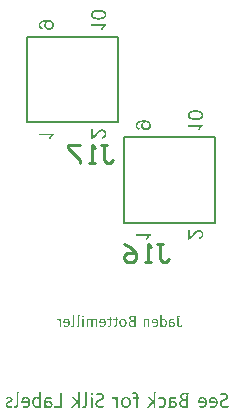
<source format=gbr>
%TF.GenerationSoftware,Altium Limited,Altium Designer,18.1.9 (240)*%
G04 Layer_Color=32896*
%FSLAX26Y26*%
%MOIN*%
%TF.FileFunction,Legend,Bot*%
%TF.Part,Single*%
G01*
G75*
%TA.AperFunction,NonConductor*%
%ADD17C,0.007870*%
%ADD18C,0.010000*%
G36*
X252222Y61812D02*
X253383Y61735D01*
X254505Y61696D01*
X255550Y61580D01*
X256518Y61502D01*
X257408Y61386D01*
X258182Y61309D01*
X258917Y61193D01*
X259536Y61077D01*
X260039Y60999D01*
X260504Y60922D01*
X260813Y60845D01*
X261084Y60767D01*
X261239Y60728D01*
X261278D01*
X262864Y60264D01*
X263600Y60032D01*
X264296Y59761D01*
X264916Y59529D01*
X265535Y59258D01*
X266115Y58987D01*
X266618Y58755D01*
X267083Y58523D01*
X267470Y58329D01*
X267818Y58136D01*
X268128Y57942D01*
X268360Y57826D01*
X268515Y57710D01*
X268631Y57671D01*
X268669Y57633D01*
X269753Y56858D01*
X270682Y56046D01*
X271456Y55233D01*
X272114Y54420D01*
X272656Y53724D01*
X272849Y53453D01*
X273004Y53182D01*
X273159Y52989D01*
X273236Y52795D01*
X273313Y52718D01*
Y52679D01*
X273855Y51518D01*
X274242Y50318D01*
X274552Y49118D01*
X274745Y48035D01*
X274823Y47532D01*
X274861Y47106D01*
X274900Y46680D01*
Y46332D01*
X274939Y46061D01*
Y45674D01*
X274900Y44668D01*
X274823Y43739D01*
X274668Y42849D01*
X274474Y41998D01*
X274281Y41185D01*
X274010Y40450D01*
X273778Y39753D01*
X273507Y39134D01*
X273236Y38592D01*
X272965Y38089D01*
X272694Y37663D01*
X272501Y37315D01*
X272307Y37044D01*
X272152Y36812D01*
X272075Y36696D01*
X272036Y36657D01*
X271456Y35999D01*
X270837Y35419D01*
X270179Y34838D01*
X269521Y34335D01*
X268824Y33832D01*
X268128Y33406D01*
X267470Y32981D01*
X266812Y32632D01*
X266193Y32323D01*
X265612Y32052D01*
X265109Y31820D01*
X264645Y31626D01*
X264258Y31471D01*
X263987Y31355D01*
X263832Y31317D01*
X263755Y31278D01*
X262710Y30968D01*
X261587Y30697D01*
X260465Y30465D01*
X259265Y30233D01*
X256905Y29923D01*
X255744Y29807D01*
X254660Y29730D01*
X253615Y29652D01*
X252648Y29575D01*
X251796Y29536D01*
X251061D01*
X250442Y29498D01*
X250171D01*
X249977D01*
X249822D01*
X249706D01*
X249629D01*
X249590D01*
X248313D01*
X247075Y29536D01*
X245875Y29614D01*
X244714Y29691D01*
X243592Y29807D01*
X242508Y29962D01*
X241502Y30078D01*
X240535Y30272D01*
X239606Y30426D01*
X238716Y30620D01*
X237864Y30813D01*
X237052Y31046D01*
X236278Y31278D01*
X235542Y31471D01*
X234884Y31703D01*
X234226Y31936D01*
X233646Y32168D01*
X233065Y32400D01*
X232562Y32632D01*
X232098Y32826D01*
X231633Y33058D01*
X231246Y33252D01*
X230898Y33445D01*
X230589Y33600D01*
X230047Y33909D01*
X229698Y34180D01*
X229466Y34335D01*
X229389Y34374D01*
X228499Y35187D01*
X227686Y36038D01*
X227028Y36928D01*
X226448Y37857D01*
X225945Y38824D01*
X225519Y39753D01*
X225209Y40682D01*
X224938Y41572D01*
X224706Y42423D01*
X224551Y43197D01*
X224435Y43894D01*
X224358Y44474D01*
X224319Y44978D01*
X224280Y45365D01*
Y45674D01*
X224319Y46680D01*
X224397Y47609D01*
X224551Y48499D01*
X224745Y49351D01*
X224938Y50163D01*
X225209Y50899D01*
X225480Y51595D01*
X225751Y52215D01*
X226022Y52756D01*
X226254Y53259D01*
X226525Y53646D01*
X226719Y53995D01*
X226912Y54304D01*
X227067Y54498D01*
X227144Y54614D01*
X227183Y54653D01*
X227763Y55310D01*
X228383Y55930D01*
X229041Y56471D01*
X229698Y57013D01*
X230395Y57478D01*
X231092Y57942D01*
X231750Y58329D01*
X232407Y58677D01*
X233027Y59026D01*
X233607Y59297D01*
X234149Y59529D01*
X234575Y59684D01*
X234962Y59838D01*
X235233Y59955D01*
X235387Y59993D01*
X235465Y60032D01*
X236510Y60342D01*
X237632Y60651D01*
X238754Y60883D01*
X239954Y61077D01*
X242315Y61425D01*
X243437Y61541D01*
X244559Y61619D01*
X245565Y61696D01*
X246533Y61773D01*
X247384Y61812D01*
X248158D01*
X248739Y61851D01*
X249010D01*
X249203D01*
X249358D01*
X249474D01*
X249552D01*
X249590D01*
X250945D01*
X252222Y61812D01*
D02*
G37*
G36*
X274939Y9954D02*
X274320Y9645D01*
X273739Y9258D01*
X272539Y8445D01*
X271417Y7555D01*
X270411Y6665D01*
X269947Y6239D01*
X269521Y5852D01*
X269173Y5465D01*
X268863Y5155D01*
X268631Y4884D01*
X268437Y4691D01*
X268321Y4575D01*
X268282Y4536D01*
X267044Y3066D01*
X265922Y1556D01*
X264954Y47D01*
X264490Y-650D01*
X264103Y-1346D01*
X263755Y-1966D01*
X263406Y-2546D01*
X263135Y-3049D01*
X262903Y-3514D01*
X262710Y-3862D01*
X262594Y-4133D01*
X262516Y-4287D01*
X262477Y-4365D01*
X256595D01*
X257021Y-3281D01*
X257524Y-2159D01*
X258066Y-1114D01*
X258569Y-108D01*
X258801Y318D01*
X259033Y744D01*
X259227Y1092D01*
X259381Y1440D01*
X259536Y1672D01*
X259652Y1866D01*
X259691Y1982D01*
X259730Y2021D01*
X260504Y3298D01*
X261278Y4459D01*
X261626Y4962D01*
X261974Y5426D01*
X262284Y5891D01*
X262594Y6278D01*
X262903Y6626D01*
X263135Y6936D01*
X263368Y7206D01*
X263561Y7439D01*
X263716Y7593D01*
X263832Y7710D01*
X263871Y7787D01*
X263909Y7826D01*
X225132D01*
Y13902D01*
X274939D01*
Y9954D01*
D02*
G37*
G36*
X78589Y28221D02*
X80137Y28182D01*
X81608Y28066D01*
X82962Y27950D01*
X84200Y27795D01*
X85361Y27601D01*
X86368Y27408D01*
X87335Y27214D01*
X88148Y27021D01*
X88844Y26827D01*
X89464Y26672D01*
X89967Y26479D01*
X90354Y26363D01*
X90625Y26247D01*
X90818Y26208D01*
X90857Y26169D01*
X91747Y25744D01*
X92560Y25318D01*
X93334Y24815D01*
X94069Y24351D01*
X94727Y23809D01*
X95346Y23306D01*
X95888Y22802D01*
X96391Y22338D01*
X96817Y21874D01*
X97204Y21448D01*
X97552Y21061D01*
X97823Y20713D01*
X98016Y20442D01*
X98171Y20248D01*
X98249Y20093D01*
X98287Y20055D01*
X98752Y19281D01*
X99139Y18546D01*
X99526Y17771D01*
X99796Y16997D01*
X100067Y16262D01*
X100261Y15527D01*
X100454Y14830D01*
X100609Y14134D01*
X100687Y13514D01*
X100764Y12973D01*
X100841Y12470D01*
X100880Y12044D01*
X100919Y11696D01*
Y11231D01*
X100880Y9993D01*
X100725Y8832D01*
X100493Y7710D01*
X100183Y6626D01*
X99835Y5658D01*
X99448Y4730D01*
X99061Y3878D01*
X98635Y3104D01*
X98171Y2408D01*
X97784Y1827D01*
X97397Y1285D01*
X97049Y860D01*
X96739Y511D01*
X96507Y240D01*
X96352Y86D01*
X96314Y47D01*
X95423Y-727D01*
X94456Y-1424D01*
X93488Y-2004D01*
X92482Y-2507D01*
X91437Y-2933D01*
X90431Y-3281D01*
X89425Y-3591D01*
X88496Y-3823D01*
X87606Y-3978D01*
X86755Y-4133D01*
X86019Y-4210D01*
X85400Y-4287D01*
X84858Y-4326D01*
X84471Y-4365D01*
X84317D01*
X84200D01*
X84162D01*
X84123D01*
X82769Y-4326D01*
X81530Y-4171D01*
X80330Y-3978D01*
X79208Y-3707D01*
X78163Y-3359D01*
X77196Y-3010D01*
X76306Y-2623D01*
X75493Y-2236D01*
X74796Y-1849D01*
X74138Y-1462D01*
X73597Y-1075D01*
X73171Y-766D01*
X72823Y-495D01*
X72552Y-301D01*
X72397Y-147D01*
X72358Y-108D01*
X71584Y705D01*
X70888Y1556D01*
X70307Y2446D01*
X69804Y3298D01*
X69340Y4188D01*
X68991Y5039D01*
X68682Y5891D01*
X68450Y6703D01*
X68295Y7439D01*
X68140Y8135D01*
X68062Y8754D01*
X67985Y9258D01*
X67946Y9722D01*
X67908Y10031D01*
Y10302D01*
X67946Y10999D01*
X67985Y11657D01*
X68179Y12934D01*
X68488Y14095D01*
X68643Y14637D01*
X68798Y15140D01*
X68953Y15566D01*
X69107Y15953D01*
X69262Y16301D01*
X69417Y16610D01*
X69533Y16843D01*
X69611Y16997D01*
X69688Y17114D01*
Y17152D01*
X70423Y18275D01*
X71197Y19281D01*
X71971Y20132D01*
X72745Y20867D01*
X73094Y21177D01*
X73403Y21448D01*
X73674Y21642D01*
X73945Y21835D01*
X74138Y21990D01*
X74293Y22106D01*
X74371Y22145D01*
X74409Y22183D01*
X74138D01*
X73868D01*
X73674D01*
X73519D01*
X73287D01*
X73210D01*
X71816Y22145D01*
X70462Y22029D01*
X69185Y21874D01*
X68604Y21796D01*
X68062Y21719D01*
X67559Y21642D01*
X67095Y21564D01*
X66708Y21487D01*
X66360Y21409D01*
X66089Y21332D01*
X65895Y21293D01*
X65779Y21255D01*
X65740D01*
X64463Y20906D01*
X63302Y20519D01*
X62799Y20326D01*
X62296Y20171D01*
X61870Y19977D01*
X61483Y19784D01*
X61135Y19629D01*
X60826Y19474D01*
X60555Y19358D01*
X60322Y19242D01*
X60168Y19126D01*
X60052Y19087D01*
X59974Y19010D01*
X59935D01*
X59161Y18468D01*
X58504Y17926D01*
X57923Y17346D01*
X57420Y16804D01*
X57033Y16301D01*
X56762Y15914D01*
X56646Y15759D01*
X56607Y15643D01*
X56530Y15604D01*
Y15566D01*
X56104Y14753D01*
X55795Y13902D01*
X55562Y13050D01*
X55408Y12276D01*
X55330Y11618D01*
X55291Y11347D01*
Y11076D01*
X55253Y10883D01*
Y10612D01*
X55291Y9993D01*
X55330Y9451D01*
X55562Y8367D01*
X55833Y7477D01*
X56182Y6703D01*
X56375Y6355D01*
X56530Y6084D01*
X56685Y5813D01*
X56840Y5620D01*
X56956Y5465D01*
X57033Y5349D01*
X57072Y5271D01*
X57110Y5233D01*
X57497Y4846D01*
X57884Y4497D01*
X58852Y3917D01*
X59819Y3414D01*
X60826Y3027D01*
X61251Y2872D01*
X61716Y2756D01*
X62103Y2640D01*
X62451Y2562D01*
X62722Y2485D01*
X62915Y2446D01*
X63070Y2408D01*
X63109D01*
X62567Y-3436D01*
X61483Y-3281D01*
X60477Y-3049D01*
X59548Y-2740D01*
X58658Y-2430D01*
X57846Y-2082D01*
X57110Y-1733D01*
X56414Y-1346D01*
X55833Y-959D01*
X55291Y-572D01*
X54788Y-224D01*
X54401Y86D01*
X54053Y395D01*
X53821Y627D01*
X53627Y821D01*
X53511Y937D01*
X53473Y976D01*
X52892Y1672D01*
X52428Y2446D01*
X52002Y3220D01*
X51615Y4033D01*
X51305Y4807D01*
X51035Y5620D01*
X50841Y6394D01*
X50648Y7129D01*
X50531Y7826D01*
X50415Y8445D01*
X50377Y9025D01*
X50299Y9528D01*
Y9915D01*
X50261Y10225D01*
Y10496D01*
X50299Y11502D01*
X50377Y12470D01*
X50531Y13398D01*
X50725Y14289D01*
X50957Y15140D01*
X51189Y15914D01*
X51460Y16649D01*
X51731Y17307D01*
X52002Y17926D01*
X52273Y18429D01*
X52505Y18894D01*
X52737Y19281D01*
X52931Y19590D01*
X53086Y19823D01*
X53163Y19977D01*
X53202Y20016D01*
X53782Y20751D01*
X54401Y21448D01*
X55098Y22106D01*
X55795Y22725D01*
X56491Y23267D01*
X57188Y23770D01*
X57884Y24234D01*
X58581Y24621D01*
X59239Y25008D01*
X59819Y25318D01*
X60361Y25589D01*
X60826Y25782D01*
X61213Y25937D01*
X61522Y26092D01*
X61677Y26131D01*
X61754Y26169D01*
X62838Y26556D01*
X64038Y26866D01*
X65237Y27137D01*
X66514Y27369D01*
X69030Y27756D01*
X70268Y27872D01*
X71468Y27988D01*
X72590Y28104D01*
X73597Y28143D01*
X74564Y28182D01*
X75338Y28221D01*
X75686D01*
X75996Y28259D01*
X76267D01*
X76499D01*
X76693D01*
X76809D01*
X76886D01*
X76925D01*
X78589Y28221D01*
D02*
G37*
G36*
X230976Y-360462D02*
X231595Y-360075D01*
X232175Y-359649D01*
X232717Y-359224D01*
X233220Y-358798D01*
X233646Y-358450D01*
X233956Y-358179D01*
X234149Y-357985D01*
X234226Y-357908D01*
X234575Y-357560D01*
X234962Y-357173D01*
X235426Y-356670D01*
X235891Y-356166D01*
X236935Y-355005D01*
X237980Y-353806D01*
X238483Y-353225D01*
X238948Y-352683D01*
X239374Y-352180D01*
X239761Y-351755D01*
X240070Y-351368D01*
X240302Y-351097D01*
X240457Y-350942D01*
X240496Y-350865D01*
X241502Y-349665D01*
X242470Y-348581D01*
X243360Y-347536D01*
X244211Y-346608D01*
X244985Y-345756D01*
X245720Y-344982D01*
X246378Y-344324D01*
X246959Y-343705D01*
X247500Y-343163D01*
X247926Y-342699D01*
X248352Y-342312D01*
X248661Y-342002D01*
X248932Y-341770D01*
X249087Y-341577D01*
X249203Y-341499D01*
X249242Y-341461D01*
X250403Y-340493D01*
X251525Y-339642D01*
X252531Y-338945D01*
X253460Y-338403D01*
X253847Y-338171D01*
X254196Y-337978D01*
X254505Y-337784D01*
X254776Y-337668D01*
X255008Y-337552D01*
X255163Y-337474D01*
X255240Y-337436D01*
X255279D01*
X256363Y-337010D01*
X257408Y-336700D01*
X258414Y-336507D01*
X259304Y-336352D01*
X259691Y-336313D01*
X260078Y-336275D01*
X260388Y-336236D01*
X260659Y-336197D01*
X260852D01*
X261046D01*
X261123D01*
X261162D01*
X262245Y-336236D01*
X263251Y-336391D01*
X264219Y-336584D01*
X265148Y-336855D01*
X266038Y-337165D01*
X266812Y-337513D01*
X267586Y-337900D01*
X268244Y-338287D01*
X268863Y-338674D01*
X269405Y-339061D01*
X269869Y-339409D01*
X270256Y-339719D01*
X270566Y-339990D01*
X270759Y-340183D01*
X270914Y-340338D01*
X270953Y-340377D01*
X271649Y-341190D01*
X272269Y-342080D01*
X272810Y-342970D01*
X273275Y-343899D01*
X273662Y-344866D01*
X273971Y-345795D01*
X274242Y-346724D01*
X274436Y-347575D01*
X274591Y-348426D01*
X274745Y-349200D01*
X274823Y-349897D01*
X274861Y-350516D01*
X274900Y-350981D01*
X274939Y-351368D01*
Y-351677D01*
X274900Y-352954D01*
X274784Y-354193D01*
X274591Y-355354D01*
X274358Y-356437D01*
X274087Y-357444D01*
X273778Y-358372D01*
X273430Y-359224D01*
X273120Y-359998D01*
X272772Y-360656D01*
X272423Y-361275D01*
X272114Y-361778D01*
X271843Y-362204D01*
X271611Y-362552D01*
X271417Y-362784D01*
X271301Y-362939D01*
X271262Y-362978D01*
X270527Y-363713D01*
X269753Y-364371D01*
X268902Y-364990D01*
X268050Y-365493D01*
X267160Y-365958D01*
X266270Y-366345D01*
X265380Y-366654D01*
X264529Y-366925D01*
X263755Y-367157D01*
X262981Y-367351D01*
X262323Y-367506D01*
X261742Y-367622D01*
X261239Y-367699D01*
X260891Y-367738D01*
X260659Y-367776D01*
X260620D01*
X260581D01*
X259923Y-361507D01*
X260775Y-361468D01*
X261587Y-361391D01*
X262323Y-361275D01*
X263058Y-361081D01*
X263677Y-360888D01*
X264296Y-360656D01*
X264838Y-360423D01*
X265341Y-360191D01*
X265767Y-359959D01*
X266154Y-359688D01*
X266502Y-359495D01*
X266773Y-359301D01*
X266967Y-359108D01*
X267121Y-358992D01*
X267199Y-358914D01*
X267238Y-358875D01*
X267702Y-358372D01*
X268128Y-357792D01*
X268476Y-357250D01*
X268786Y-356631D01*
X269056Y-356050D01*
X269250Y-355470D01*
X269443Y-354889D01*
X269560Y-354348D01*
X269676Y-353844D01*
X269753Y-353341D01*
X269830Y-352916D01*
X269869Y-352567D01*
X269908Y-352258D01*
Y-351832D01*
X269869Y-351058D01*
X269792Y-350323D01*
X269676Y-349665D01*
X269521Y-349007D01*
X269327Y-348426D01*
X269095Y-347846D01*
X268902Y-347343D01*
X268669Y-346878D01*
X268399Y-346453D01*
X268205Y-346104D01*
X267973Y-345795D01*
X267779Y-345524D01*
X267625Y-345330D01*
X267508Y-345176D01*
X267431Y-345098D01*
X267392Y-345060D01*
X266928Y-344595D01*
X266425Y-344208D01*
X265922Y-343860D01*
X265380Y-343550D01*
X264877Y-343318D01*
X264374Y-343086D01*
X263406Y-342776D01*
X262981Y-342699D01*
X262555Y-342622D01*
X262207Y-342544D01*
X261897Y-342505D01*
X261626Y-342467D01*
X261433D01*
X261316D01*
X261278D01*
X260620Y-342505D01*
X259962Y-342583D01*
X259304Y-342738D01*
X258685Y-342931D01*
X257446Y-343357D01*
X256866Y-343628D01*
X256324Y-343899D01*
X255821Y-344170D01*
X255357Y-344440D01*
X254931Y-344673D01*
X254583Y-344866D01*
X254312Y-345060D01*
X254118Y-345214D01*
X253963Y-345292D01*
X253925Y-345330D01*
X253189Y-345911D01*
X252377Y-346608D01*
X251525Y-347382D01*
X250674Y-348233D01*
X249784Y-349123D01*
X248894Y-350013D01*
X248042Y-350942D01*
X247230Y-351832D01*
X246456Y-352722D01*
X245720Y-353535D01*
X245101Y-354270D01*
X244521Y-354928D01*
X244056Y-355470D01*
X243747Y-355896D01*
X243592Y-356050D01*
X243514Y-356166D01*
X243476Y-356205D01*
X243437Y-356244D01*
X242663Y-357211D01*
X241889Y-358101D01*
X241154Y-358914D01*
X240457Y-359688D01*
X239799Y-360423D01*
X239180Y-361081D01*
X238600Y-361662D01*
X238096Y-362204D01*
X237593Y-362668D01*
X237168Y-363094D01*
X236819Y-363442D01*
X236510Y-363752D01*
X236278Y-363945D01*
X236084Y-364139D01*
X235968Y-364216D01*
X235929Y-364255D01*
X234730Y-365222D01*
X233530Y-366035D01*
X232407Y-366732D01*
X231440Y-367273D01*
X230976Y-367506D01*
X230589Y-367699D01*
X230240Y-367854D01*
X229931Y-368009D01*
X229698Y-368125D01*
X229505Y-368163D01*
X229389Y-368241D01*
X229350D01*
X228576Y-368473D01*
X227841Y-368667D01*
X227106Y-368783D01*
X226486Y-368860D01*
X225945Y-368938D01*
X225519D01*
X225364D01*
X225248D01*
X225171D01*
X225132D01*
Y-336120D01*
X230976D01*
Y-360462D01*
D02*
G37*
G36*
X100919Y-354696D02*
X100300Y-355005D01*
X99719Y-355392D01*
X98519Y-356205D01*
X97397Y-357095D01*
X96391Y-357985D01*
X95927Y-358411D01*
X95501Y-358798D01*
X95153Y-359185D01*
X94843Y-359495D01*
X94611Y-359766D01*
X94417Y-359959D01*
X94301Y-360075D01*
X94262Y-360114D01*
X93024Y-361584D01*
X91902Y-363094D01*
X90934Y-364603D01*
X90470Y-365300D01*
X90083Y-365996D01*
X89734Y-366615D01*
X89386Y-367196D01*
X89115Y-367699D01*
X88883Y-368163D01*
X88690Y-368512D01*
X88573Y-368783D01*
X88496Y-368938D01*
X88457Y-369015D01*
X82575D01*
X83001Y-367931D01*
X83504Y-366809D01*
X84046Y-365764D01*
X84549Y-364758D01*
X84781Y-364332D01*
X85013Y-363906D01*
X85207Y-363558D01*
X85361Y-363210D01*
X85516Y-362978D01*
X85632Y-362784D01*
X85671Y-362668D01*
X85710Y-362629D01*
X86484Y-361352D01*
X87258Y-360191D01*
X87606Y-359688D01*
X87954Y-359224D01*
X88264Y-358759D01*
X88573Y-358372D01*
X88883Y-358024D01*
X89115Y-357714D01*
X89347Y-357444D01*
X89541Y-357211D01*
X89696Y-357057D01*
X89812Y-356940D01*
X89851Y-356863D01*
X89889Y-356824D01*
X51112D01*
Y-350748D01*
X100919D01*
Y-354696D01*
D02*
G37*
G36*
X-71018Y396812D02*
X-69857Y396735D01*
X-68735Y396696D01*
X-67690Y396580D01*
X-66722Y396502D01*
X-65832Y396386D01*
X-65058Y396309D01*
X-64323Y396193D01*
X-63704Y396077D01*
X-63201Y395999D01*
X-62736Y395922D01*
X-62427Y395845D01*
X-62156Y395767D01*
X-62001Y395728D01*
X-61962D01*
X-60376Y395264D01*
X-59640Y395032D01*
X-58944Y394761D01*
X-58325Y394529D01*
X-57705Y394258D01*
X-57125Y393987D01*
X-56622Y393755D01*
X-56157Y393523D01*
X-55770Y393329D01*
X-55422Y393136D01*
X-55112Y392942D01*
X-54880Y392826D01*
X-54725Y392710D01*
X-54609Y392671D01*
X-54571Y392632D01*
X-53487Y391858D01*
X-52558Y391046D01*
X-51784Y390233D01*
X-51126Y389420D01*
X-50584Y388724D01*
X-50391Y388453D01*
X-50236Y388182D01*
X-50081Y387988D01*
X-50004Y387795D01*
X-49927Y387718D01*
Y387679D01*
X-49385Y386518D01*
X-48998Y385318D01*
X-48688Y384118D01*
X-48495Y383035D01*
X-48417Y382532D01*
X-48379Y382106D01*
X-48340Y381680D01*
Y381332D01*
X-48301Y381061D01*
Y380674D01*
X-48340Y379668D01*
X-48417Y378739D01*
X-48572Y377849D01*
X-48766Y376998D01*
X-48959Y376185D01*
X-49230Y375450D01*
X-49462Y374753D01*
X-49733Y374134D01*
X-50004Y373592D01*
X-50275Y373089D01*
X-50546Y372663D01*
X-50739Y372315D01*
X-50933Y372044D01*
X-51088Y371812D01*
X-51165Y371696D01*
X-51204Y371657D01*
X-51784Y370999D01*
X-52403Y370419D01*
X-53061Y369838D01*
X-53719Y369335D01*
X-54416Y368832D01*
X-55112Y368406D01*
X-55770Y367981D01*
X-56428Y367632D01*
X-57047Y367323D01*
X-57628Y367052D01*
X-58131Y366820D01*
X-58595Y366626D01*
X-58982Y366471D01*
X-59253Y366355D01*
X-59408Y366317D01*
X-59486Y366278D01*
X-60530Y365968D01*
X-61653Y365697D01*
X-62775Y365465D01*
X-63975Y365233D01*
X-66335Y364923D01*
X-67496Y364807D01*
X-68580Y364730D01*
X-69625Y364652D01*
X-70592Y364575D01*
X-71444Y364536D01*
X-72179D01*
X-72798Y364498D01*
X-73069D01*
X-73263D01*
X-73418D01*
X-73534D01*
X-73611D01*
X-73650D01*
X-74927D01*
X-76165Y364536D01*
X-77365Y364614D01*
X-78526Y364691D01*
X-79648Y364807D01*
X-80732Y364962D01*
X-81738Y365078D01*
X-82706Y365272D01*
X-83634Y365426D01*
X-84524Y365620D01*
X-85376Y365813D01*
X-86189Y366046D01*
X-86963Y366278D01*
X-87698Y366471D01*
X-88356Y366704D01*
X-89014Y366936D01*
X-89594Y367168D01*
X-90175Y367400D01*
X-90678Y367632D01*
X-91142Y367826D01*
X-91606Y368058D01*
X-91993Y368252D01*
X-92342Y368445D01*
X-92651Y368600D01*
X-93193Y368909D01*
X-93541Y369180D01*
X-93774Y369335D01*
X-93851Y369374D01*
X-94741Y370187D01*
X-95554Y371038D01*
X-96212Y371928D01*
X-96792Y372857D01*
X-97295Y373824D01*
X-97721Y374753D01*
X-98031Y375682D01*
X-98302Y376572D01*
X-98534Y377423D01*
X-98689Y378197D01*
X-98805Y378894D01*
X-98882Y379474D01*
X-98921Y379978D01*
X-98960Y380365D01*
Y380674D01*
X-98921Y381680D01*
X-98843Y382609D01*
X-98689Y383499D01*
X-98495Y384351D01*
X-98302Y385163D01*
X-98031Y385899D01*
X-97760Y386595D01*
X-97489Y387214D01*
X-97218Y387756D01*
X-96986Y388259D01*
X-96715Y388646D01*
X-96521Y388995D01*
X-96328Y389304D01*
X-96173Y389498D01*
X-96096Y389614D01*
X-96057Y389653D01*
X-95477Y390310D01*
X-94857Y390930D01*
X-94199Y391471D01*
X-93541Y392013D01*
X-92845Y392478D01*
X-92148Y392942D01*
X-91490Y393329D01*
X-90832Y393677D01*
X-90213Y394026D01*
X-89633Y394297D01*
X-89091Y394529D01*
X-88665Y394684D01*
X-88278Y394838D01*
X-88007Y394954D01*
X-87853Y394993D01*
X-87775Y395032D01*
X-86730Y395341D01*
X-85608Y395651D01*
X-84486Y395883D01*
X-83286Y396077D01*
X-80925Y396425D01*
X-79803Y396541D01*
X-78681Y396619D01*
X-77674Y396696D01*
X-76707Y396773D01*
X-75856Y396812D01*
X-75082D01*
X-74501Y396851D01*
X-74230D01*
X-74037D01*
X-73882D01*
X-73766D01*
X-73688D01*
X-73650D01*
X-72295D01*
X-71018Y396812D01*
D02*
G37*
G36*
X-48301Y344954D02*
X-48920Y344644D01*
X-49501Y344257D01*
X-50701Y343445D01*
X-51823Y342555D01*
X-52829Y341665D01*
X-53294Y341239D01*
X-53719Y340852D01*
X-54068Y340465D01*
X-54377Y340155D01*
X-54609Y339884D01*
X-54803Y339691D01*
X-54919Y339575D01*
X-54958Y339536D01*
X-56196Y338065D01*
X-57318Y336556D01*
X-58286Y335047D01*
X-58750Y334350D01*
X-59137Y333654D01*
X-59486Y333034D01*
X-59834Y332454D01*
X-60105Y331951D01*
X-60337Y331486D01*
X-60530Y331138D01*
X-60647Y330867D01*
X-60724Y330712D01*
X-60763Y330635D01*
X-66645D01*
X-66219Y331719D01*
X-65716Y332841D01*
X-65174Y333886D01*
X-64671Y334892D01*
X-64439Y335318D01*
X-64207Y335743D01*
X-64013Y336092D01*
X-63859Y336440D01*
X-63704Y336672D01*
X-63588Y336866D01*
X-63549Y336982D01*
X-63510Y337021D01*
X-62736Y338298D01*
X-61962Y339459D01*
X-61614Y339962D01*
X-61266Y340426D01*
X-60956Y340891D01*
X-60647Y341278D01*
X-60337Y341626D01*
X-60105Y341935D01*
X-59873Y342206D01*
X-59679Y342439D01*
X-59524Y342593D01*
X-59408Y342709D01*
X-59369Y342787D01*
X-59331Y342826D01*
X-98108D01*
Y348901D01*
X-48301D01*
Y344954D01*
D02*
G37*
G36*
X-244651Y363221D02*
X-243103Y363182D01*
X-241632Y363066D01*
X-240278Y362950D01*
X-239040Y362795D01*
X-237879Y362601D01*
X-236872Y362408D01*
X-235905Y362214D01*
X-235092Y362021D01*
X-234396Y361827D01*
X-233776Y361673D01*
X-233273Y361479D01*
X-232886Y361363D01*
X-232615Y361247D01*
X-232422Y361208D01*
X-232383Y361169D01*
X-231493Y360744D01*
X-230680Y360318D01*
X-229906Y359815D01*
X-229171Y359351D01*
X-228513Y358809D01*
X-227894Y358306D01*
X-227352Y357803D01*
X-226849Y357338D01*
X-226423Y356874D01*
X-226036Y356448D01*
X-225688Y356061D01*
X-225417Y355713D01*
X-225224Y355442D01*
X-225069Y355248D01*
X-224992Y355094D01*
X-224953Y355055D01*
X-224488Y354281D01*
X-224101Y353546D01*
X-223714Y352772D01*
X-223444Y351998D01*
X-223173Y351262D01*
X-222979Y350527D01*
X-222786Y349830D01*
X-222631Y349134D01*
X-222553Y348514D01*
X-222476Y347973D01*
X-222399Y347470D01*
X-222360Y347044D01*
X-222321Y346696D01*
Y346231D01*
X-222360Y344993D01*
X-222515Y343832D01*
X-222747Y342709D01*
X-223056Y341626D01*
X-223405Y340658D01*
X-223792Y339730D01*
X-224179Y338878D01*
X-224605Y338104D01*
X-225069Y337408D01*
X-225456Y336827D01*
X-225843Y336285D01*
X-226191Y335860D01*
X-226501Y335511D01*
X-226733Y335240D01*
X-226888Y335086D01*
X-226927Y335047D01*
X-227817Y334273D01*
X-228784Y333576D01*
X-229752Y332996D01*
X-230758Y332493D01*
X-231803Y332067D01*
X-232809Y331719D01*
X-233815Y331409D01*
X-234744Y331177D01*
X-235634Y331022D01*
X-236485Y330867D01*
X-237221Y330790D01*
X-237840Y330712D01*
X-238382Y330674D01*
X-238769Y330635D01*
X-238923D01*
X-239040D01*
X-239078D01*
X-239117D01*
X-240471Y330674D01*
X-241710Y330829D01*
X-242910Y331022D01*
X-244032Y331293D01*
X-245077Y331641D01*
X-246044Y331990D01*
X-246934Y332377D01*
X-247747Y332764D01*
X-248444Y333151D01*
X-249102Y333538D01*
X-249643Y333925D01*
X-250069Y334234D01*
X-250417Y334505D01*
X-250688Y334699D01*
X-250843Y334853D01*
X-250882Y334892D01*
X-251656Y335705D01*
X-252352Y336556D01*
X-252933Y337446D01*
X-253436Y338298D01*
X-253900Y339188D01*
X-254249Y340039D01*
X-254558Y340891D01*
X-254791Y341703D01*
X-254945Y342439D01*
X-255100Y343135D01*
X-255178Y343754D01*
X-255255Y344257D01*
X-255294Y344722D01*
X-255332Y345031D01*
Y345302D01*
X-255294Y345999D01*
X-255255Y346657D01*
X-255061Y347934D01*
X-254752Y349095D01*
X-254597Y349637D01*
X-254442Y350140D01*
X-254287Y350566D01*
X-254133Y350953D01*
X-253978Y351301D01*
X-253823Y351611D01*
X-253707Y351843D01*
X-253630Y351998D01*
X-253552Y352114D01*
Y352152D01*
X-252817Y353275D01*
X-252043Y354281D01*
X-251269Y355132D01*
X-250495Y355868D01*
X-250147Y356177D01*
X-249837Y356448D01*
X-249566Y356642D01*
X-249295Y356835D01*
X-249102Y356990D01*
X-248947Y357106D01*
X-248869Y357145D01*
X-248831Y357183D01*
X-249102D01*
X-249373D01*
X-249566D01*
X-249721D01*
X-249953D01*
X-250030D01*
X-251424Y357145D01*
X-252778Y357029D01*
X-254055Y356874D01*
X-254636Y356796D01*
X-255178Y356719D01*
X-255681Y356642D01*
X-256145Y356564D01*
X-256532Y356487D01*
X-256880Y356409D01*
X-257151Y356332D01*
X-257345Y356293D01*
X-257461Y356255D01*
X-257500D01*
X-258777Y355906D01*
X-259938Y355519D01*
X-260441Y355326D01*
X-260944Y355171D01*
X-261370Y354977D01*
X-261757Y354784D01*
X-262105Y354629D01*
X-262414Y354474D01*
X-262685Y354358D01*
X-262918Y354242D01*
X-263072Y354126D01*
X-263188Y354087D01*
X-263266Y354010D01*
X-263305D01*
X-264079Y353468D01*
X-264736Y352926D01*
X-265317Y352346D01*
X-265820Y351804D01*
X-266207Y351301D01*
X-266478Y350914D01*
X-266594Y350759D01*
X-266633Y350643D01*
X-266710Y350604D01*
Y350566D01*
X-267136Y349753D01*
X-267445Y348901D01*
X-267678Y348050D01*
X-267832Y347276D01*
X-267910Y346618D01*
X-267949Y346347D01*
Y346076D01*
X-267987Y345883D01*
Y345612D01*
X-267949Y344993D01*
X-267910Y344451D01*
X-267678Y343367D01*
X-267407Y342477D01*
X-267058Y341703D01*
X-266865Y341355D01*
X-266710Y341084D01*
X-266555Y340813D01*
X-266401Y340620D01*
X-266284Y340465D01*
X-266207Y340349D01*
X-266168Y340271D01*
X-266130Y340233D01*
X-265743Y339846D01*
X-265356Y339497D01*
X-264388Y338917D01*
X-263421Y338414D01*
X-262414Y338027D01*
X-261989Y337872D01*
X-261524Y337756D01*
X-261137Y337640D01*
X-260789Y337562D01*
X-260518Y337485D01*
X-260325Y337446D01*
X-260170Y337408D01*
X-260131D01*
X-260673Y331564D01*
X-261757Y331719D01*
X-262763Y331951D01*
X-263692Y332260D01*
X-264582Y332570D01*
X-265394Y332918D01*
X-266130Y333267D01*
X-266826Y333654D01*
X-267407Y334041D01*
X-267949Y334428D01*
X-268452Y334776D01*
X-268839Y335086D01*
X-269187Y335395D01*
X-269419Y335627D01*
X-269613Y335821D01*
X-269729Y335937D01*
X-269767Y335976D01*
X-270348Y336672D01*
X-270812Y337446D01*
X-271238Y338220D01*
X-271625Y339033D01*
X-271935Y339807D01*
X-272205Y340620D01*
X-272399Y341394D01*
X-272592Y342129D01*
X-272709Y342826D01*
X-272825Y343445D01*
X-272863Y344025D01*
X-272941Y344528D01*
Y344915D01*
X-272979Y345225D01*
Y345496D01*
X-272941Y346502D01*
X-272863Y347470D01*
X-272709Y348398D01*
X-272515Y349288D01*
X-272283Y350140D01*
X-272051Y350914D01*
X-271780Y351649D01*
X-271509Y352307D01*
X-271238Y352926D01*
X-270967Y353429D01*
X-270735Y353894D01*
X-270503Y354281D01*
X-270309Y354590D01*
X-270154Y354823D01*
X-270077Y354977D01*
X-270038Y355016D01*
X-269458Y355751D01*
X-268839Y356448D01*
X-268142Y357106D01*
X-267445Y357725D01*
X-266749Y358267D01*
X-266052Y358770D01*
X-265356Y359234D01*
X-264659Y359621D01*
X-264001Y360008D01*
X-263421Y360318D01*
X-262879Y360589D01*
X-262414Y360782D01*
X-262027Y360937D01*
X-261718Y361092D01*
X-261563Y361131D01*
X-261486Y361169D01*
X-260402Y361556D01*
X-259202Y361866D01*
X-258003Y362137D01*
X-256726Y362369D01*
X-254210Y362756D01*
X-252972Y362872D01*
X-251772Y362988D01*
X-250650Y363104D01*
X-249643Y363143D01*
X-248676Y363182D01*
X-247902Y363221D01*
X-247554D01*
X-247244Y363259D01*
X-246973D01*
X-246741D01*
X-246547D01*
X-246431D01*
X-246354D01*
X-246315D01*
X-244651Y363221D01*
D02*
G37*
G36*
X-92264Y-25462D02*
X-91645Y-25075D01*
X-91065Y-24649D01*
X-90523Y-24224D01*
X-90020Y-23798D01*
X-89594Y-23450D01*
X-89284Y-23179D01*
X-89091Y-22985D01*
X-89014Y-22908D01*
X-88665Y-22560D01*
X-88278Y-22173D01*
X-87814Y-21670D01*
X-87350Y-21166D01*
X-86305Y-20006D01*
X-85260Y-18806D01*
X-84757Y-18225D01*
X-84292Y-17683D01*
X-83867Y-17180D01*
X-83480Y-16755D01*
X-83170Y-16368D01*
X-82938Y-16097D01*
X-82783Y-15942D01*
X-82744Y-15865D01*
X-81738Y-14665D01*
X-80770Y-13581D01*
X-79880Y-12536D01*
X-79029Y-11608D01*
X-78255Y-10756D01*
X-77520Y-9982D01*
X-76862Y-9324D01*
X-76281Y-8705D01*
X-75740Y-8163D01*
X-75314Y-7699D01*
X-74888Y-7312D01*
X-74579Y-7002D01*
X-74308Y-6770D01*
X-74153Y-6577D01*
X-74037Y-6499D01*
X-73998Y-6460D01*
X-72837Y-5493D01*
X-71715Y-4642D01*
X-70709Y-3945D01*
X-69780Y-3403D01*
X-69393Y-3171D01*
X-69044Y-2978D01*
X-68735Y-2784D01*
X-68464Y-2668D01*
X-68232Y-2552D01*
X-68077Y-2474D01*
X-67999Y-2436D01*
X-67961D01*
X-66877Y-2010D01*
X-65832Y-1700D01*
X-64826Y-1507D01*
X-63936Y-1352D01*
X-63549Y-1313D01*
X-63162Y-1275D01*
X-62852Y-1236D01*
X-62581Y-1197D01*
X-62388D01*
X-62194D01*
X-62117D01*
X-62078D01*
X-60995Y-1236D01*
X-59989Y-1391D01*
X-59021Y-1584D01*
X-58092Y-1855D01*
X-57202Y-2165D01*
X-56428Y-2513D01*
X-55654Y-2900D01*
X-54996Y-3287D01*
X-54377Y-3674D01*
X-53835Y-4061D01*
X-53371Y-4409D01*
X-52984Y-4719D01*
X-52674Y-4990D01*
X-52481Y-5183D01*
X-52326Y-5338D01*
X-52287Y-5377D01*
X-51591Y-6190D01*
X-50971Y-7080D01*
X-50430Y-7970D01*
X-49965Y-8899D01*
X-49578Y-9866D01*
X-49269Y-10795D01*
X-48998Y-11724D01*
X-48804Y-12575D01*
X-48650Y-13427D01*
X-48495Y-14200D01*
X-48417Y-14897D01*
X-48379Y-15516D01*
X-48340Y-15981D01*
X-48301Y-16368D01*
Y-16677D01*
X-48340Y-17954D01*
X-48456Y-19193D01*
X-48650Y-20354D01*
X-48882Y-21437D01*
X-49153Y-22444D01*
X-49462Y-23372D01*
X-49810Y-24224D01*
X-50120Y-24998D01*
X-50468Y-25656D01*
X-50817Y-26275D01*
X-51126Y-26778D01*
X-51397Y-27204D01*
X-51629Y-27552D01*
X-51823Y-27784D01*
X-51939Y-27939D01*
X-51978Y-27978D01*
X-52713Y-28713D01*
X-53487Y-29371D01*
X-54338Y-29990D01*
X-55190Y-30493D01*
X-56080Y-30958D01*
X-56970Y-31345D01*
X-57860Y-31654D01*
X-58712Y-31925D01*
X-59486Y-32157D01*
X-60260Y-32351D01*
X-60917Y-32506D01*
X-61498Y-32622D01*
X-62001Y-32699D01*
X-62349Y-32738D01*
X-62581Y-32776D01*
X-62620D01*
X-62659D01*
X-63317Y-26507D01*
X-62465Y-26468D01*
X-61653Y-26391D01*
X-60917Y-26275D01*
X-60182Y-26081D01*
X-59563Y-25888D01*
X-58944Y-25656D01*
X-58402Y-25424D01*
X-57899Y-25191D01*
X-57473Y-24959D01*
X-57086Y-24688D01*
X-56738Y-24495D01*
X-56467Y-24301D01*
X-56273Y-24108D01*
X-56119Y-23992D01*
X-56041Y-23914D01*
X-56002Y-23875D01*
X-55538Y-23372D01*
X-55112Y-22792D01*
X-54764Y-22250D01*
X-54455Y-21631D01*
X-54184Y-21050D01*
X-53990Y-20470D01*
X-53797Y-19889D01*
X-53681Y-19348D01*
X-53564Y-18844D01*
X-53487Y-18341D01*
X-53410Y-17916D01*
X-53371Y-17567D01*
X-53332Y-17258D01*
Y-16832D01*
X-53371Y-16058D01*
X-53448Y-15323D01*
X-53564Y-14665D01*
X-53719Y-14007D01*
X-53913Y-13427D01*
X-54145Y-12846D01*
X-54338Y-12343D01*
X-54571Y-11879D01*
X-54842Y-11453D01*
X-55035Y-11104D01*
X-55267Y-10795D01*
X-55461Y-10524D01*
X-55615Y-10331D01*
X-55732Y-10176D01*
X-55809Y-10098D01*
X-55848Y-10060D01*
X-56312Y-9595D01*
X-56815Y-9208D01*
X-57318Y-8860D01*
X-57860Y-8550D01*
X-58363Y-8318D01*
X-58866Y-8086D01*
X-59834Y-7776D01*
X-60260Y-7699D01*
X-60685Y-7622D01*
X-61033Y-7544D01*
X-61343Y-7505D01*
X-61614Y-7467D01*
X-61807D01*
X-61924D01*
X-61962D01*
X-62620Y-7505D01*
X-63278Y-7583D01*
X-63936Y-7738D01*
X-64555Y-7931D01*
X-65794Y-8357D01*
X-66374Y-8628D01*
X-66916Y-8899D01*
X-67419Y-9169D01*
X-67883Y-9440D01*
X-68309Y-9673D01*
X-68657Y-9866D01*
X-68928Y-10060D01*
X-69122Y-10214D01*
X-69277Y-10292D01*
X-69315Y-10331D01*
X-70051Y-10911D01*
X-70863Y-11608D01*
X-71715Y-12382D01*
X-72566Y-13233D01*
X-73456Y-14123D01*
X-74346Y-15013D01*
X-75198Y-15942D01*
X-76010Y-16832D01*
X-76784Y-17722D01*
X-77520Y-18535D01*
X-78139Y-19270D01*
X-78719Y-19928D01*
X-79184Y-20470D01*
X-79493Y-20896D01*
X-79648Y-21050D01*
X-79726Y-21166D01*
X-79764Y-21205D01*
X-79803Y-21244D01*
X-80577Y-22211D01*
X-81351Y-23102D01*
X-82086Y-23914D01*
X-82783Y-24688D01*
X-83441Y-25424D01*
X-84060Y-26081D01*
X-84641Y-26662D01*
X-85144Y-27204D01*
X-85647Y-27668D01*
X-86072Y-28094D01*
X-86421Y-28442D01*
X-86730Y-28752D01*
X-86963Y-28945D01*
X-87156Y-29139D01*
X-87272Y-29216D01*
X-87311Y-29255D01*
X-88510Y-30222D01*
X-89710Y-31035D01*
X-90832Y-31732D01*
X-91800Y-32273D01*
X-92264Y-32506D01*
X-92651Y-32699D01*
X-93000Y-32854D01*
X-93309Y-33009D01*
X-93541Y-33125D01*
X-93735Y-33163D01*
X-93851Y-33241D01*
X-93890D01*
X-94664Y-33473D01*
X-95399Y-33667D01*
X-96134Y-33783D01*
X-96754Y-33860D01*
X-97295Y-33938D01*
X-97721D01*
X-97876D01*
X-97992D01*
X-98069D01*
X-98108D01*
Y-1120D01*
X-92264D01*
Y-25462D01*
D02*
G37*
G36*
X-222321Y-19696D02*
X-222940Y-20006D01*
X-223521Y-20392D01*
X-224721Y-21205D01*
X-225843Y-22095D01*
X-226849Y-22985D01*
X-227314Y-23411D01*
X-227739Y-23798D01*
X-228088Y-24185D01*
X-228397Y-24495D01*
X-228629Y-24766D01*
X-228823Y-24959D01*
X-228939Y-25075D01*
X-228978Y-25114D01*
X-230216Y-26584D01*
X-231338Y-28094D01*
X-232306Y-29603D01*
X-232770Y-30300D01*
X-233157Y-30996D01*
X-233506Y-31616D01*
X-233854Y-32196D01*
X-234125Y-32699D01*
X-234357Y-33163D01*
X-234550Y-33512D01*
X-234667Y-33783D01*
X-234744Y-33938D01*
X-234783Y-34015D01*
X-240665D01*
X-240239Y-32931D01*
X-239736Y-31809D01*
X-239194Y-30764D01*
X-238691Y-29758D01*
X-238459Y-29332D01*
X-238227Y-28907D01*
X-238033Y-28558D01*
X-237879Y-28210D01*
X-237724Y-27978D01*
X-237608Y-27784D01*
X-237569Y-27668D01*
X-237530Y-27629D01*
X-236756Y-26352D01*
X-235982Y-25191D01*
X-235634Y-24688D01*
X-235286Y-24224D01*
X-234976Y-23759D01*
X-234667Y-23372D01*
X-234357Y-23024D01*
X-234125Y-22715D01*
X-233893Y-22444D01*
X-233699Y-22211D01*
X-233544Y-22057D01*
X-233428Y-21941D01*
X-233389Y-21863D01*
X-233351Y-21824D01*
X-272128D01*
Y-15748D01*
X-222321D01*
Y-19696D01*
D02*
G37*
G36*
X198385Y-623265D02*
X197890Y-627480D01*
X192490Y-627165D01*
X192985Y-631830D01*
Y-648465D01*
X193000Y-649170D01*
X193030Y-649830D01*
X193090Y-650445D01*
X193180Y-651015D01*
X193270Y-651525D01*
X193375Y-652005D01*
X193480Y-652440D01*
X193585Y-652830D01*
X193705Y-653160D01*
X193810Y-653460D01*
X193915Y-653700D01*
X194005Y-653910D01*
X194080Y-654060D01*
X194140Y-654180D01*
X194185Y-654240D01*
X194200Y-654270D01*
X194440Y-654600D01*
X194710Y-654900D01*
X194995Y-655155D01*
X195295Y-655365D01*
X195610Y-655560D01*
X195925Y-655710D01*
X196240Y-655830D01*
X196540Y-655935D01*
X196825Y-656010D01*
X197095Y-656070D01*
X197335Y-656115D01*
X197545Y-656145D01*
X197725Y-656160D01*
X197860Y-656175D01*
X197965D01*
X198265Y-656160D01*
X198550Y-656145D01*
X198820Y-656115D01*
X199045Y-656070D01*
X199240Y-656040D01*
X199390Y-656010D01*
X199450Y-655995D01*
X199495D01*
X199510Y-655980D01*
X199525D01*
X199795Y-655905D01*
X200065Y-655815D01*
X200290Y-655740D01*
X200500Y-655665D01*
X200680Y-655605D01*
X200800Y-655545D01*
X200890Y-655515D01*
X200905Y-655500D01*
X200920D01*
X201145Y-655380D01*
X201355Y-655275D01*
X201550Y-655170D01*
X201715Y-655065D01*
X201850Y-654990D01*
X201940Y-654930D01*
X202015Y-654885D01*
X202030Y-654870D01*
X202195Y-654750D01*
X202345Y-654645D01*
X202465Y-654540D01*
X202570Y-654450D01*
X202645Y-654390D01*
X202705Y-654330D01*
X202735Y-654300D01*
X202750Y-654285D01*
X205000Y-657180D01*
X204700Y-657480D01*
X204400Y-657750D01*
X204085Y-658005D01*
X203785Y-658245D01*
X203470Y-658470D01*
X203155Y-658680D01*
X202840Y-658860D01*
X202525Y-659040D01*
X201910Y-659355D01*
X201295Y-659610D01*
X200725Y-659835D01*
X200170Y-660000D01*
X199645Y-660135D01*
X199180Y-660240D01*
X198760Y-660300D01*
X198580Y-660330D01*
X198400Y-660360D01*
X198250Y-660375D01*
X198115Y-660390D01*
X197995D01*
X197890Y-660405D01*
X197710D01*
X197260Y-660390D01*
X196840Y-660345D01*
X196420Y-660300D01*
X196015Y-660240D01*
X195250Y-660060D01*
X194545Y-659850D01*
X193885Y-659610D01*
X193285Y-659340D01*
X192730Y-659055D01*
X192235Y-658770D01*
X191815Y-658485D01*
X191425Y-658200D01*
X191110Y-657945D01*
X190840Y-657705D01*
X190645Y-657510D01*
X190495Y-657360D01*
X190435Y-657300D01*
X190405Y-657255D01*
X190375Y-657240D01*
Y-657225D01*
X189925Y-656640D01*
X189535Y-656010D01*
X189190Y-655365D01*
X188905Y-654720D01*
X188650Y-654060D01*
X188440Y-653415D01*
X188275Y-652800D01*
X188140Y-652185D01*
X188035Y-651630D01*
X187960Y-651105D01*
X187930Y-650865D01*
X187900Y-650640D01*
X187885Y-650430D01*
X187870Y-650235D01*
X187855Y-650070D01*
X187840Y-649905D01*
Y-649770D01*
X187825Y-649665D01*
Y-649575D01*
Y-649515D01*
Y-649470D01*
Y-649455D01*
Y-622695D01*
X198385Y-623265D01*
D02*
G37*
G36*
X-122555Y-628095D02*
X-127520D01*
Y-623190D01*
X-122555D01*
Y-628095D01*
D02*
G37*
G36*
X95770Y-633000D02*
Y-660000D01*
X91105D01*
Y-639285D01*
X90625Y-638940D01*
X90385Y-638775D01*
X90175Y-638640D01*
X89980Y-638520D01*
X89845Y-638415D01*
X89785Y-638385D01*
X89740Y-638355D01*
X89725Y-638340D01*
X89710D01*
X89410Y-638160D01*
X89125Y-637995D01*
X88855Y-637830D01*
X88615Y-637710D01*
X88405Y-637590D01*
X88240Y-637515D01*
X88180Y-637485D01*
X88135Y-637455D01*
X88120Y-637440D01*
X88105D01*
X87790Y-637290D01*
X87490Y-637170D01*
X87205Y-637050D01*
X86950Y-636960D01*
X86740Y-636885D01*
X86575Y-636825D01*
X86515Y-636810D01*
X86470Y-636795D01*
X86440Y-636780D01*
X86425D01*
X86095Y-636690D01*
X85795Y-636630D01*
X85510Y-636570D01*
X85255Y-636540D01*
X85030Y-636525D01*
X84865Y-636510D01*
X84730D01*
X84325Y-636525D01*
X83950Y-636555D01*
X83635Y-636600D01*
X83350Y-636660D01*
X83140Y-636720D01*
X83050Y-636735D01*
X82975Y-636765D01*
X82915Y-636780D01*
X82870Y-636795D01*
X82855Y-636810D01*
X82840D01*
X82570Y-636930D01*
X82330Y-637080D01*
X82120Y-637230D01*
X81940Y-637380D01*
X81805Y-637530D01*
X81700Y-637635D01*
X81640Y-637710D01*
X81625Y-637740D01*
X81460Y-637980D01*
X81325Y-638250D01*
X81220Y-638505D01*
X81130Y-638760D01*
X81055Y-638985D01*
X81010Y-639150D01*
X80995Y-639225D01*
Y-639270D01*
X80980Y-639300D01*
Y-639315D01*
X80920Y-639690D01*
X80875Y-640080D01*
X80845Y-640455D01*
X80815Y-640815D01*
Y-640980D01*
Y-641130D01*
X80800Y-641265D01*
Y-641370D01*
Y-641460D01*
Y-641535D01*
Y-641580D01*
Y-641595D01*
Y-660000D01*
X76135D01*
Y-641595D01*
X76150Y-640845D01*
X76165Y-640485D01*
X76195Y-640140D01*
X76225Y-639825D01*
X76255Y-639510D01*
X76285Y-639225D01*
X76315Y-638970D01*
X76345Y-638730D01*
X76375Y-638505D01*
X76405Y-638325D01*
X76435Y-638160D01*
X76465Y-638040D01*
X76480Y-637950D01*
X76495Y-637890D01*
Y-637875D01*
X76645Y-637275D01*
X76735Y-636990D01*
X76825Y-636720D01*
X76915Y-636465D01*
X77020Y-636240D01*
X77125Y-636015D01*
X77215Y-635820D01*
X77305Y-635640D01*
X77395Y-635490D01*
X77470Y-635340D01*
X77545Y-635235D01*
X77605Y-635145D01*
X77650Y-635085D01*
X77665Y-635040D01*
X77680Y-635025D01*
X78010Y-634605D01*
X78370Y-634245D01*
X78730Y-633930D01*
X79075Y-633675D01*
X79240Y-633570D01*
X79390Y-633480D01*
X79525Y-633405D01*
X79630Y-633345D01*
X79720Y-633285D01*
X79795Y-633255D01*
X79840Y-633225D01*
X79855D01*
X80380Y-633015D01*
X80935Y-632865D01*
X81475Y-632745D01*
X81745Y-632700D01*
X81985Y-632670D01*
X82225Y-632640D01*
X82435Y-632625D01*
X82630Y-632610D01*
X82795D01*
X82930Y-632595D01*
X83500D01*
X83860Y-632625D01*
X84190Y-632640D01*
X84505Y-632670D01*
X84760Y-632700D01*
X84865Y-632715D01*
X84955Y-632730D01*
X85015Y-632745D01*
X85075D01*
X85105Y-632760D01*
X85120D01*
X85480Y-632820D01*
X85810Y-632895D01*
X86125Y-632970D01*
X86395Y-633045D01*
X86635Y-633105D01*
X86725Y-633120D01*
X86800Y-633150D01*
X86860Y-633165D01*
X86905Y-633180D01*
X86935Y-633195D01*
X86950D01*
X87250Y-633285D01*
X87550Y-633390D01*
X87805Y-633480D01*
X88030Y-633570D01*
X88210Y-633645D01*
X88360Y-633705D01*
X88450Y-633750D01*
X88465Y-633765D01*
X88480D01*
X88720Y-633885D01*
X88945Y-633990D01*
X89140Y-634095D01*
X89305Y-634185D01*
X89425Y-634275D01*
X89530Y-634335D01*
X89590Y-634365D01*
X89605Y-634380D01*
X91105Y-637005D01*
Y-632520D01*
X95770Y-633000D01*
D02*
G37*
G36*
X-78515D02*
Y-660000D01*
X-83180Y-660000D01*
Y-639285D01*
X-83660Y-638895D01*
X-83900Y-638715D01*
X-84125Y-638565D01*
X-84305Y-638430D01*
X-84455Y-638340D01*
X-84515Y-638295D01*
X-84560Y-638265D01*
X-84575Y-638250D01*
X-84590D01*
X-84890Y-638070D01*
X-85175Y-637890D01*
X-85445Y-637740D01*
X-85700Y-637605D01*
X-85910Y-637500D01*
X-86075Y-637425D01*
X-86135Y-637395D01*
X-86180Y-637365D01*
X-86195Y-637350D01*
X-86210D01*
X-86525Y-637215D01*
X-86810Y-637095D01*
X-87095Y-636990D01*
X-87350Y-636900D01*
X-87560Y-636825D01*
X-87725Y-636780D01*
X-87785Y-636765D01*
X-87830Y-636750D01*
X-87845Y-636735D01*
X-87860D01*
X-88175Y-636660D01*
X-88460Y-636600D01*
X-88730Y-636570D01*
X-88970Y-636540D01*
X-89165Y-636525D01*
X-89315Y-636510D01*
X-89435D01*
X-89840Y-636525D01*
X-90230Y-636570D01*
X-90575Y-636630D01*
X-90890Y-636720D01*
X-91175Y-636825D01*
X-91445Y-636930D01*
X-91670Y-637065D01*
X-91880Y-637185D01*
X-92045Y-637305D01*
X-92195Y-637425D01*
X-92330Y-637545D01*
X-92420Y-637650D01*
X-92510Y-637740D01*
X-92555Y-637800D01*
X-92585Y-637845D01*
X-92600Y-637860D01*
X-92750Y-638130D01*
X-92900Y-638415D01*
X-93005Y-638715D01*
X-93110Y-639045D01*
X-93200Y-639375D01*
X-93275Y-639705D01*
X-93335Y-640035D01*
X-93380Y-640350D01*
X-93410Y-640650D01*
X-93440Y-640935D01*
X-93455Y-641175D01*
X-93470Y-641400D01*
X-93485Y-641580D01*
Y-641715D01*
Y-641805D01*
Y-641820D01*
Y-641835D01*
Y-660000D01*
X-98150D01*
Y-641835D01*
Y-641565D01*
Y-641325D01*
Y-641115D01*
Y-640935D01*
X-98135Y-640800D01*
Y-640695D01*
Y-640620D01*
Y-640605D01*
X-98120Y-640410D01*
Y-640215D01*
X-98105Y-640020D01*
X-98090Y-639825D01*
X-98075Y-639660D01*
X-98060Y-639525D01*
X-98045Y-639435D01*
Y-639420D01*
Y-639405D01*
X-98555Y-639015D01*
X-98795Y-638835D01*
X-99005Y-638670D01*
X-99185Y-638535D01*
X-99335Y-638430D01*
X-99425Y-638370D01*
X-99440Y-638340D01*
X-99455D01*
X-99740Y-638145D01*
X-100010Y-637980D01*
X-100265Y-637815D01*
X-100505Y-637680D01*
X-100700Y-637560D01*
X-100850Y-637485D01*
X-100910Y-637455D01*
X-100955Y-637425D01*
X-100970Y-637410D01*
X-100985D01*
X-101285Y-637260D01*
X-101570Y-637140D01*
X-101825Y-637020D01*
X-102065Y-636930D01*
X-102260Y-636855D01*
X-102410Y-636810D01*
X-102470Y-636795D01*
X-102515Y-636780D01*
X-102530Y-636765D01*
X-102545D01*
X-102830Y-636675D01*
X-103115Y-636615D01*
X-103370Y-636570D01*
X-103595Y-636540D01*
X-103775Y-636525D01*
X-103925Y-636510D01*
X-104045D01*
X-104450Y-636525D01*
X-104810Y-636570D01*
X-105140Y-636615D01*
X-105410Y-636675D01*
X-105635Y-636750D01*
X-105725Y-636780D01*
X-105800Y-636795D01*
X-105860Y-636825D01*
X-105905Y-636840D01*
X-105920Y-636855D01*
X-105935D01*
X-106205Y-636990D01*
X-106445Y-637155D01*
X-106655Y-637320D01*
X-106835Y-637485D01*
X-106970Y-637635D01*
X-107075Y-637755D01*
X-107135Y-637830D01*
X-107150Y-637845D01*
Y-637860D01*
X-107300Y-638130D01*
X-107435Y-638400D01*
X-107555Y-638685D01*
X-107630Y-638940D01*
X-107705Y-639180D01*
X-107720Y-639270D01*
X-107750Y-639360D01*
X-107765Y-639435D01*
Y-639480D01*
X-107780Y-639510D01*
Y-639525D01*
X-107840Y-639915D01*
X-107900Y-640305D01*
X-107930Y-640695D01*
X-107945Y-641055D01*
X-107960Y-641220D01*
Y-641370D01*
X-107975Y-641505D01*
Y-641610D01*
Y-641700D01*
Y-641775D01*
Y-641820D01*
Y-641835D01*
Y-660000D01*
X-112640D01*
Y-641595D01*
X-112625Y-640845D01*
X-112610Y-640485D01*
X-112580Y-640140D01*
X-112550Y-639825D01*
X-112505Y-639510D01*
X-112475Y-639225D01*
X-112445Y-638970D01*
X-112400Y-638730D01*
X-112370Y-638505D01*
X-112325Y-638325D01*
X-112295Y-638160D01*
X-112280Y-638040D01*
X-112250Y-637950D01*
X-112235Y-637890D01*
Y-637875D01*
X-112070Y-637275D01*
X-111980Y-636990D01*
X-111875Y-636720D01*
X-111770Y-636465D01*
X-111665Y-636240D01*
X-111560Y-636015D01*
X-111470Y-635820D01*
X-111365Y-635640D01*
X-111275Y-635490D01*
X-111200Y-635340D01*
X-111125Y-635235D01*
X-111065Y-635145D01*
X-111035Y-635085D01*
X-111005Y-635040D01*
X-110990Y-635025D01*
X-110660Y-634605D01*
X-110300Y-634245D01*
X-109940Y-633930D01*
X-109595Y-633675D01*
X-109445Y-633570D01*
X-109295Y-633480D01*
X-109160Y-633405D01*
X-109055Y-633345D01*
X-108965Y-633285D01*
X-108890Y-633255D01*
X-108845Y-633225D01*
X-108830D01*
X-108320Y-633015D01*
X-107780Y-632865D01*
X-107240Y-632745D01*
X-106985Y-632700D01*
X-106745Y-632670D01*
X-106505Y-632640D01*
X-106295Y-632625D01*
X-106115Y-632610D01*
X-105950D01*
X-105815Y-632595D01*
X-105635D01*
X-104900Y-632625D01*
X-104540Y-632655D01*
X-104210Y-632685D01*
X-103895Y-632730D01*
X-103595Y-632790D01*
X-103325Y-632835D01*
X-103070Y-632895D01*
X-102830Y-632955D01*
X-102620Y-633000D01*
X-102455Y-633060D01*
X-102305Y-633105D01*
X-102185Y-633135D01*
X-102095Y-633165D01*
X-102035Y-633195D01*
X-102020D01*
X-101735Y-633315D01*
X-101465Y-633420D01*
X-101225Y-633540D01*
X-100985Y-633645D01*
X-100775Y-633765D01*
X-100565Y-633870D01*
X-100385Y-633975D01*
X-100235Y-634065D01*
X-100085Y-634155D01*
X-99965Y-634230D01*
X-99845Y-634305D01*
X-99770Y-634365D01*
X-99695Y-634410D01*
X-99650Y-634455D01*
X-99620Y-634470D01*
X-99605Y-634485D01*
X-97730Y-637350D01*
X-97625Y-636975D01*
X-97490Y-636600D01*
X-97340Y-636255D01*
X-97160Y-635940D01*
X-96980Y-635625D01*
X-96800Y-635355D01*
X-96605Y-635100D01*
X-96425Y-634860D01*
X-96245Y-634650D01*
X-96065Y-634455D01*
X-95915Y-634305D01*
X-95780Y-634170D01*
X-95660Y-634065D01*
X-95570Y-633990D01*
X-95510Y-633945D01*
X-95495Y-633930D01*
X-95165Y-633690D01*
X-94805Y-633495D01*
X-94445Y-633315D01*
X-94070Y-633165D01*
X-93695Y-633030D01*
X-93335Y-632925D01*
X-92960Y-632835D01*
X-92615Y-632760D01*
X-92285Y-632700D01*
X-91985Y-632670D01*
X-91715Y-632640D01*
X-91490Y-632610D01*
X-91295D01*
X-91145Y-632595D01*
X-90650D01*
X-90290Y-632625D01*
X-89960Y-632640D01*
X-89660Y-632670D01*
X-89420Y-632700D01*
X-89315Y-632715D01*
X-89225Y-632730D01*
X-89150Y-632745D01*
X-89105D01*
X-89075Y-632760D01*
X-89060D01*
X-88715Y-632820D01*
X-88385Y-632895D01*
X-88085Y-632970D01*
X-87815Y-633045D01*
X-87590Y-633105D01*
X-87500Y-633120D01*
X-87425Y-633150D01*
X-87365Y-633165D01*
X-87320Y-633180D01*
X-87290Y-633195D01*
X-87275D01*
X-86975Y-633285D01*
X-86690Y-633390D01*
X-86435Y-633480D01*
X-86210Y-633570D01*
X-86030Y-633645D01*
X-85895Y-633705D01*
X-85805Y-633750D01*
X-85790Y-633765D01*
X-85775D01*
X-85535Y-633885D01*
X-85325Y-633990D01*
X-85145Y-634095D01*
X-84980Y-634185D01*
X-84860Y-634275D01*
X-84755Y-634335D01*
X-84695Y-634365D01*
X-84680Y-634380D01*
X-83180Y-637005D01*
Y-632520D01*
X-78515Y-633000D01*
D02*
G37*
G36*
X170995Y-632610D02*
X171340Y-632625D01*
X171670Y-632640D01*
X171970Y-632655D01*
X172270Y-632685D01*
X172555Y-632715D01*
X172810Y-632730D01*
X173035Y-632760D01*
X173245Y-632790D01*
X173425Y-632820D01*
X173575Y-632835D01*
X173695Y-632850D01*
X173785Y-632865D01*
X173845Y-632880D01*
X173860D01*
X174445Y-632985D01*
X174985Y-633090D01*
X175225Y-633135D01*
X175450Y-633195D01*
X175660Y-633240D01*
X175855Y-633285D01*
X176035Y-633330D01*
X176200Y-633375D01*
X176335Y-633405D01*
X176440Y-633435D01*
X176530Y-633465D01*
X176590Y-633480D01*
X176635Y-633495D01*
X176650D01*
X177145Y-633645D01*
X177610Y-633795D01*
X178030Y-633945D01*
X178225Y-634020D01*
X178390Y-634080D01*
X178555Y-634140D01*
X178690Y-634200D01*
X178810Y-634260D01*
X178915Y-634290D01*
X179005Y-634335D01*
X179065Y-634350D01*
X179095Y-634380D01*
X179110D01*
X177340Y-637665D01*
X176980Y-637560D01*
X176605Y-637455D01*
X176260Y-637365D01*
X175930Y-637275D01*
X175795Y-637245D01*
X175660Y-637215D01*
X175540Y-637185D01*
X175450Y-637155D01*
X175360Y-637140D01*
X175300Y-637125D01*
X175270Y-637110D01*
X175255D01*
X174880Y-637035D01*
X174505Y-636945D01*
X174145Y-636885D01*
X173800Y-636825D01*
X173650Y-636795D01*
X173500Y-636780D01*
X173380Y-636750D01*
X173275Y-636735D01*
X173185Y-636720D01*
X173125D01*
X173080Y-636705D01*
X173065D01*
X172600Y-636645D01*
X172150Y-636585D01*
X171715Y-636555D01*
X171325Y-636540D01*
X171160Y-636525D01*
X170995D01*
X170860Y-636510D01*
X170215D01*
X169930Y-636525D01*
X169660Y-636555D01*
X169405Y-636570D01*
X169165Y-636600D01*
X168955Y-636645D01*
X168760Y-636675D01*
X168580Y-636720D01*
X168415Y-636765D01*
X168280Y-636795D01*
X168160Y-636825D01*
X168055Y-636870D01*
X167980Y-636885D01*
X167920Y-636915D01*
X167890Y-636930D01*
X167875D01*
X167530Y-637095D01*
X167215Y-637290D01*
X166960Y-637500D01*
X166750Y-637695D01*
X166585Y-637875D01*
X166450Y-638010D01*
X166420Y-638070D01*
X166390Y-638115D01*
X166360Y-638130D01*
Y-638145D01*
X166180Y-638460D01*
X166015Y-638790D01*
X165895Y-639105D01*
X165805Y-639420D01*
X165730Y-639690D01*
X165715Y-639795D01*
X165685Y-639900D01*
X165670Y-639990D01*
Y-640050D01*
X165655Y-640080D01*
Y-640095D01*
X165595Y-640545D01*
X165565Y-640995D01*
X165535Y-641430D01*
X165505Y-641835D01*
Y-642015D01*
Y-642180D01*
X165490Y-642330D01*
Y-642465D01*
Y-642570D01*
Y-642645D01*
Y-642690D01*
Y-642705D01*
Y-643560D01*
X165730Y-643455D01*
X165985Y-643365D01*
X166240Y-643290D01*
X166465Y-643215D01*
X166675Y-643155D01*
X166825Y-643110D01*
X166885Y-643080D01*
X166930D01*
X166960Y-643065D01*
X166975D01*
X167260Y-642990D01*
X167575Y-642930D01*
X167875Y-642870D01*
X168160Y-642825D01*
X168415Y-642795D01*
X168520Y-642765D01*
X168610D01*
X168685Y-642750D01*
X168745Y-642735D01*
X168790D01*
X169195Y-642690D01*
X169630Y-642645D01*
X170035Y-642615D01*
X170425Y-642600D01*
X170590D01*
X170755Y-642585D01*
X171250D01*
X171880Y-642615D01*
X172510Y-642675D01*
X173095Y-642765D01*
X173365Y-642810D01*
X173620Y-642855D01*
X173860Y-642915D01*
X174070Y-642960D01*
X174250Y-643005D01*
X174415Y-643050D01*
X174535Y-643095D01*
X174640Y-643110D01*
X174700Y-643140D01*
X174715D01*
X175360Y-643365D01*
X175960Y-643620D01*
X176245Y-643770D01*
X176515Y-643905D01*
X176755Y-644040D01*
X176980Y-644175D01*
X177190Y-644295D01*
X177370Y-644415D01*
X177535Y-644520D01*
X177670Y-644625D01*
X177775Y-644700D01*
X177865Y-644760D01*
X177910Y-644790D01*
X177925Y-644805D01*
X178435Y-645240D01*
X178900Y-645705D01*
X179095Y-645945D01*
X179290Y-646170D01*
X179470Y-646395D01*
X179635Y-646620D01*
X179785Y-646815D01*
X179905Y-647010D01*
X180025Y-647175D01*
X180115Y-647310D01*
X180190Y-647430D01*
X180235Y-647520D01*
X180265Y-647580D01*
X180280Y-647595D01*
X180445Y-647910D01*
X180580Y-648255D01*
X180700Y-648585D01*
X180805Y-648930D01*
X180895Y-649260D01*
X180970Y-649590D01*
X181030Y-649905D01*
X181075Y-650205D01*
X181120Y-650490D01*
X181150Y-650760D01*
X181165Y-650985D01*
X181180Y-651180D01*
X181195Y-651345D01*
Y-651465D01*
Y-651540D01*
Y-651570D01*
X181180Y-651975D01*
X181165Y-652350D01*
X181120Y-652725D01*
X181075Y-653070D01*
X181015Y-653415D01*
X180955Y-653730D01*
X180895Y-654015D01*
X180820Y-654285D01*
X180745Y-654525D01*
X180685Y-654750D01*
X180625Y-654930D01*
X180565Y-655095D01*
X180520Y-655215D01*
X180475Y-655305D01*
X180460Y-655365D01*
X180445Y-655380D01*
X180145Y-655965D01*
X179980Y-656250D01*
X179815Y-656505D01*
X179650Y-656760D01*
X179485Y-656985D01*
X179320Y-657195D01*
X179155Y-657390D01*
X179005Y-657555D01*
X178870Y-657705D01*
X178750Y-657840D01*
X178645Y-657960D01*
X178555Y-658035D01*
X178495Y-658110D01*
X178450Y-658140D01*
X178435Y-658155D01*
X177940Y-658545D01*
X177445Y-658890D01*
X176950Y-659175D01*
X176485Y-659415D01*
X176290Y-659505D01*
X176095Y-659595D01*
X175930Y-659670D01*
X175780Y-659730D01*
X175660Y-659775D01*
X175570Y-659805D01*
X175510Y-659835D01*
X175495D01*
X174850Y-660030D01*
X174235Y-660165D01*
X173635Y-660270D01*
X173350Y-660300D01*
X173095Y-660330D01*
X172855Y-660360D01*
X172645Y-660375D01*
X172450Y-660390D01*
X172285D01*
X172150Y-660405D01*
X171970D01*
X171610Y-660390D01*
X171445Y-660360D01*
X171280Y-660330D01*
X171145Y-660315D01*
X171040Y-660285D01*
X170980Y-660270D01*
X170950D01*
X170545Y-660150D01*
X170350Y-660090D01*
X170185Y-660045D01*
X170050Y-659985D01*
X169930Y-659940D01*
X169870Y-659925D01*
X169840Y-659910D01*
X169435Y-659730D01*
X169255Y-659655D01*
X169090Y-659565D01*
X168940Y-659505D01*
X168835Y-659445D01*
X168775Y-659415D01*
X168745Y-659400D01*
X168550Y-659280D01*
X168370Y-659175D01*
X168205Y-659070D01*
X168055Y-658980D01*
X167950Y-658905D01*
X167860Y-658845D01*
X167800Y-658800D01*
X167785Y-658785D01*
X165490Y-656025D01*
Y-660000D01*
X160330D01*
X160825Y-655590D01*
Y-643065D01*
X160840Y-642210D01*
X160870Y-641790D01*
X160885Y-641400D01*
X160915Y-641025D01*
X160960Y-640680D01*
X160990Y-640350D01*
X161035Y-640050D01*
X161080Y-639765D01*
X161110Y-639525D01*
X161140Y-639300D01*
X161185Y-639120D01*
X161200Y-638985D01*
X161230Y-638880D01*
X161245Y-638805D01*
Y-638790D01*
X161335Y-638430D01*
X161425Y-638085D01*
X161530Y-637770D01*
X161650Y-637455D01*
X161770Y-637170D01*
X161890Y-636900D01*
X162010Y-636645D01*
X162130Y-636420D01*
X162250Y-636210D01*
X162355Y-636030D01*
X162460Y-635865D01*
X162535Y-635730D01*
X162610Y-635625D01*
X162670Y-635550D01*
X162700Y-635505D01*
X162715Y-635490D01*
X162925Y-635235D01*
X163135Y-634995D01*
X163375Y-634785D01*
X163615Y-634575D01*
X163855Y-634380D01*
X164095Y-634215D01*
X164335Y-634050D01*
X164560Y-633900D01*
X164770Y-633780D01*
X164965Y-633675D01*
X165145Y-633570D01*
X165310Y-633495D01*
X165430Y-633435D01*
X165535Y-633390D01*
X165595Y-633375D01*
X165610Y-633360D01*
X165970Y-633225D01*
X166330Y-633105D01*
X166720Y-633000D01*
X167110Y-632910D01*
X167890Y-632775D01*
X168265Y-632730D01*
X168625Y-632685D01*
X168970Y-632655D01*
X169285Y-632640D01*
X169555Y-632625D01*
X169810Y-632610D01*
X170005Y-632595D01*
X170275D01*
X170995Y-632610D01*
D02*
G37*
G36*
X-198815Y-633000D02*
Y-660000D01*
X-203480D01*
Y-641595D01*
X-203735Y-641235D01*
X-203990Y-640890D01*
X-204230Y-640575D01*
X-204455Y-640305D01*
X-204635Y-640065D01*
X-204725Y-639975D01*
X-204785Y-639885D01*
X-204845Y-639825D01*
X-204890Y-639780D01*
X-204905Y-639750D01*
X-204920Y-639735D01*
X-205220Y-639420D01*
X-205520Y-639120D01*
X-205790Y-638850D01*
X-206045Y-638625D01*
X-206270Y-638445D01*
X-206435Y-638310D01*
X-206495Y-638250D01*
X-206540Y-638220D01*
X-206570Y-638190D01*
X-206585D01*
X-206915Y-637950D01*
X-207245Y-637740D01*
X-207560Y-637560D01*
X-207845Y-637410D01*
X-208085Y-637290D01*
X-208175Y-637230D01*
X-208265Y-637200D01*
X-208340Y-637170D01*
X-208385Y-637140D01*
X-208415Y-637125D01*
X-208430D01*
X-208790Y-636990D01*
X-209135Y-636900D01*
X-209465Y-636825D01*
X-209765Y-636780D01*
X-210020Y-636750D01*
X-210125D01*
X-210215Y-636735D01*
X-210380D01*
X-210770Y-636750D01*
X-211115Y-636765D01*
X-211430Y-636795D01*
X-211700Y-636825D01*
X-211910Y-636870D01*
X-212060Y-636900D01*
X-212120Y-636915D01*
X-212165D01*
X-212180Y-636930D01*
X-212195D01*
X-212450Y-636990D01*
X-212675Y-637050D01*
X-212870Y-637110D01*
X-213020Y-637140D01*
X-213140Y-637185D01*
X-213230Y-637215D01*
X-213275Y-637230D01*
X-213290D01*
X-213545Y-633150D01*
X-213395Y-633090D01*
X-213215Y-633030D01*
X-213020Y-632970D01*
X-212840Y-632910D01*
X-212675Y-632865D01*
X-212540Y-632820D01*
X-212450Y-632805D01*
X-212435Y-632790D01*
X-212420D01*
X-212120Y-632730D01*
X-211820Y-632670D01*
X-211505Y-632640D01*
X-211220Y-632625D01*
X-210965Y-632610D01*
X-210845Y-632595D01*
X-210305D01*
X-210035Y-632610D01*
X-209795Y-632625D01*
X-209585Y-632640D01*
X-209390Y-632670D01*
X-209255Y-632685D01*
X-209165Y-632700D01*
X-209135D01*
X-208880Y-632745D01*
X-208625Y-632790D01*
X-208415Y-632835D01*
X-208205Y-632880D01*
X-208040Y-632910D01*
X-207920Y-632940D01*
X-207845Y-632955D01*
X-207815Y-632970D01*
X-207590Y-633030D01*
X-207380Y-633105D01*
X-207200Y-633165D01*
X-207035Y-633225D01*
X-206900Y-633270D01*
X-206810Y-633315D01*
X-206735Y-633330D01*
X-206720Y-633345D01*
X-206555Y-633420D01*
X-206405Y-633495D01*
X-206270Y-633555D01*
X-206150Y-633615D01*
X-206060Y-633660D01*
X-205985Y-633705D01*
X-205940Y-633720D01*
X-205925Y-633735D01*
X-203480Y-638040D01*
Y-632520D01*
X-198815Y-633000D01*
D02*
G37*
G36*
X114400Y-632625D02*
X114745Y-632640D01*
X115060Y-632685D01*
X115375Y-632730D01*
X115660Y-632775D01*
X115945Y-632820D01*
X116185Y-632865D01*
X116425Y-632925D01*
X116620Y-632970D01*
X116800Y-633015D01*
X116950Y-633060D01*
X117070Y-633105D01*
X117160Y-633120D01*
X117220Y-633150D01*
X117235D01*
X117820Y-633375D01*
X118360Y-633615D01*
X118615Y-633735D01*
X118855Y-633855D01*
X119080Y-633990D01*
X119290Y-634095D01*
X119470Y-634215D01*
X119635Y-634320D01*
X119785Y-634410D01*
X119905Y-634485D01*
X119995Y-634560D01*
X120070Y-634605D01*
X120115Y-634635D01*
X120130Y-634650D01*
X120595Y-635025D01*
X121015Y-635415D01*
X121390Y-635805D01*
X121720Y-636150D01*
X121870Y-636315D01*
X121990Y-636465D01*
X122110Y-636600D01*
X122200Y-636720D01*
X122275Y-636810D01*
X122320Y-636885D01*
X122350Y-636930D01*
X122365Y-636945D01*
X122710Y-637440D01*
X123010Y-637950D01*
X123280Y-638430D01*
X123400Y-638655D01*
X123520Y-638865D01*
X123610Y-639075D01*
X123700Y-639255D01*
X123775Y-639405D01*
X123835Y-639540D01*
X123895Y-639660D01*
X123925Y-639735D01*
X123940Y-639795D01*
X123955Y-639810D01*
X124180Y-640395D01*
X124375Y-640965D01*
X124540Y-641520D01*
X124600Y-641775D01*
X124675Y-642015D01*
X124735Y-642240D01*
X124780Y-642435D01*
X124825Y-642615D01*
X124855Y-642780D01*
X124885Y-642900D01*
X124900Y-642990D01*
X124915Y-643050D01*
Y-643065D01*
X125020Y-643695D01*
X125095Y-644310D01*
X125155Y-644895D01*
X125170Y-645165D01*
X125185Y-645420D01*
X125200Y-645645D01*
X125215Y-645855D01*
Y-646050D01*
X125230Y-646200D01*
Y-646335D01*
Y-646425D01*
Y-646485D01*
Y-646500D01*
X125215Y-647010D01*
X125200Y-647505D01*
X125170Y-648000D01*
X125125Y-648465D01*
X125080Y-648930D01*
X125020Y-649350D01*
X124960Y-649770D01*
X124885Y-650145D01*
X124825Y-650490D01*
X124765Y-650805D01*
X124705Y-651075D01*
X124660Y-651300D01*
X124615Y-651480D01*
X124585Y-651615D01*
X124555Y-651705D01*
Y-651735D01*
X124420Y-652200D01*
X124270Y-652650D01*
X124105Y-653070D01*
X123940Y-653490D01*
X123760Y-653880D01*
X123580Y-654240D01*
X123415Y-654585D01*
X123235Y-654900D01*
X123070Y-655185D01*
X122920Y-655425D01*
X122785Y-655650D01*
X122665Y-655830D01*
X122560Y-655980D01*
X122485Y-656085D01*
X122440Y-656145D01*
X122425Y-656175D01*
X122140Y-656535D01*
X121840Y-656865D01*
X121525Y-657180D01*
X121210Y-657480D01*
X120895Y-657750D01*
X120580Y-658005D01*
X120280Y-658230D01*
X119980Y-658440D01*
X119710Y-658635D01*
X119455Y-658800D01*
X119230Y-658935D01*
X119035Y-659055D01*
X118870Y-659145D01*
X118750Y-659205D01*
X118675Y-659250D01*
X118645Y-659265D01*
X118195Y-659460D01*
X117745Y-659640D01*
X117280Y-659790D01*
X116800Y-659925D01*
X116335Y-660030D01*
X115870Y-660120D01*
X115420Y-660195D01*
X115000Y-660255D01*
X114595Y-660315D01*
X114235Y-660345D01*
X113905Y-660375D01*
X113620Y-660390D01*
X113395D01*
X113305Y-660405D01*
X113080D01*
X112480Y-660390D01*
X111910Y-660360D01*
X111655Y-660345D01*
X111415Y-660330D01*
X111175Y-660300D01*
X110965Y-660270D01*
X110770Y-660255D01*
X110605Y-660225D01*
X110455Y-660210D01*
X110335Y-660195D01*
X110230Y-660180D01*
X110155Y-660165D01*
X110110Y-660150D01*
X110095D01*
X109600Y-660045D01*
X109150Y-659940D01*
X108730Y-659820D01*
X108550Y-659760D01*
X108370Y-659700D01*
X108220Y-659640D01*
X108070Y-659595D01*
X107950Y-659550D01*
X107845Y-659505D01*
X107755Y-659475D01*
X107695Y-659445D01*
X107665Y-659430D01*
X107650D01*
X107245Y-659250D01*
X106870Y-659055D01*
X106525Y-658860D01*
X106225Y-658680D01*
X106105Y-658605D01*
X105985Y-658530D01*
X105880Y-658455D01*
X105790Y-658395D01*
X105730Y-658350D01*
X105685Y-658320D01*
X105655Y-658290D01*
X105640D01*
X105310Y-658035D01*
X104995Y-657780D01*
X104710Y-657540D01*
X104470Y-657315D01*
X104260Y-657120D01*
X104110Y-656970D01*
X104050Y-656910D01*
X104005Y-656865D01*
X103990Y-656850D01*
X103975Y-656835D01*
X106645Y-654480D01*
X106765Y-654555D01*
X106900Y-654645D01*
X107170Y-654825D01*
X107290Y-654900D01*
X107380Y-654960D01*
X107440Y-655005D01*
X107470Y-655020D01*
X107680Y-655155D01*
X107905Y-655275D01*
X108130Y-655380D01*
X108355Y-655485D01*
X108535Y-655575D01*
X108700Y-655635D01*
X108760Y-655665D01*
X108790Y-655680D01*
X108820Y-655695D01*
X108835D01*
X109150Y-655815D01*
X109495Y-655920D01*
X109825Y-656025D01*
X110140Y-656100D01*
X110410Y-656175D01*
X110530Y-656205D01*
X110635Y-656220D01*
X110710Y-656235D01*
X110785Y-656250D01*
X110815Y-656265D01*
X110830D01*
X111280Y-656340D01*
X111745Y-656400D01*
X112210Y-656430D01*
X112645Y-656460D01*
X112840Y-656475D01*
X113020D01*
X113170Y-656490D01*
X113575D01*
X113875Y-656475D01*
X114160Y-656460D01*
X114700Y-656385D01*
X114940Y-656340D01*
X115180Y-656280D01*
X115405Y-656220D01*
X115615Y-656145D01*
X115795Y-656085D01*
X115960Y-656025D01*
X116110Y-655965D01*
X116230Y-655920D01*
X116320Y-655875D01*
X116395Y-655845D01*
X116440Y-655815D01*
X116455D01*
X116920Y-655545D01*
X117340Y-655245D01*
X117715Y-654930D01*
X117880Y-654780D01*
X118045Y-654630D01*
X118180Y-654495D01*
X118300Y-654360D01*
X118405Y-654255D01*
X118495Y-654150D01*
X118570Y-654075D01*
X118615Y-654000D01*
X118645Y-653970D01*
X118660Y-653955D01*
X118975Y-653490D01*
X119260Y-653025D01*
X119500Y-652560D01*
X119695Y-652125D01*
X119785Y-651930D01*
X119860Y-651750D01*
X119920Y-651585D01*
X119980Y-651450D01*
X120010Y-651330D01*
X120040Y-651255D01*
X120070Y-651195D01*
Y-651180D01*
X120235Y-650565D01*
X120355Y-649965D01*
X120445Y-649380D01*
X120475Y-649110D01*
X120505Y-648855D01*
X120520Y-648615D01*
X120535Y-648405D01*
X120550Y-648210D01*
Y-648045D01*
X120565Y-647910D01*
Y-647805D01*
Y-647745D01*
Y-647730D01*
X103570D01*
X103510Y-647115D01*
X103480Y-646830D01*
X103465Y-646575D01*
X103450Y-646350D01*
Y-646260D01*
Y-646170D01*
X103435Y-646110D01*
Y-646065D01*
Y-646035D01*
Y-646020D01*
X103420Y-645690D01*
X103405Y-645375D01*
X103390Y-645090D01*
X103375Y-644835D01*
Y-644625D01*
Y-644475D01*
Y-644415D01*
Y-644370D01*
Y-644355D01*
Y-644340D01*
Y-643860D01*
X103405Y-643380D01*
X103435Y-642930D01*
X103465Y-642480D01*
X103510Y-642060D01*
X103570Y-641670D01*
X103630Y-641310D01*
X103675Y-640965D01*
X103735Y-640650D01*
X103795Y-640380D01*
X103840Y-640140D01*
X103900Y-639930D01*
X103930Y-639765D01*
X103960Y-639645D01*
X103990Y-639585D01*
Y-639555D01*
X104110Y-639150D01*
X104245Y-638775D01*
X104395Y-638415D01*
X104545Y-638070D01*
X104695Y-637740D01*
X104860Y-637440D01*
X105010Y-637155D01*
X105160Y-636885D01*
X105310Y-636660D01*
X105445Y-636450D01*
X105565Y-636270D01*
X105670Y-636120D01*
X105760Y-636000D01*
X105820Y-635925D01*
X105865Y-635865D01*
X105880Y-635850D01*
X106120Y-635565D01*
X106390Y-635310D01*
X106645Y-635055D01*
X106915Y-634830D01*
X107185Y-634605D01*
X107455Y-634410D01*
X107725Y-634230D01*
X107965Y-634065D01*
X108205Y-633930D01*
X108415Y-633795D01*
X108610Y-633690D01*
X108775Y-633600D01*
X108910Y-633540D01*
X109015Y-633495D01*
X109075Y-633465D01*
X109105Y-633450D01*
X109480Y-633300D01*
X109855Y-633165D01*
X110245Y-633060D01*
X110635Y-632955D01*
X111025Y-632865D01*
X111400Y-632805D01*
X111775Y-632745D01*
X112120Y-632700D01*
X112450Y-632670D01*
X112750Y-632640D01*
X113020Y-632625D01*
X113245Y-632610D01*
X113440Y-632595D01*
X113695D01*
X114400Y-632625D01*
D02*
G37*
G36*
X-12245Y-627870D02*
Y-633000D01*
X-8555D01*
Y-636930D01*
X-12245D01*
Y-650190D01*
X-12260Y-650970D01*
X-12275Y-651345D01*
X-12290Y-651705D01*
X-12305Y-652050D01*
X-12320Y-652380D01*
X-12350Y-652680D01*
X-12380Y-652965D01*
X-12395Y-653235D01*
X-12425Y-653460D01*
X-12440Y-653670D01*
X-12455Y-653835D01*
X-12470Y-653985D01*
X-12485Y-654075D01*
X-12500Y-654150D01*
Y-654165D01*
X-12620Y-654840D01*
X-12695Y-655155D01*
X-12770Y-655455D01*
X-12845Y-655740D01*
X-12935Y-655995D01*
X-13025Y-656250D01*
X-13100Y-656475D01*
X-13190Y-656685D01*
X-13265Y-656865D01*
X-13340Y-657030D01*
X-13400Y-657165D01*
X-13445Y-657270D01*
X-13490Y-657345D01*
X-13505Y-657390D01*
X-13520Y-657405D01*
X-13835Y-657900D01*
X-14000Y-658125D01*
X-14180Y-658335D01*
X-14360Y-658530D01*
X-14525Y-658710D01*
X-14705Y-658875D01*
X-14870Y-659025D01*
X-15035Y-659160D01*
X-15185Y-659280D01*
X-15305Y-659385D01*
X-15425Y-659460D01*
X-15515Y-659520D01*
X-15590Y-659565D01*
X-15635Y-659595D01*
X-15650Y-659610D01*
X-15920Y-659745D01*
X-16205Y-659865D01*
X-16490Y-659985D01*
X-16790Y-660075D01*
X-17390Y-660210D01*
X-17675Y-660270D01*
X-17960Y-660300D01*
X-18230Y-660345D01*
X-18470Y-660360D01*
X-18680Y-660375D01*
X-18875Y-660390D01*
X-19025Y-660405D01*
X-19550D01*
X-19850Y-660375D01*
X-20120Y-660360D01*
X-20360Y-660330D01*
X-20555Y-660300D01*
X-20705Y-660285D01*
X-20765Y-660270D01*
X-20810Y-660255D01*
X-20840D01*
X-21110Y-660195D01*
X-21365Y-660150D01*
X-21590Y-660090D01*
X-21785Y-660030D01*
X-21950Y-659985D01*
X-22070Y-659940D01*
X-22145Y-659925D01*
X-22175Y-659910D01*
X-22385Y-659820D01*
X-22595Y-659745D01*
X-22760Y-659670D01*
X-22910Y-659595D01*
X-23030Y-659550D01*
X-23120Y-659505D01*
X-23180Y-659475D01*
X-23195Y-659460D01*
X-23345Y-659370D01*
X-23480Y-659295D01*
X-23585Y-659220D01*
X-23675Y-659145D01*
X-23735Y-659100D01*
X-23795Y-659055D01*
X-23810Y-659040D01*
X-23825Y-659025D01*
X-22130Y-656055D01*
X-21905Y-656145D01*
X-21695Y-656205D01*
X-21605Y-656235D01*
X-21530Y-656265D01*
X-21485Y-656280D01*
X-21470D01*
X-21215Y-656340D01*
X-20975Y-656385D01*
X-20870Y-656400D01*
X-20780Y-656415D01*
X-20720Y-656430D01*
X-20705D01*
X-20375Y-656460D01*
X-20210Y-656475D01*
X-20060D01*
X-19925Y-656490D01*
X-19730D01*
X-19475Y-656475D01*
X-19250Y-656445D01*
X-19040Y-656400D01*
X-18860Y-656355D01*
X-18725Y-656310D01*
X-18605Y-656265D01*
X-18545Y-656235D01*
X-18515Y-656220D01*
X-18320Y-656100D01*
X-18155Y-655950D01*
X-18005Y-655785D01*
X-17870Y-655635D01*
X-17765Y-655485D01*
X-17690Y-655365D01*
X-17645Y-655290D01*
X-17630Y-655260D01*
X-17510Y-654990D01*
X-17390Y-654705D01*
X-17300Y-654405D01*
X-17225Y-654120D01*
X-17165Y-653865D01*
X-17150Y-653760D01*
X-17120Y-653670D01*
X-17105Y-653595D01*
Y-653535D01*
X-17090Y-653505D01*
Y-653490D01*
X-17030Y-653055D01*
X-16985Y-652605D01*
X-16955Y-652155D01*
X-16940Y-651720D01*
X-16925Y-651525D01*
Y-651345D01*
X-16910Y-651180D01*
Y-651045D01*
Y-650925D01*
Y-650850D01*
Y-650790D01*
Y-650775D01*
Y-636930D01*
X-24635D01*
X-25130Y-633000D01*
X-16790D01*
Y-625155D01*
X-12245Y-627870D01*
D02*
G37*
G36*
X-31880D02*
Y-633000D01*
X-28190D01*
Y-636930D01*
X-31880D01*
Y-650190D01*
X-31895Y-650970D01*
X-31910Y-651345D01*
X-31925Y-651705D01*
X-31940Y-652050D01*
X-31955Y-652380D01*
X-31985Y-652680D01*
X-32015Y-652965D01*
X-32030Y-653235D01*
X-32060Y-653460D01*
X-32075Y-653670D01*
X-32090Y-653835D01*
X-32105Y-653985D01*
X-32120Y-654075D01*
X-32135Y-654150D01*
Y-654165D01*
X-32255Y-654840D01*
X-32330Y-655155D01*
X-32405Y-655455D01*
X-32480Y-655740D01*
X-32570Y-655995D01*
X-32660Y-656250D01*
X-32735Y-656475D01*
X-32825Y-656685D01*
X-32900Y-656865D01*
X-32975Y-657030D01*
X-33035Y-657165D01*
X-33080Y-657270D01*
X-33125Y-657345D01*
X-33140Y-657390D01*
X-33155Y-657405D01*
X-33470Y-657900D01*
X-33635Y-658125D01*
X-33815Y-658335D01*
X-33995Y-658530D01*
X-34160Y-658710D01*
X-34340Y-658875D01*
X-34505Y-659025D01*
X-34670Y-659160D01*
X-34820Y-659280D01*
X-34940Y-659385D01*
X-35060Y-659460D01*
X-35150Y-659520D01*
X-35225Y-659565D01*
X-35270Y-659595D01*
X-35285Y-659610D01*
X-35555Y-659745D01*
X-35840Y-659865D01*
X-36125Y-659985D01*
X-36425Y-660075D01*
X-37025Y-660210D01*
X-37310Y-660270D01*
X-37595Y-660300D01*
X-37865Y-660345D01*
X-38105Y-660360D01*
X-38315Y-660375D01*
X-38510Y-660390D01*
X-38660Y-660405D01*
X-39185D01*
X-39485Y-660375D01*
X-39755Y-660360D01*
X-39995Y-660330D01*
X-40190Y-660300D01*
X-40340Y-660285D01*
X-40400Y-660270D01*
X-40445Y-660255D01*
X-40475D01*
X-40745Y-660195D01*
X-41000Y-660150D01*
X-41225Y-660090D01*
X-41420Y-660030D01*
X-41585Y-659985D01*
X-41705Y-659940D01*
X-41780Y-659925D01*
X-41810Y-659910D01*
X-42020Y-659820D01*
X-42230Y-659745D01*
X-42395Y-659670D01*
X-42545Y-659595D01*
X-42665Y-659550D01*
X-42755Y-659505D01*
X-42815Y-659475D01*
X-42830Y-659460D01*
X-42980Y-659370D01*
X-43115Y-659295D01*
X-43220Y-659220D01*
X-43310Y-659145D01*
X-43370Y-659100D01*
X-43430Y-659055D01*
X-43445Y-659040D01*
X-43460Y-659025D01*
X-41765Y-656055D01*
X-41540Y-656145D01*
X-41330Y-656205D01*
X-41240Y-656235D01*
X-41165Y-656265D01*
X-41120Y-656280D01*
X-41105D01*
X-40850Y-656340D01*
X-40610Y-656385D01*
X-40505Y-656400D01*
X-40415Y-656415D01*
X-40355Y-656430D01*
X-40340D01*
X-40010Y-656460D01*
X-39845Y-656475D01*
X-39695D01*
X-39560Y-656490D01*
X-39365D01*
X-39110Y-656475D01*
X-38885Y-656445D01*
X-38675Y-656400D01*
X-38495Y-656355D01*
X-38360Y-656310D01*
X-38240Y-656265D01*
X-38180Y-656235D01*
X-38150Y-656220D01*
X-37955Y-656100D01*
X-37790Y-655950D01*
X-37640Y-655785D01*
X-37505Y-655635D01*
X-37400Y-655485D01*
X-37325Y-655365D01*
X-37280Y-655290D01*
X-37265Y-655260D01*
X-37145Y-654990D01*
X-37025Y-654705D01*
X-36935Y-654405D01*
X-36860Y-654120D01*
X-36800Y-653865D01*
X-36785Y-653760D01*
X-36755Y-653670D01*
X-36740Y-653595D01*
Y-653535D01*
X-36725Y-653505D01*
Y-653490D01*
X-36665Y-653055D01*
X-36620Y-652605D01*
X-36590Y-652155D01*
X-36575Y-651720D01*
X-36560Y-651525D01*
Y-651345D01*
X-36545Y-651180D01*
Y-651045D01*
Y-650925D01*
Y-650850D01*
Y-650790D01*
Y-650775D01*
Y-636930D01*
X-44270D01*
X-44765Y-633000D01*
X-36425D01*
Y-625155D01*
X-31880Y-627870D01*
D02*
G37*
G36*
X-59885Y-632625D02*
X-59540Y-632640D01*
X-59225Y-632685D01*
X-58910Y-632730D01*
X-58625Y-632775D01*
X-58340Y-632820D01*
X-58100Y-632865D01*
X-57860Y-632925D01*
X-57665Y-632970D01*
X-57485Y-633015D01*
X-57335Y-633060D01*
X-57215Y-633105D01*
X-57125Y-633120D01*
X-57065Y-633150D01*
X-57050D01*
X-56465Y-633375D01*
X-55925Y-633615D01*
X-55670Y-633735D01*
X-55430Y-633855D01*
X-55205Y-633990D01*
X-54995Y-634095D01*
X-54815Y-634215D01*
X-54650Y-634320D01*
X-54500Y-634410D01*
X-54380Y-634485D01*
X-54290Y-634560D01*
X-54215Y-634605D01*
X-54170Y-634635D01*
X-54155Y-634650D01*
X-53690Y-635025D01*
X-53270Y-635415D01*
X-52895Y-635805D01*
X-52565Y-636150D01*
X-52415Y-636315D01*
X-52295Y-636465D01*
X-52175Y-636600D01*
X-52085Y-636720D01*
X-52010Y-636810D01*
X-51965Y-636885D01*
X-51935Y-636930D01*
X-51920Y-636945D01*
X-51575Y-637440D01*
X-51275Y-637950D01*
X-51005Y-638430D01*
X-50885Y-638655D01*
X-50765Y-638865D01*
X-50675Y-639075D01*
X-50585Y-639255D01*
X-50510Y-639405D01*
X-50450Y-639540D01*
X-50390Y-639660D01*
X-50360Y-639735D01*
X-50345Y-639795D01*
X-50330Y-639810D01*
X-50105Y-640395D01*
X-49910Y-640965D01*
X-49745Y-641520D01*
X-49685Y-641775D01*
X-49610Y-642015D01*
X-49550Y-642240D01*
X-49505Y-642435D01*
X-49460Y-642615D01*
X-49430Y-642780D01*
X-49400Y-642900D01*
X-49385Y-642990D01*
X-49370Y-643050D01*
Y-643065D01*
X-49265Y-643695D01*
X-49190Y-644310D01*
X-49130Y-644895D01*
X-49115Y-645165D01*
X-49100Y-645420D01*
X-49085Y-645645D01*
X-49070Y-645855D01*
Y-646050D01*
X-49055Y-646200D01*
Y-646335D01*
Y-646425D01*
Y-646485D01*
Y-646500D01*
X-49070Y-647010D01*
X-49085Y-647505D01*
X-49115Y-648000D01*
X-49160Y-648465D01*
X-49205Y-648930D01*
X-49265Y-649350D01*
X-49325Y-649770D01*
X-49400Y-650145D01*
X-49460Y-650490D01*
X-49520Y-650805D01*
X-49580Y-651075D01*
X-49625Y-651300D01*
X-49670Y-651480D01*
X-49700Y-651615D01*
X-49730Y-651705D01*
Y-651735D01*
X-49865Y-652200D01*
X-50015Y-652650D01*
X-50180Y-653070D01*
X-50345Y-653490D01*
X-50525Y-653880D01*
X-50705Y-654240D01*
X-50870Y-654585D01*
X-51050Y-654900D01*
X-51215Y-655185D01*
X-51365Y-655425D01*
X-51500Y-655650D01*
X-51620Y-655830D01*
X-51725Y-655980D01*
X-51800Y-656085D01*
X-51845Y-656145D01*
X-51860Y-656175D01*
X-52145Y-656535D01*
X-52445Y-656865D01*
X-52760Y-657180D01*
X-53075Y-657480D01*
X-53390Y-657750D01*
X-53705Y-658005D01*
X-54005Y-658230D01*
X-54305Y-658440D01*
X-54575Y-658635D01*
X-54830Y-658800D01*
X-55055Y-658935D01*
X-55250Y-659055D01*
X-55415Y-659145D01*
X-55535Y-659205D01*
X-55610Y-659250D01*
X-55640Y-659265D01*
X-56090Y-659460D01*
X-56540Y-659640D01*
X-57005Y-659790D01*
X-57485Y-659925D01*
X-57950Y-660030D01*
X-58415Y-660120D01*
X-58865Y-660195D01*
X-59285Y-660255D01*
X-59690Y-660315D01*
X-60050Y-660345D01*
X-60380Y-660375D01*
X-60665Y-660390D01*
X-60890D01*
X-60980Y-660405D01*
X-61205D01*
X-61805Y-660390D01*
X-62375Y-660360D01*
X-62630Y-660345D01*
X-62870Y-660330D01*
X-63110Y-660300D01*
X-63320Y-660270D01*
X-63515Y-660255D01*
X-63680Y-660225D01*
X-63830Y-660210D01*
X-63950Y-660195D01*
X-64055Y-660180D01*
X-64130Y-660165D01*
X-64175Y-660150D01*
X-64190D01*
X-64685Y-660045D01*
X-65135Y-659940D01*
X-65555Y-659820D01*
X-65735Y-659760D01*
X-65915Y-659700D01*
X-66065Y-659640D01*
X-66215Y-659595D01*
X-66335Y-659550D01*
X-66440Y-659505D01*
X-66530Y-659475D01*
X-66590Y-659445D01*
X-66620Y-659430D01*
X-66635D01*
X-67040Y-659250D01*
X-67415Y-659055D01*
X-67760Y-658860D01*
X-68060Y-658680D01*
X-68180Y-658605D01*
X-68300Y-658530D01*
X-68405Y-658455D01*
X-68495Y-658395D01*
X-68555Y-658350D01*
X-68600Y-658320D01*
X-68630Y-658290D01*
X-68645D01*
X-68975Y-658035D01*
X-69290Y-657780D01*
X-69575Y-657540D01*
X-69815Y-657315D01*
X-70025Y-657120D01*
X-70175Y-656970D01*
X-70235Y-656910D01*
X-70280Y-656865D01*
X-70295Y-656850D01*
X-70310Y-656835D01*
X-67640Y-654480D01*
X-67520Y-654555D01*
X-67385Y-654645D01*
X-67115Y-654825D01*
X-66995Y-654900D01*
X-66905Y-654960D01*
X-66845Y-655005D01*
X-66815Y-655020D01*
X-66605Y-655155D01*
X-66380Y-655275D01*
X-66155Y-655380D01*
X-65930Y-655485D01*
X-65750Y-655575D01*
X-65585Y-655635D01*
X-65525Y-655665D01*
X-65495Y-655680D01*
X-65465Y-655695D01*
X-65450D01*
X-65135Y-655815D01*
X-64790Y-655920D01*
X-64460Y-656025D01*
X-64145Y-656100D01*
X-63875Y-656175D01*
X-63755Y-656205D01*
X-63650Y-656220D01*
X-63575Y-656235D01*
X-63500Y-656250D01*
X-63470Y-656265D01*
X-63455D01*
X-63005Y-656340D01*
X-62540Y-656400D01*
X-62075Y-656430D01*
X-61640Y-656460D01*
X-61445Y-656475D01*
X-61265D01*
X-61115Y-656490D01*
X-60710D01*
X-60410Y-656475D01*
X-60125Y-656460D01*
X-59585Y-656385D01*
X-59345Y-656340D01*
X-59105Y-656280D01*
X-58880Y-656220D01*
X-58670Y-656145D01*
X-58490Y-656085D01*
X-58325Y-656025D01*
X-58175Y-655965D01*
X-58055Y-655920D01*
X-57965Y-655875D01*
X-57890Y-655845D01*
X-57845Y-655815D01*
X-57830D01*
X-57365Y-655545D01*
X-56945Y-655245D01*
X-56570Y-654930D01*
X-56405Y-654780D01*
X-56240Y-654630D01*
X-56105Y-654495D01*
X-55985Y-654360D01*
X-55880Y-654255D01*
X-55790Y-654150D01*
X-55715Y-654075D01*
X-55670Y-654000D01*
X-55640Y-653970D01*
X-55625Y-653955D01*
X-55310Y-653490D01*
X-55025Y-653025D01*
X-54785Y-652560D01*
X-54590Y-652125D01*
X-54500Y-651930D01*
X-54425Y-651750D01*
X-54365Y-651585D01*
X-54305Y-651450D01*
X-54275Y-651330D01*
X-54245Y-651255D01*
X-54215Y-651195D01*
Y-651180D01*
X-54050Y-650565D01*
X-53930Y-649965D01*
X-53840Y-649380D01*
X-53810Y-649110D01*
X-53780Y-648855D01*
X-53765Y-648615D01*
X-53750Y-648405D01*
X-53735Y-648210D01*
Y-648045D01*
X-53720Y-647910D01*
Y-647805D01*
Y-647745D01*
Y-647730D01*
X-70715D01*
X-70775Y-647115D01*
X-70805Y-646830D01*
X-70820Y-646575D01*
X-70835Y-646350D01*
Y-646260D01*
Y-646170D01*
X-70850Y-646110D01*
Y-646065D01*
Y-646035D01*
Y-646020D01*
X-70865Y-645690D01*
X-70880Y-645375D01*
X-70895Y-645090D01*
X-70910Y-644835D01*
Y-644625D01*
Y-644475D01*
Y-644415D01*
Y-644370D01*
Y-644355D01*
Y-644340D01*
Y-643860D01*
X-70880Y-643380D01*
X-70850Y-642930D01*
X-70820Y-642480D01*
X-70775Y-642060D01*
X-70715Y-641670D01*
X-70655Y-641310D01*
X-70610Y-640965D01*
X-70550Y-640650D01*
X-70490Y-640380D01*
X-70445Y-640140D01*
X-70385Y-639930D01*
X-70355Y-639765D01*
X-70325Y-639645D01*
X-70295Y-639585D01*
Y-639555D01*
X-70175Y-639150D01*
X-70040Y-638775D01*
X-69890Y-638415D01*
X-69740Y-638070D01*
X-69590Y-637740D01*
X-69425Y-637440D01*
X-69275Y-637155D01*
X-69125Y-636885D01*
X-68975Y-636660D01*
X-68840Y-636450D01*
X-68720Y-636270D01*
X-68615Y-636120D01*
X-68525Y-636000D01*
X-68465Y-635925D01*
X-68420Y-635865D01*
X-68405Y-635850D01*
X-68165Y-635565D01*
X-67895Y-635310D01*
X-67640Y-635055D01*
X-67370Y-634830D01*
X-67100Y-634605D01*
X-66830Y-634410D01*
X-66560Y-634230D01*
X-66320Y-634065D01*
X-66080Y-633930D01*
X-65870Y-633795D01*
X-65675Y-633690D01*
X-65510Y-633600D01*
X-65375Y-633540D01*
X-65270Y-633495D01*
X-65210Y-633465D01*
X-65180Y-633450D01*
X-64805Y-633300D01*
X-64430Y-633165D01*
X-64040Y-633060D01*
X-63650Y-632955D01*
X-63260Y-632865D01*
X-62885Y-632805D01*
X-62510Y-632745D01*
X-62165Y-632700D01*
X-61835Y-632670D01*
X-61535Y-632640D01*
X-61265Y-632625D01*
X-61040Y-632610D01*
X-60845Y-632595D01*
X-60590D01*
X-59885Y-632625D01*
D02*
G37*
G36*
X-136940Y-620730D02*
X-137435Y-625635D01*
Y-650190D01*
X-137450Y-650970D01*
X-137465Y-651345D01*
X-137480Y-651705D01*
X-137495Y-652050D01*
X-137510Y-652380D01*
X-137540Y-652680D01*
X-137570Y-652965D01*
X-137585Y-653235D01*
X-137615Y-653460D01*
X-137630Y-653670D01*
X-137645Y-653835D01*
X-137660Y-653985D01*
X-137675Y-654075D01*
X-137690Y-654150D01*
Y-654165D01*
X-137810Y-654840D01*
X-137885Y-655155D01*
X-137960Y-655455D01*
X-138035Y-655740D01*
X-138125Y-655995D01*
X-138215Y-656250D01*
X-138290Y-656475D01*
X-138380Y-656685D01*
X-138455Y-656865D01*
X-138530Y-657030D01*
X-138590Y-657165D01*
X-138635Y-657270D01*
X-138680Y-657345D01*
X-138695Y-657390D01*
X-138710Y-657405D01*
X-139025Y-657900D01*
X-139190Y-658125D01*
X-139370Y-658335D01*
X-139550Y-658530D01*
X-139715Y-658710D01*
X-139895Y-658875D01*
X-140060Y-659025D01*
X-140225Y-659160D01*
X-140375Y-659280D01*
X-140495Y-659385D01*
X-140615Y-659460D01*
X-140705Y-659520D01*
X-140780Y-659565D01*
X-140825Y-659595D01*
X-140840Y-659610D01*
X-141110Y-659745D01*
X-141395Y-659865D01*
X-141680Y-659985D01*
X-141980Y-660075D01*
X-142580Y-660210D01*
X-142865Y-660270D01*
X-143150Y-660300D01*
X-143420Y-660345D01*
X-143660Y-660360D01*
X-143870Y-660375D01*
X-144065Y-660390D01*
X-144215Y-660405D01*
X-144740D01*
X-145040Y-660375D01*
X-145310Y-660360D01*
X-145550Y-660330D01*
X-145745Y-660300D01*
X-145895Y-660285D01*
X-145955Y-660270D01*
X-146000Y-660255D01*
X-146030D01*
X-146300Y-660195D01*
X-146555Y-660150D01*
X-146780Y-660090D01*
X-146975Y-660030D01*
X-147140Y-659985D01*
X-147260Y-659940D01*
X-147335Y-659925D01*
X-147365Y-659910D01*
X-147575Y-659820D01*
X-147785Y-659745D01*
X-147950Y-659670D01*
X-148100Y-659595D01*
X-148220Y-659550D01*
X-148310Y-659505D01*
X-148370Y-659475D01*
X-148385Y-659460D01*
X-148535Y-659370D01*
X-148670Y-659295D01*
X-148775Y-659220D01*
X-148865Y-659145D01*
X-148925Y-659100D01*
X-148985Y-659055D01*
X-149000Y-659040D01*
X-149015Y-659025D01*
X-147320Y-656055D01*
X-147095Y-656145D01*
X-146885Y-656205D01*
X-146795Y-656235D01*
X-146720Y-656265D01*
X-146675Y-656280D01*
X-146660D01*
X-146405Y-656340D01*
X-146165Y-656385D01*
X-146060Y-656400D01*
X-145970Y-656415D01*
X-145910Y-656430D01*
X-145895D01*
X-145565Y-656460D01*
X-145400Y-656475D01*
X-145250D01*
X-145115Y-656490D01*
X-144920D01*
X-144665Y-656475D01*
X-144440Y-656445D01*
X-144230Y-656400D01*
X-144050Y-656355D01*
X-143915Y-656310D01*
X-143795Y-656265D01*
X-143735Y-656235D01*
X-143705Y-656220D01*
X-143510Y-656100D01*
X-143345Y-655950D01*
X-143195Y-655785D01*
X-143060Y-655635D01*
X-142955Y-655485D01*
X-142880Y-655365D01*
X-142835Y-655290D01*
X-142820Y-655260D01*
X-142700Y-654990D01*
X-142580Y-654705D01*
X-142490Y-654405D01*
X-142415Y-654120D01*
X-142355Y-653865D01*
X-142340Y-653760D01*
X-142310Y-653670D01*
X-142295Y-653595D01*
Y-653535D01*
X-142280Y-653505D01*
Y-653490D01*
X-142220Y-653055D01*
X-142175Y-652605D01*
X-142145Y-652155D01*
X-142130Y-651720D01*
X-142115Y-651525D01*
Y-651345D01*
X-142100Y-651180D01*
Y-651045D01*
Y-650925D01*
Y-650850D01*
Y-650790D01*
Y-650775D01*
Y-620235D01*
X-136940Y-620730D01*
D02*
G37*
G36*
X-154130D02*
X-154625Y-625635D01*
Y-650190D01*
X-154640Y-650970D01*
X-154655Y-651345D01*
X-154670Y-651705D01*
X-154685Y-652050D01*
X-154700Y-652380D01*
X-154730Y-652680D01*
X-154760Y-652965D01*
X-154775Y-653235D01*
X-154805Y-653460D01*
X-154820Y-653670D01*
X-154835Y-653835D01*
X-154850Y-653985D01*
X-154865Y-654075D01*
X-154880Y-654150D01*
Y-654165D01*
X-155000Y-654840D01*
X-155075Y-655155D01*
X-155150Y-655455D01*
X-155225Y-655740D01*
X-155315Y-655995D01*
X-155405Y-656250D01*
X-155480Y-656475D01*
X-155570Y-656685D01*
X-155645Y-656865D01*
X-155720Y-657030D01*
X-155780Y-657165D01*
X-155825Y-657270D01*
X-155870Y-657345D01*
X-155885Y-657390D01*
X-155900Y-657405D01*
X-156215Y-657900D01*
X-156380Y-658125D01*
X-156560Y-658335D01*
X-156740Y-658530D01*
X-156905Y-658710D01*
X-157085Y-658875D01*
X-157250Y-659025D01*
X-157415Y-659160D01*
X-157565Y-659280D01*
X-157685Y-659385D01*
X-157805Y-659460D01*
X-157895Y-659520D01*
X-157970Y-659565D01*
X-158015Y-659595D01*
X-158030Y-659610D01*
X-158300Y-659745D01*
X-158585Y-659865D01*
X-158870Y-659985D01*
X-159170Y-660075D01*
X-159770Y-660210D01*
X-160055Y-660270D01*
X-160340Y-660300D01*
X-160610Y-660345D01*
X-160850Y-660360D01*
X-161060Y-660375D01*
X-161255Y-660390D01*
X-161405Y-660405D01*
X-161930D01*
X-162230Y-660375D01*
X-162500Y-660360D01*
X-162740Y-660330D01*
X-162935Y-660300D01*
X-163085Y-660285D01*
X-163145Y-660270D01*
X-163190Y-660255D01*
X-163220D01*
X-163490Y-660195D01*
X-163745Y-660150D01*
X-163970Y-660090D01*
X-164165Y-660030D01*
X-164330Y-659985D01*
X-164450Y-659940D01*
X-164525Y-659925D01*
X-164555Y-659910D01*
X-164765Y-659820D01*
X-164975Y-659745D01*
X-165140Y-659670D01*
X-165290Y-659595D01*
X-165410Y-659550D01*
X-165500Y-659505D01*
X-165560Y-659475D01*
X-165575Y-659460D01*
X-165725Y-659370D01*
X-165860Y-659295D01*
X-165965Y-659220D01*
X-166055Y-659145D01*
X-166115Y-659100D01*
X-166175Y-659055D01*
X-166190Y-659040D01*
X-166205Y-659025D01*
X-164510Y-656055D01*
X-164285Y-656145D01*
X-164075Y-656205D01*
X-163985Y-656235D01*
X-163910Y-656265D01*
X-163865Y-656280D01*
X-163850D01*
X-163595Y-656340D01*
X-163355Y-656385D01*
X-163250Y-656400D01*
X-163160Y-656415D01*
X-163100Y-656430D01*
X-163085D01*
X-162755Y-656460D01*
X-162590Y-656475D01*
X-162440D01*
X-162305Y-656490D01*
X-162110D01*
X-161855Y-656475D01*
X-161630Y-656445D01*
X-161420Y-656400D01*
X-161240Y-656355D01*
X-161105Y-656310D01*
X-160985Y-656265D01*
X-160925Y-656235D01*
X-160895Y-656220D01*
X-160700Y-656100D01*
X-160535Y-655950D01*
X-160385Y-655785D01*
X-160250Y-655635D01*
X-160145Y-655485D01*
X-160070Y-655365D01*
X-160025Y-655290D01*
X-160010Y-655260D01*
X-159890Y-654990D01*
X-159770Y-654705D01*
X-159680Y-654405D01*
X-159605Y-654120D01*
X-159545Y-653865D01*
X-159530Y-653760D01*
X-159500Y-653670D01*
X-159485Y-653595D01*
Y-653535D01*
X-159470Y-653505D01*
Y-653490D01*
X-159410Y-653055D01*
X-159365Y-652605D01*
X-159335Y-652155D01*
X-159320Y-651720D01*
X-159305Y-651525D01*
Y-651345D01*
X-159290Y-651180D01*
Y-651045D01*
Y-650925D01*
Y-650850D01*
Y-650790D01*
Y-650775D01*
Y-620235D01*
X-154130Y-620730D01*
D02*
G37*
G36*
X-180185Y-632625D02*
X-179840Y-632640D01*
X-179525Y-632685D01*
X-179210Y-632730D01*
X-178925Y-632775D01*
X-178640Y-632820D01*
X-178400Y-632865D01*
X-178160Y-632925D01*
X-177965Y-632970D01*
X-177785Y-633015D01*
X-177635Y-633060D01*
X-177515Y-633105D01*
X-177425Y-633120D01*
X-177365Y-633150D01*
X-177350D01*
X-176765Y-633375D01*
X-176225Y-633615D01*
X-175970Y-633735D01*
X-175730Y-633855D01*
X-175505Y-633990D01*
X-175295Y-634095D01*
X-175115Y-634215D01*
X-174950Y-634320D01*
X-174800Y-634410D01*
X-174680Y-634485D01*
X-174590Y-634560D01*
X-174515Y-634605D01*
X-174470Y-634635D01*
X-174455Y-634650D01*
X-173990Y-635025D01*
X-173570Y-635415D01*
X-173195Y-635805D01*
X-172865Y-636150D01*
X-172715Y-636315D01*
X-172595Y-636465D01*
X-172475Y-636600D01*
X-172385Y-636720D01*
X-172310Y-636810D01*
X-172265Y-636885D01*
X-172235Y-636930D01*
X-172220Y-636945D01*
X-171875Y-637440D01*
X-171575Y-637950D01*
X-171305Y-638430D01*
X-171185Y-638655D01*
X-171065Y-638865D01*
X-170975Y-639075D01*
X-170885Y-639255D01*
X-170810Y-639405D01*
X-170750Y-639540D01*
X-170690Y-639660D01*
X-170660Y-639735D01*
X-170645Y-639795D01*
X-170630Y-639810D01*
X-170405Y-640395D01*
X-170210Y-640965D01*
X-170045Y-641520D01*
X-169985Y-641775D01*
X-169910Y-642015D01*
X-169850Y-642240D01*
X-169805Y-642435D01*
X-169760Y-642615D01*
X-169730Y-642780D01*
X-169700Y-642900D01*
X-169685Y-642990D01*
X-169670Y-643050D01*
Y-643065D01*
X-169565Y-643695D01*
X-169490Y-644310D01*
X-169430Y-644895D01*
X-169415Y-645165D01*
X-169400Y-645420D01*
X-169385Y-645645D01*
X-169370Y-645855D01*
Y-646050D01*
X-169355Y-646200D01*
Y-646335D01*
Y-646425D01*
Y-646485D01*
Y-646500D01*
X-169370Y-647010D01*
X-169385Y-647505D01*
X-169415Y-648000D01*
X-169460Y-648465D01*
X-169505Y-648930D01*
X-169565Y-649350D01*
X-169625Y-649770D01*
X-169700Y-650145D01*
X-169760Y-650490D01*
X-169820Y-650805D01*
X-169880Y-651075D01*
X-169925Y-651300D01*
X-169970Y-651480D01*
X-170000Y-651615D01*
X-170030Y-651705D01*
Y-651735D01*
X-170165Y-652200D01*
X-170315Y-652650D01*
X-170480Y-653070D01*
X-170645Y-653490D01*
X-170825Y-653880D01*
X-171005Y-654240D01*
X-171170Y-654585D01*
X-171350Y-654900D01*
X-171515Y-655185D01*
X-171665Y-655425D01*
X-171800Y-655650D01*
X-171920Y-655830D01*
X-172025Y-655980D01*
X-172100Y-656085D01*
X-172145Y-656145D01*
X-172160Y-656175D01*
X-172445Y-656535D01*
X-172745Y-656865D01*
X-173060Y-657180D01*
X-173375Y-657480D01*
X-173690Y-657750D01*
X-174005Y-658005D01*
X-174305Y-658230D01*
X-174605Y-658440D01*
X-174875Y-658635D01*
X-175130Y-658800D01*
X-175355Y-658935D01*
X-175550Y-659055D01*
X-175715Y-659145D01*
X-175835Y-659205D01*
X-175910Y-659250D01*
X-175940Y-659265D01*
X-176390Y-659460D01*
X-176840Y-659640D01*
X-177305Y-659790D01*
X-177785Y-659925D01*
X-178250Y-660030D01*
X-178715Y-660120D01*
X-179165Y-660195D01*
X-179585Y-660255D01*
X-179990Y-660315D01*
X-180350Y-660345D01*
X-180680Y-660375D01*
X-180965Y-660390D01*
X-181190D01*
X-181280Y-660405D01*
X-181505D01*
X-182105Y-660390D01*
X-182675Y-660360D01*
X-182930Y-660345D01*
X-183170Y-660330D01*
X-183410Y-660300D01*
X-183620Y-660270D01*
X-183815Y-660255D01*
X-183980Y-660225D01*
X-184130Y-660210D01*
X-184250Y-660195D01*
X-184355Y-660180D01*
X-184430Y-660165D01*
X-184475Y-660150D01*
X-184490D01*
X-184985Y-660045D01*
X-185435Y-659940D01*
X-185855Y-659820D01*
X-186035Y-659760D01*
X-186215Y-659700D01*
X-186365Y-659640D01*
X-186515Y-659595D01*
X-186635Y-659550D01*
X-186740Y-659505D01*
X-186830Y-659475D01*
X-186890Y-659445D01*
X-186920Y-659430D01*
X-186935D01*
X-187340Y-659250D01*
X-187715Y-659055D01*
X-188060Y-658860D01*
X-188360Y-658680D01*
X-188480Y-658605D01*
X-188600Y-658530D01*
X-188705Y-658455D01*
X-188795Y-658395D01*
X-188855Y-658350D01*
X-188900Y-658320D01*
X-188930Y-658290D01*
X-188945D01*
X-189275Y-658035D01*
X-189590Y-657780D01*
X-189875Y-657540D01*
X-190115Y-657315D01*
X-190325Y-657120D01*
X-190475Y-656970D01*
X-190535Y-656910D01*
X-190580Y-656865D01*
X-190595Y-656850D01*
X-190610Y-656835D01*
X-187940Y-654480D01*
X-187820Y-654555D01*
X-187685Y-654645D01*
X-187415Y-654825D01*
X-187295Y-654900D01*
X-187205Y-654960D01*
X-187145Y-655005D01*
X-187115Y-655020D01*
X-186905Y-655155D01*
X-186680Y-655275D01*
X-186455Y-655380D01*
X-186230Y-655485D01*
X-186050Y-655575D01*
X-185885Y-655635D01*
X-185825Y-655665D01*
X-185795Y-655680D01*
X-185765Y-655695D01*
X-185750D01*
X-185435Y-655815D01*
X-185090Y-655920D01*
X-184760Y-656025D01*
X-184445Y-656100D01*
X-184175Y-656175D01*
X-184055Y-656205D01*
X-183950Y-656220D01*
X-183875Y-656235D01*
X-183800Y-656250D01*
X-183770Y-656265D01*
X-183755D01*
X-183305Y-656340D01*
X-182840Y-656400D01*
X-182375Y-656430D01*
X-181940Y-656460D01*
X-181745Y-656475D01*
X-181565D01*
X-181415Y-656490D01*
X-181010D01*
X-180710Y-656475D01*
X-180425Y-656460D01*
X-179885Y-656385D01*
X-179645Y-656340D01*
X-179405Y-656280D01*
X-179180Y-656220D01*
X-178970Y-656145D01*
X-178790Y-656085D01*
X-178625Y-656025D01*
X-178475Y-655965D01*
X-178355Y-655920D01*
X-178265Y-655875D01*
X-178190Y-655845D01*
X-178145Y-655815D01*
X-178130D01*
X-177665Y-655545D01*
X-177245Y-655245D01*
X-176870Y-654930D01*
X-176705Y-654780D01*
X-176540Y-654630D01*
X-176405Y-654495D01*
X-176285Y-654360D01*
X-176180Y-654255D01*
X-176090Y-654150D01*
X-176015Y-654075D01*
X-175970Y-654000D01*
X-175940Y-653970D01*
X-175925Y-653955D01*
X-175610Y-653490D01*
X-175325Y-653025D01*
X-175085Y-652560D01*
X-174890Y-652125D01*
X-174800Y-651930D01*
X-174725Y-651750D01*
X-174665Y-651585D01*
X-174605Y-651450D01*
X-174575Y-651330D01*
X-174545Y-651255D01*
X-174515Y-651195D01*
Y-651180D01*
X-174350Y-650565D01*
X-174230Y-649965D01*
X-174140Y-649380D01*
X-174110Y-649110D01*
X-174080Y-648855D01*
X-174065Y-648615D01*
X-174050Y-648405D01*
X-174035Y-648210D01*
Y-648045D01*
X-174020Y-647910D01*
Y-647805D01*
Y-647745D01*
Y-647730D01*
X-191015D01*
X-191075Y-647115D01*
X-191105Y-646830D01*
X-191120Y-646575D01*
X-191135Y-646350D01*
Y-646260D01*
Y-646170D01*
X-191150Y-646110D01*
Y-646065D01*
Y-646035D01*
Y-646020D01*
X-191165Y-645690D01*
X-191180Y-645375D01*
X-191195Y-645090D01*
X-191210Y-644835D01*
Y-644625D01*
Y-644475D01*
Y-644415D01*
Y-644370D01*
Y-644355D01*
Y-644340D01*
Y-643860D01*
X-191180Y-643380D01*
X-191150Y-642930D01*
X-191120Y-642480D01*
X-191075Y-642060D01*
X-191015Y-641670D01*
X-190955Y-641310D01*
X-190910Y-640965D01*
X-190850Y-640650D01*
X-190790Y-640380D01*
X-190745Y-640140D01*
X-190685Y-639930D01*
X-190655Y-639765D01*
X-190625Y-639645D01*
X-190595Y-639585D01*
Y-639555D01*
X-190475Y-639150D01*
X-190340Y-638775D01*
X-190190Y-638415D01*
X-190040Y-638070D01*
X-189890Y-637740D01*
X-189725Y-637440D01*
X-189575Y-637155D01*
X-189425Y-636885D01*
X-189275Y-636660D01*
X-189140Y-636450D01*
X-189020Y-636270D01*
X-188915Y-636120D01*
X-188825Y-636000D01*
X-188765Y-635925D01*
X-188720Y-635865D01*
X-188705Y-635850D01*
X-188465Y-635565D01*
X-188195Y-635310D01*
X-187940Y-635055D01*
X-187670Y-634830D01*
X-187400Y-634605D01*
X-187130Y-634410D01*
X-186860Y-634230D01*
X-186620Y-634065D01*
X-186380Y-633930D01*
X-186170Y-633795D01*
X-185975Y-633690D01*
X-185810Y-633600D01*
X-185675Y-633540D01*
X-185570Y-633495D01*
X-185510Y-633465D01*
X-185480Y-633450D01*
X-185105Y-633300D01*
X-184730Y-633165D01*
X-184340Y-633060D01*
X-183950Y-632955D01*
X-183560Y-632865D01*
X-183185Y-632805D01*
X-182810Y-632745D01*
X-182465Y-632700D01*
X-182135Y-632670D01*
X-181835Y-632640D01*
X-181565Y-632625D01*
X-181340Y-632610D01*
X-181145Y-632595D01*
X-180890D01*
X-180185Y-632625D01*
D02*
G37*
G36*
X43480Y-622950D02*
X43765D01*
X44005Y-622965D01*
X44200D01*
X44260Y-622980D01*
X44365D01*
X44740Y-622995D01*
X45100Y-623010D01*
X45445Y-623025D01*
X45760Y-623040D01*
X46030Y-623055D01*
X46225D01*
X46300Y-623070D01*
X46405D01*
X46780Y-623100D01*
X47140Y-623115D01*
X47485Y-623145D01*
X47785Y-623175D01*
X48040Y-623205D01*
X48145D01*
X48235Y-623220D01*
X48310D01*
X48355Y-623235D01*
X48400D01*
X48760Y-623280D01*
X49075Y-623310D01*
X49375Y-623340D01*
X49615Y-623370D01*
X49825Y-623400D01*
X49975Y-623415D01*
X50035D01*
X50080Y-623430D01*
X50110D01*
X49375Y-628335D01*
Y-660000D01*
X39310D01*
X38740Y-659985D01*
X38185Y-659955D01*
X37660Y-659925D01*
X37405Y-659895D01*
X37180Y-659865D01*
X36970Y-659850D01*
X36790Y-659820D01*
X36610Y-659805D01*
X36475Y-659790D01*
X36355Y-659775D01*
X36280Y-659760D01*
X36220Y-659745D01*
X36205D01*
X35620Y-659640D01*
X35050Y-659505D01*
X34540Y-659370D01*
X34300Y-659310D01*
X34075Y-659250D01*
X33865Y-659175D01*
X33685Y-659130D01*
X33520Y-659070D01*
X33385Y-659025D01*
X33280Y-658980D01*
X33190Y-658965D01*
X33145Y-658935D01*
X33130D01*
X32590Y-658710D01*
X32065Y-658470D01*
X31600Y-658230D01*
X31390Y-658125D01*
X31180Y-658005D01*
X31000Y-657900D01*
X30835Y-657810D01*
X30700Y-657720D01*
X30580Y-657645D01*
X30490Y-657585D01*
X30415Y-657540D01*
X30370Y-657510D01*
X30355Y-657495D01*
X29890Y-657150D01*
X29455Y-656775D01*
X29065Y-656415D01*
X28885Y-656250D01*
X28735Y-656085D01*
X28585Y-655935D01*
X28465Y-655785D01*
X28345Y-655665D01*
X28255Y-655560D01*
X28180Y-655470D01*
X28135Y-655410D01*
X28105Y-655365D01*
X28090Y-655350D01*
X27745Y-654870D01*
X27445Y-654360D01*
X27190Y-653880D01*
X26965Y-653430D01*
X26875Y-653220D01*
X26800Y-653040D01*
X26740Y-652875D01*
X26680Y-652725D01*
X26635Y-652620D01*
X26605Y-652530D01*
X26575Y-652470D01*
Y-652455D01*
X26380Y-651825D01*
X26245Y-651180D01*
X26140Y-650550D01*
X26110Y-650250D01*
X26080Y-649965D01*
X26050Y-649710D01*
X26035Y-649470D01*
X26020Y-649260D01*
Y-649065D01*
X26005Y-648930D01*
Y-648810D01*
Y-648750D01*
Y-648720D01*
X26035Y-648060D01*
X26065Y-647760D01*
X26095Y-647460D01*
X26140Y-647190D01*
X26185Y-646920D01*
X26245Y-646680D01*
X26290Y-646455D01*
X26350Y-646260D01*
X26410Y-646080D01*
X26455Y-645930D01*
X26500Y-645795D01*
X26530Y-645690D01*
X26560Y-645615D01*
X26590Y-645570D01*
Y-645555D01*
X26815Y-645060D01*
X27070Y-644595D01*
X27340Y-644190D01*
X27460Y-644010D01*
X27595Y-643845D01*
X27715Y-643695D01*
X27820Y-643560D01*
X27910Y-643440D01*
X28000Y-643350D01*
X28075Y-643275D01*
X28120Y-643215D01*
X28150Y-643185D01*
X28165Y-643170D01*
X28555Y-642810D01*
X28960Y-642480D01*
X29350Y-642180D01*
X29710Y-641940D01*
X29875Y-641835D01*
X30025Y-641730D01*
X30160Y-641655D01*
X30280Y-641580D01*
X30370Y-641535D01*
X30445Y-641490D01*
X30490Y-641475D01*
X30505Y-641460D01*
X31015Y-641205D01*
X31510Y-640980D01*
X31990Y-640785D01*
X32215Y-640710D01*
X32425Y-640620D01*
X32620Y-640560D01*
X32800Y-640500D01*
X32950Y-640440D01*
X33085Y-640395D01*
X33190Y-640365D01*
X33265Y-640335D01*
X33325Y-640320D01*
X33340D01*
X36940Y-639975D01*
X33160Y-638895D01*
X32770Y-638685D01*
X32410Y-638475D01*
X32065Y-638235D01*
X31750Y-637995D01*
X31450Y-637740D01*
X31165Y-637500D01*
X30910Y-637260D01*
X30670Y-637020D01*
X30475Y-636795D01*
X30295Y-636585D01*
X30130Y-636405D01*
X30010Y-636240D01*
X29905Y-636105D01*
X29830Y-636015D01*
X29785Y-635940D01*
X29770Y-635925D01*
X29545Y-635550D01*
X29350Y-635175D01*
X29170Y-634785D01*
X29020Y-634380D01*
X28900Y-633990D01*
X28795Y-633615D01*
X28705Y-633240D01*
X28645Y-632895D01*
X28585Y-632565D01*
X28555Y-632250D01*
X28525Y-631980D01*
X28495Y-631755D01*
Y-631560D01*
X28480Y-631425D01*
Y-631335D01*
Y-631305D01*
X28495Y-630840D01*
X28525Y-630405D01*
X28585Y-629985D01*
X28660Y-629595D01*
X28750Y-629220D01*
X28855Y-628875D01*
X28960Y-628575D01*
X29065Y-628275D01*
X29185Y-628020D01*
X29290Y-627795D01*
X29395Y-627600D01*
X29485Y-627450D01*
X29560Y-627315D01*
X29620Y-627225D01*
X29650Y-627165D01*
X29665Y-627150D01*
X29890Y-626850D01*
X30130Y-626565D01*
X30385Y-626310D01*
X30655Y-626055D01*
X30910Y-625830D01*
X31165Y-625620D01*
X31420Y-625425D01*
X31675Y-625260D01*
X31900Y-625095D01*
X32110Y-624960D01*
X32305Y-624855D01*
X32470Y-624750D01*
X32605Y-624675D01*
X32710Y-624630D01*
X32770Y-624600D01*
X32800Y-624585D01*
X33565Y-624255D01*
X34330Y-623985D01*
X35095Y-623775D01*
X35455Y-623670D01*
X35800Y-623595D01*
X36115Y-623520D01*
X36400Y-623460D01*
X36670Y-623400D01*
X36880Y-623370D01*
X37060Y-623340D01*
X37195Y-623310D01*
X37285Y-623295D01*
X37315D01*
X38275Y-623175D01*
X39205Y-623085D01*
X39655Y-623055D01*
X40090Y-623025D01*
X40510Y-622995D01*
X40885Y-622980D01*
X41245Y-622965D01*
X41575Y-622950D01*
X41860D01*
X42100Y-622935D01*
X43180D01*
X43480Y-622950D01*
D02*
G37*
G36*
X-122705Y-634110D02*
Y-660000D01*
X-127370D01*
Y-633615D01*
X-122705Y-634110D01*
D02*
G37*
G36*
X137260Y-633000D02*
X141070D01*
X141640Y-633015D01*
X142180Y-633045D01*
X142705Y-633105D01*
X143215Y-633165D01*
X143695Y-633255D01*
X144145Y-633345D01*
X144580Y-633450D01*
X144970Y-633540D01*
X145315Y-633645D01*
X145630Y-633750D01*
X145915Y-633840D01*
X146140Y-633930D01*
X146320Y-633990D01*
X146470Y-634050D01*
X146545Y-634080D01*
X146575Y-634095D01*
X147025Y-634305D01*
X147460Y-634545D01*
X147880Y-634785D01*
X148270Y-635025D01*
X148645Y-635280D01*
X148990Y-635535D01*
X149305Y-635775D01*
X149605Y-636015D01*
X149875Y-636240D01*
X150100Y-636450D01*
X150310Y-636630D01*
X150475Y-636795D01*
X150610Y-636930D01*
X150715Y-637020D01*
X150775Y-637095D01*
X150790Y-637110D01*
X151105Y-637470D01*
X151405Y-637845D01*
X151690Y-638235D01*
X151945Y-638610D01*
X152185Y-638985D01*
X152410Y-639360D01*
X152605Y-639720D01*
X152785Y-640065D01*
X152950Y-640380D01*
X153085Y-640665D01*
X153205Y-640920D01*
X153295Y-641145D01*
X153370Y-641325D01*
X153430Y-641460D01*
X153460Y-641550D01*
X153475Y-641565D01*
Y-641580D01*
X153640Y-642060D01*
X153790Y-642555D01*
X153910Y-643035D01*
X154015Y-643530D01*
X154105Y-643995D01*
X154195Y-644460D01*
X154255Y-644895D01*
X154300Y-645300D01*
X154345Y-645690D01*
X154375Y-646035D01*
X154390Y-646335D01*
X154405Y-646605D01*
X154420Y-646815D01*
Y-646965D01*
Y-647025D01*
Y-647070D01*
Y-647085D01*
Y-647100D01*
X154405Y-647640D01*
X154390Y-648165D01*
X154345Y-648675D01*
X154300Y-649170D01*
X154240Y-649635D01*
X154180Y-650070D01*
X154120Y-650490D01*
X154045Y-650865D01*
X153970Y-651210D01*
X153910Y-651525D01*
X153850Y-651795D01*
X153790Y-652020D01*
X153745Y-652215D01*
X153700Y-652350D01*
X153685Y-652425D01*
X153670Y-652455D01*
X153520Y-652905D01*
X153370Y-653340D01*
X153205Y-653745D01*
X153040Y-654150D01*
X152860Y-654510D01*
X152695Y-654870D01*
X152530Y-655185D01*
X152365Y-655485D01*
X152215Y-655740D01*
X152080Y-655980D01*
X151945Y-656190D01*
X151840Y-656355D01*
X151750Y-656490D01*
X151690Y-656595D01*
X151645Y-656655D01*
X151630Y-656670D01*
X151390Y-656985D01*
X151135Y-657300D01*
X150865Y-657585D01*
X150610Y-657840D01*
X150355Y-658095D01*
X150100Y-658320D01*
X149860Y-658530D01*
X149635Y-658710D01*
X149410Y-658875D01*
X149215Y-659025D01*
X149035Y-659145D01*
X148885Y-659250D01*
X148765Y-659325D01*
X148675Y-659385D01*
X148615Y-659415D01*
X148600Y-659430D01*
X148270Y-659595D01*
X147940Y-659745D01*
X147610Y-659880D01*
X147280Y-660000D01*
X146965Y-660090D01*
X146650Y-660165D01*
X146350Y-660225D01*
X146065Y-660285D01*
X145810Y-660330D01*
X145570Y-660360D01*
X145375Y-660375D01*
X145195Y-660390D01*
X145045Y-660405D01*
X144505D01*
X144175Y-660375D01*
X143875Y-660360D01*
X143620Y-660330D01*
X143410Y-660300D01*
X143260Y-660285D01*
X143200Y-660270D01*
X143155Y-660255D01*
X143125D01*
X142840Y-660195D01*
X142570Y-660150D01*
X142330Y-660090D01*
X142120Y-660030D01*
X141955Y-659985D01*
X141820Y-659940D01*
X141745Y-659925D01*
X141715Y-659910D01*
X141475Y-659820D01*
X141265Y-659730D01*
X141070Y-659655D01*
X140890Y-659565D01*
X140755Y-659505D01*
X140650Y-659445D01*
X140590Y-659415D01*
X140560Y-659400D01*
X140365Y-659295D01*
X140185Y-659175D01*
X140020Y-659085D01*
X139870Y-658980D01*
X139750Y-658905D01*
X139660Y-658845D01*
X139600Y-658815D01*
X139585Y-658800D01*
X137260Y-656025D01*
Y-660000D01*
X132100D01*
X132595Y-655590D01*
Y-620730D01*
X137260Y-620235D01*
Y-633000D01*
D02*
G37*
G36*
X7945Y-632610D02*
X8440Y-632640D01*
X8935Y-632685D01*
X9400Y-632760D01*
X9835Y-632835D01*
X10255Y-632925D01*
X10660Y-633015D01*
X11020Y-633120D01*
X11335Y-633210D01*
X11635Y-633315D01*
X11890Y-633405D01*
X12100Y-633480D01*
X12280Y-633555D01*
X12400Y-633600D01*
X12475Y-633630D01*
X12505Y-633645D01*
X12925Y-633855D01*
X13315Y-634065D01*
X13705Y-634290D01*
X14065Y-634530D01*
X14395Y-634770D01*
X14725Y-635010D01*
X15010Y-635250D01*
X15280Y-635475D01*
X15520Y-635700D01*
X15730Y-635895D01*
X15925Y-636075D01*
X16075Y-636240D01*
X16195Y-636360D01*
X16285Y-636465D01*
X16345Y-636525D01*
X16360Y-636540D01*
X16645Y-636900D01*
X16915Y-637260D01*
X17170Y-637635D01*
X17410Y-637995D01*
X17635Y-638370D01*
X17830Y-638730D01*
X18025Y-639090D01*
X18190Y-639420D01*
X18340Y-639735D01*
X18460Y-640020D01*
X18565Y-640275D01*
X18655Y-640500D01*
X18730Y-640680D01*
X18775Y-640800D01*
X18805Y-640890D01*
X18820Y-640920D01*
X18970Y-641400D01*
X19105Y-641880D01*
X19210Y-642375D01*
X19315Y-642855D01*
X19390Y-643320D01*
X19465Y-643785D01*
X19525Y-644220D01*
X19570Y-644625D01*
X19600Y-645015D01*
X19630Y-645360D01*
X19645Y-645675D01*
X19660Y-645930D01*
X19675Y-646140D01*
Y-646305D01*
Y-646365D01*
Y-646410D01*
Y-646425D01*
Y-646440D01*
X19660Y-646995D01*
X19630Y-647535D01*
X19585Y-648060D01*
X19540Y-648555D01*
X19465Y-649035D01*
X19390Y-649500D01*
X19315Y-649920D01*
X19225Y-650325D01*
X19135Y-650685D01*
X19060Y-651000D01*
X18985Y-651285D01*
X18910Y-651525D01*
X18865Y-651720D01*
X18820Y-651855D01*
X18790Y-651945D01*
X18775Y-651960D01*
Y-651975D01*
X18595Y-652440D01*
X18415Y-652905D01*
X18205Y-653340D01*
X17995Y-653745D01*
X17785Y-654135D01*
X17575Y-654510D01*
X17380Y-654840D01*
X17170Y-655155D01*
X16990Y-655440D01*
X16810Y-655680D01*
X16660Y-655905D01*
X16525Y-656085D01*
X16405Y-656220D01*
X16330Y-656325D01*
X16270Y-656400D01*
X16255Y-656415D01*
X15940Y-656760D01*
X15625Y-657075D01*
X15295Y-657375D01*
X14965Y-657660D01*
X14650Y-657930D01*
X14320Y-658170D01*
X14020Y-658395D01*
X13720Y-658590D01*
X13450Y-658770D01*
X13195Y-658920D01*
X12970Y-659055D01*
X12775Y-659160D01*
X12610Y-659250D01*
X12505Y-659310D01*
X12430Y-659340D01*
X12400Y-659355D01*
X11980Y-659535D01*
X11545Y-659700D01*
X11110Y-659835D01*
X10675Y-659955D01*
X10240Y-660060D01*
X9835Y-660150D01*
X9445Y-660225D01*
X9070Y-660270D01*
X8725Y-660315D01*
X8395Y-660345D01*
X8125Y-660375D01*
X7885Y-660390D01*
X7690Y-660405D01*
X7420D01*
X6910Y-660390D01*
X6400Y-660360D01*
X5920Y-660315D01*
X5455Y-660240D01*
X5005Y-660165D01*
X4585Y-660075D01*
X4195Y-659970D01*
X3835Y-659880D01*
X3505Y-659775D01*
X3220Y-659685D01*
X2965Y-659595D01*
X2755Y-659520D01*
X2575Y-659445D01*
X2455Y-659400D01*
X2380Y-659370D01*
X2350Y-659355D01*
X1930Y-659145D01*
X1525Y-658920D01*
X1135Y-658695D01*
X775Y-658440D01*
X430Y-658200D01*
X115Y-657960D01*
X-185Y-657720D01*
X-455Y-657480D01*
X-695Y-657270D01*
X-905Y-657060D01*
X-1100Y-656880D01*
X-1250Y-656730D01*
X-1370Y-656595D01*
X-1460Y-656490D01*
X-1520Y-656430D01*
X-1535Y-656415D01*
X-1820Y-656055D01*
X-2105Y-655680D01*
X-2360Y-655305D01*
X-2585Y-654930D01*
X-2810Y-654555D01*
X-3020Y-654180D01*
X-3200Y-653835D01*
X-3365Y-653490D01*
X-3515Y-653175D01*
X-3635Y-652890D01*
X-3740Y-652620D01*
X-3830Y-652410D01*
X-3905Y-652230D01*
X-3950Y-652095D01*
X-3980Y-652005D01*
X-3995Y-651975D01*
X-4145Y-651495D01*
X-4295Y-651000D01*
X-4400Y-650505D01*
X-4505Y-650025D01*
X-4595Y-649560D01*
X-4670Y-649095D01*
X-4730Y-648660D01*
X-4775Y-648240D01*
X-4805Y-647865D01*
X-4835Y-647520D01*
X-4850Y-647205D01*
X-4865Y-646950D01*
X-4880Y-646725D01*
Y-646575D01*
Y-646515D01*
Y-646470D01*
Y-646455D01*
Y-646440D01*
X-4865Y-645885D01*
X-4835Y-645345D01*
X-4790Y-644820D01*
X-4745Y-644325D01*
X-4670Y-643830D01*
X-4595Y-643380D01*
X-4505Y-642960D01*
X-4430Y-642555D01*
X-4340Y-642195D01*
X-4250Y-641880D01*
X-4175Y-641595D01*
X-4115Y-641355D01*
X-4055Y-641175D01*
X-4010Y-641040D01*
X-3980Y-640950D01*
X-3965Y-640920D01*
X-3785Y-640455D01*
X-3605Y-640005D01*
X-3395Y-639570D01*
X-3185Y-639165D01*
X-2975Y-638775D01*
X-2780Y-638415D01*
X-2570Y-638085D01*
X-2375Y-637785D01*
X-2180Y-637500D01*
X-2000Y-637260D01*
X-1850Y-637050D01*
X-1715Y-636870D01*
X-1595Y-636720D01*
X-1520Y-636630D01*
X-1460Y-636555D01*
X-1445Y-636540D01*
X-1130Y-636195D01*
X-815Y-635880D01*
X-485Y-635580D01*
X-155Y-635295D01*
X175Y-635040D01*
X490Y-634800D01*
X805Y-634590D01*
X1105Y-634395D01*
X1390Y-634215D01*
X1630Y-634065D01*
X1870Y-633945D01*
X2065Y-633840D01*
X2215Y-633750D01*
X2335Y-633690D01*
X2410Y-633660D01*
X2440Y-633645D01*
X2875Y-633465D01*
X3310Y-633300D01*
X3745Y-633165D01*
X4180Y-633030D01*
X4600Y-632940D01*
X5005Y-632850D01*
X5410Y-632775D01*
X5785Y-632730D01*
X6130Y-632685D01*
X6445Y-632655D01*
X6715Y-632625D01*
X6955Y-632610D01*
X7150Y-632595D01*
X7420D01*
X7945Y-632610D01*
D02*
G37*
G36*
X-93700Y-887460D02*
X-100320D01*
Y-880920D01*
X-93700D01*
Y-887460D01*
D02*
G37*
G36*
X-265080Y-877640D02*
X-265740Y-883540D01*
Y-928860D01*
X-266040Y-928980D01*
X-266360Y-929080D01*
X-266700Y-929180D01*
X-267040Y-929280D01*
X-267340Y-929360D01*
X-267580Y-929420D01*
X-267680Y-929440D01*
X-267740Y-929460D01*
X-267780Y-929480D01*
X-267800D01*
X-268320Y-929580D01*
X-268840Y-929700D01*
X-269360Y-929780D01*
X-269840Y-929860D01*
X-270040Y-929900D01*
X-270240Y-929920D01*
X-270420Y-929960D01*
X-270580Y-929980D01*
X-270700Y-930000D01*
X-270780D01*
X-270840Y-930020D01*
X-270860D01*
X-271520Y-930100D01*
X-272180Y-930180D01*
X-272800Y-930240D01*
X-273100Y-930280D01*
X-273380Y-930300D01*
X-273640Y-930320D01*
X-273880Y-930340D01*
X-274080Y-930360D01*
X-274260Y-930380D01*
X-274400D01*
X-274520Y-930400D01*
X-274600D01*
X-275340Y-930440D01*
X-276080Y-930480D01*
X-276760Y-930500D01*
X-277080Y-930520D01*
X-277660D01*
X-277900Y-930540D01*
X-278660D01*
X-279320Y-930520D01*
X-279980Y-930480D01*
X-280600Y-930400D01*
X-281220Y-930320D01*
X-281800Y-930220D01*
X-282340Y-930100D01*
X-282840Y-929960D01*
X-283320Y-929820D01*
X-283760Y-929700D01*
X-284140Y-929560D01*
X-284480Y-929440D01*
X-284760Y-929340D01*
X-284980Y-929260D01*
X-285140Y-929180D01*
X-285240Y-929140D01*
X-285280Y-929120D01*
X-285840Y-928840D01*
X-286380Y-928540D01*
X-286900Y-928200D01*
X-287380Y-927880D01*
X-287840Y-927540D01*
X-288280Y-927200D01*
X-288680Y-926880D01*
X-289040Y-926540D01*
X-289380Y-926240D01*
X-289660Y-925960D01*
X-289920Y-925720D01*
X-290120Y-925500D01*
X-290300Y-925320D01*
X-290420Y-925180D01*
X-290500Y-925080D01*
X-290520Y-925060D01*
X-290920Y-924560D01*
X-291300Y-924020D01*
X-291660Y-923500D01*
X-292000Y-922960D01*
X-292300Y-922420D01*
X-292580Y-921900D01*
X-292840Y-921380D01*
X-293080Y-920900D01*
X-293280Y-920440D01*
X-293460Y-920020D01*
X-293600Y-919660D01*
X-293740Y-919340D01*
X-293840Y-919080D01*
X-293900Y-918880D01*
X-293940Y-918760D01*
X-293960Y-918740D01*
Y-918720D01*
X-294180Y-918020D01*
X-294360Y-917300D01*
X-294540Y-916580D01*
X-294680Y-915880D01*
X-294800Y-915180D01*
X-294900Y-914500D01*
X-294980Y-913840D01*
X-295040Y-913220D01*
X-295100Y-912640D01*
X-295140Y-912120D01*
X-295160Y-911660D01*
X-295180Y-911260D01*
Y-911100D01*
X-295200Y-910940D01*
Y-910820D01*
Y-910700D01*
Y-910620D01*
Y-910560D01*
Y-910520D01*
Y-910500D01*
X-295180Y-909740D01*
X-295160Y-909000D01*
X-295100Y-908300D01*
X-295040Y-907620D01*
X-294960Y-906980D01*
X-294860Y-906380D01*
X-294760Y-905820D01*
X-294660Y-905300D01*
X-294560Y-904840D01*
X-294460Y-904420D01*
X-294380Y-904060D01*
X-294280Y-903760D01*
X-294220Y-903520D01*
X-294160Y-903340D01*
X-294140Y-903240D01*
X-294120Y-903200D01*
X-293920Y-902620D01*
X-293700Y-902060D01*
X-293460Y-901520D01*
X-293220Y-901020D01*
X-292980Y-900560D01*
X-292740Y-900120D01*
X-292500Y-899700D01*
X-292280Y-899340D01*
X-292060Y-899000D01*
X-291880Y-898720D01*
X-291700Y-898460D01*
X-291540Y-898240D01*
X-291420Y-898080D01*
X-291320Y-897960D01*
X-291260Y-897880D01*
X-291240Y-897860D01*
X-290900Y-897460D01*
X-290540Y-897100D01*
X-290180Y-896740D01*
X-289820Y-896420D01*
X-289460Y-896140D01*
X-289120Y-895860D01*
X-288780Y-895620D01*
X-288460Y-895400D01*
X-288160Y-895200D01*
X-287880Y-895040D01*
X-287640Y-894900D01*
X-287420Y-894780D01*
X-287260Y-894700D01*
X-287120Y-894640D01*
X-287040Y-894600D01*
X-287020Y-894580D01*
X-286560Y-894380D01*
X-286120Y-894200D01*
X-285660Y-894060D01*
X-285200Y-893940D01*
X-284340Y-893740D01*
X-283940Y-893660D01*
X-283560Y-893600D01*
X-283200Y-893560D01*
X-282880Y-893520D01*
X-282600Y-893500D01*
X-282360Y-893480D01*
X-282160Y-893460D01*
X-281900D01*
X-281220Y-893480D01*
X-280560Y-893540D01*
X-279940Y-893600D01*
X-279660Y-893640D01*
X-279380Y-893680D01*
X-279140Y-893740D01*
X-278920Y-893780D01*
X-278720Y-893820D01*
X-278560Y-893840D01*
X-278420Y-893880D01*
X-278320Y-893900D01*
X-278260Y-893920D01*
X-278240D01*
X-277560Y-894100D01*
X-276920Y-894300D01*
X-276320Y-894500D01*
X-276060Y-894600D01*
X-275800Y-894700D01*
X-275560Y-894800D01*
X-275360Y-894880D01*
X-275180Y-894960D01*
X-275020Y-895020D01*
X-274900Y-895080D01*
X-274820Y-895120D01*
X-274760Y-895160D01*
X-274740D01*
X-271960Y-898140D01*
Y-876980D01*
X-265080Y-877640D01*
D02*
G37*
G36*
X173340Y-893480D02*
X173800Y-893500D01*
X174240Y-893520D01*
X174640Y-893540D01*
X175040Y-893580D01*
X175420Y-893620D01*
X175760Y-893640D01*
X176060Y-893680D01*
X176340Y-893720D01*
X176580Y-893760D01*
X176780Y-893780D01*
X176940Y-893800D01*
X177060Y-893820D01*
X177140Y-893840D01*
X177160D01*
X177940Y-893980D01*
X178660Y-894120D01*
X178980Y-894180D01*
X179280Y-894260D01*
X179560Y-894320D01*
X179820Y-894380D01*
X180060Y-894440D01*
X180280Y-894500D01*
X180460Y-894540D01*
X180600Y-894580D01*
X180720Y-894620D01*
X180800Y-894640D01*
X180860Y-894660D01*
X180880D01*
X181540Y-894860D01*
X182160Y-895060D01*
X182720Y-895260D01*
X182980Y-895360D01*
X183200Y-895440D01*
X183420Y-895520D01*
X183600Y-895600D01*
X183760Y-895680D01*
X183900Y-895720D01*
X184020Y-895780D01*
X184100Y-895800D01*
X184140Y-895840D01*
X184160D01*
X181800Y-900220D01*
X181320Y-900080D01*
X180820Y-899940D01*
X180360Y-899820D01*
X179920Y-899700D01*
X179740Y-899660D01*
X179560Y-899620D01*
X179400Y-899580D01*
X179280Y-899540D01*
X179160Y-899520D01*
X179080Y-899500D01*
X179040Y-899480D01*
X179020D01*
X178520Y-899380D01*
X178020Y-899260D01*
X177540Y-899180D01*
X177080Y-899100D01*
X176880Y-899060D01*
X176680Y-899040D01*
X176520Y-899000D01*
X176380Y-898980D01*
X176260Y-898960D01*
X176180D01*
X176120Y-898940D01*
X176100D01*
X175480Y-898860D01*
X174880Y-898780D01*
X174300Y-898740D01*
X173780Y-898720D01*
X173560Y-898700D01*
X173340D01*
X173160Y-898680D01*
X172300D01*
X171920Y-898700D01*
X171560Y-898740D01*
X171220Y-898760D01*
X170900Y-898800D01*
X170620Y-898860D01*
X170360Y-898900D01*
X170120Y-898960D01*
X169900Y-899020D01*
X169720Y-899060D01*
X169560Y-899100D01*
X169420Y-899160D01*
X169320Y-899180D01*
X169240Y-899220D01*
X169200Y-899240D01*
X169180D01*
X168720Y-899460D01*
X168300Y-899720D01*
X167960Y-900000D01*
X167680Y-900260D01*
X167460Y-900500D01*
X167280Y-900680D01*
X167240Y-900760D01*
X167200Y-900820D01*
X167160Y-900840D01*
Y-900860D01*
X166920Y-901280D01*
X166700Y-901720D01*
X166540Y-902140D01*
X166420Y-902560D01*
X166320Y-902920D01*
X166300Y-903060D01*
X166260Y-903200D01*
X166240Y-903320D01*
Y-903400D01*
X166220Y-903440D01*
Y-903460D01*
X166140Y-904060D01*
X166100Y-904660D01*
X166060Y-905240D01*
X166020Y-905780D01*
Y-906020D01*
Y-906240D01*
X166000Y-906440D01*
Y-906620D01*
Y-906760D01*
Y-906860D01*
Y-906920D01*
Y-906940D01*
Y-908080D01*
X166320Y-907940D01*
X166660Y-907820D01*
X167000Y-907720D01*
X167300Y-907620D01*
X167580Y-907540D01*
X167780Y-907480D01*
X167860Y-907440D01*
X167920D01*
X167960Y-907420D01*
X167980D01*
X168360Y-907320D01*
X168780Y-907240D01*
X169180Y-907160D01*
X169560Y-907100D01*
X169900Y-907060D01*
X170040Y-907020D01*
X170160D01*
X170260Y-907000D01*
X170340Y-906980D01*
X170400D01*
X170940Y-906920D01*
X171520Y-906860D01*
X172060Y-906820D01*
X172580Y-906800D01*
X172800D01*
X173020Y-906780D01*
X173680D01*
X174520Y-906820D01*
X175360Y-906900D01*
X176140Y-907020D01*
X176500Y-907080D01*
X176840Y-907140D01*
X177160Y-907220D01*
X177440Y-907280D01*
X177680Y-907340D01*
X177900Y-907400D01*
X178060Y-907460D01*
X178200Y-907480D01*
X178280Y-907520D01*
X178300D01*
X179160Y-907820D01*
X179960Y-908160D01*
X180340Y-908360D01*
X180700Y-908540D01*
X181020Y-908720D01*
X181320Y-908900D01*
X181600Y-909060D01*
X181840Y-909220D01*
X182060Y-909360D01*
X182240Y-909500D01*
X182380Y-909600D01*
X182500Y-909680D01*
X182560Y-909720D01*
X182580Y-909740D01*
X183260Y-910320D01*
X183880Y-910940D01*
X184140Y-911260D01*
X184400Y-911560D01*
X184640Y-911860D01*
X184860Y-912160D01*
X185060Y-912420D01*
X185220Y-912680D01*
X185380Y-912900D01*
X185500Y-913080D01*
X185600Y-913240D01*
X185660Y-913360D01*
X185700Y-913440D01*
X185720Y-913460D01*
X185940Y-913880D01*
X186120Y-914340D01*
X186280Y-914780D01*
X186420Y-915240D01*
X186540Y-915680D01*
X186640Y-916120D01*
X186720Y-916540D01*
X186780Y-916940D01*
X186840Y-917320D01*
X186880Y-917680D01*
X186900Y-917980D01*
X186920Y-918240D01*
X186940Y-918460D01*
Y-918620D01*
Y-918720D01*
Y-918760D01*
X186920Y-919300D01*
X186900Y-919800D01*
X186840Y-920300D01*
X186780Y-920760D01*
X186700Y-921220D01*
X186620Y-921640D01*
X186540Y-922020D01*
X186440Y-922380D01*
X186340Y-922700D01*
X186260Y-923000D01*
X186180Y-923240D01*
X186100Y-923460D01*
X186040Y-923620D01*
X185980Y-923740D01*
X185960Y-923820D01*
X185940Y-923840D01*
X185540Y-924620D01*
X185320Y-925000D01*
X185100Y-925340D01*
X184880Y-925680D01*
X184660Y-925980D01*
X184440Y-926260D01*
X184220Y-926520D01*
X184020Y-926740D01*
X183840Y-926940D01*
X183680Y-927120D01*
X183540Y-927280D01*
X183420Y-927380D01*
X183340Y-927480D01*
X183280Y-927520D01*
X183260Y-927540D01*
X182600Y-928060D01*
X181940Y-928520D01*
X181280Y-928900D01*
X180660Y-929220D01*
X180400Y-929340D01*
X180140Y-929460D01*
X179920Y-929560D01*
X179720Y-929640D01*
X179560Y-929700D01*
X179440Y-929740D01*
X179360Y-929780D01*
X179340D01*
X178480Y-930040D01*
X177660Y-930220D01*
X176860Y-930360D01*
X176480Y-930400D01*
X176140Y-930440D01*
X175820Y-930480D01*
X175540Y-930500D01*
X175280Y-930520D01*
X175060D01*
X174880Y-930540D01*
X174640D01*
X174160Y-930520D01*
X173940Y-930480D01*
X173720Y-930440D01*
X173540Y-930420D01*
X173400Y-930380D01*
X173320Y-930360D01*
X173280D01*
X172740Y-930200D01*
X172480Y-930120D01*
X172260Y-930060D01*
X172080Y-929980D01*
X171920Y-929920D01*
X171840Y-929900D01*
X171800Y-929880D01*
X171260Y-929640D01*
X171020Y-929540D01*
X170800Y-929420D01*
X170600Y-929340D01*
X170460Y-929260D01*
X170380Y-929220D01*
X170340Y-929200D01*
X170080Y-929040D01*
X169840Y-928900D01*
X169620Y-928760D01*
X169420Y-928640D01*
X169280Y-928540D01*
X169160Y-928460D01*
X169080Y-928400D01*
X169060Y-928380D01*
X166000Y-924700D01*
Y-930000D01*
X159120D01*
X159780Y-924120D01*
Y-907420D01*
X159800Y-906280D01*
X159840Y-905720D01*
X159860Y-905200D01*
X159900Y-904700D01*
X159960Y-904240D01*
X160000Y-903800D01*
X160060Y-903400D01*
X160120Y-903020D01*
X160160Y-902700D01*
X160200Y-902400D01*
X160260Y-902160D01*
X160280Y-901980D01*
X160320Y-901840D01*
X160340Y-901740D01*
Y-901720D01*
X160460Y-901240D01*
X160580Y-900780D01*
X160720Y-900360D01*
X160880Y-899940D01*
X161040Y-899560D01*
X161200Y-899200D01*
X161360Y-898860D01*
X161520Y-898560D01*
X161680Y-898280D01*
X161820Y-898040D01*
X161960Y-897820D01*
X162060Y-897640D01*
X162160Y-897500D01*
X162240Y-897400D01*
X162280Y-897340D01*
X162300Y-897320D01*
X162580Y-896980D01*
X162860Y-896660D01*
X163180Y-896380D01*
X163500Y-896100D01*
X163820Y-895840D01*
X164140Y-895620D01*
X164460Y-895400D01*
X164760Y-895200D01*
X165040Y-895040D01*
X165300Y-894900D01*
X165540Y-894760D01*
X165760Y-894660D01*
X165920Y-894580D01*
X166060Y-894520D01*
X166140Y-894500D01*
X166160Y-894480D01*
X166640Y-894300D01*
X167120Y-894140D01*
X167640Y-894000D01*
X168160Y-893880D01*
X169200Y-893700D01*
X169700Y-893640D01*
X170180Y-893580D01*
X170640Y-893540D01*
X171060Y-893520D01*
X171420Y-893500D01*
X171760Y-893480D01*
X172020Y-893460D01*
X172380D01*
X173340Y-893480D01*
D02*
G37*
G36*
X-240720Y-893480D02*
X-240260Y-893500D01*
X-239820Y-893520D01*
X-239420Y-893540D01*
X-239020Y-893580D01*
X-238640Y-893620D01*
X-238300Y-893640D01*
X-238000Y-893680D01*
X-237720Y-893720D01*
X-237480Y-893760D01*
X-237280Y-893780D01*
X-237120Y-893800D01*
X-237000Y-893820D01*
X-236920Y-893840D01*
X-236900D01*
X-236120Y-893980D01*
X-235400Y-894120D01*
X-235080Y-894180D01*
X-234780Y-894260D01*
X-234500Y-894320D01*
X-234240Y-894380D01*
X-234000Y-894440D01*
X-233780Y-894500D01*
X-233600Y-894540D01*
X-233460Y-894580D01*
X-233340Y-894620D01*
X-233260Y-894640D01*
X-233200Y-894660D01*
X-233180D01*
X-232520Y-894860D01*
X-231900Y-895060D01*
X-231340Y-895260D01*
X-231080Y-895360D01*
X-230860Y-895440D01*
X-230640Y-895520D01*
X-230460Y-895600D01*
X-230300Y-895680D01*
X-230160Y-895720D01*
X-230040Y-895780D01*
X-229960Y-895800D01*
X-229920Y-895840D01*
X-229900D01*
X-232260Y-900220D01*
X-232740Y-900080D01*
X-233240Y-899940D01*
X-233700Y-899820D01*
X-234140Y-899700D01*
X-234320Y-899660D01*
X-234500Y-899620D01*
X-234660Y-899580D01*
X-234780Y-899540D01*
X-234900Y-899520D01*
X-234980Y-899500D01*
X-235020Y-899480D01*
X-235040D01*
X-235540Y-899380D01*
X-236040Y-899260D01*
X-236520Y-899180D01*
X-236980Y-899100D01*
X-237180Y-899060D01*
X-237380Y-899040D01*
X-237540Y-899000D01*
X-237680Y-898980D01*
X-237800Y-898960D01*
X-237880D01*
X-237940Y-898940D01*
X-237960D01*
X-238580Y-898860D01*
X-239180Y-898780D01*
X-239760Y-898740D01*
X-240280Y-898720D01*
X-240500Y-898700D01*
X-240720D01*
X-240900Y-898680D01*
X-241760D01*
X-242140Y-898700D01*
X-242500Y-898740D01*
X-242840Y-898760D01*
X-243160Y-898800D01*
X-243440Y-898860D01*
X-243700Y-898900D01*
X-243940Y-898960D01*
X-244160Y-899020D01*
X-244340Y-899060D01*
X-244500Y-899100D01*
X-244640Y-899160D01*
X-244740Y-899180D01*
X-244820Y-899220D01*
X-244860Y-899240D01*
X-244880D01*
X-245340Y-899460D01*
X-245760Y-899720D01*
X-246100Y-900000D01*
X-246380Y-900260D01*
X-246600Y-900500D01*
X-246780Y-900680D01*
X-246820Y-900760D01*
X-246860Y-900820D01*
X-246900Y-900840D01*
Y-900860D01*
X-247140Y-901280D01*
X-247360Y-901720D01*
X-247520Y-902140D01*
X-247640Y-902560D01*
X-247740Y-902920D01*
X-247760Y-903060D01*
X-247800Y-903200D01*
X-247820Y-903320D01*
Y-903400D01*
X-247840Y-903440D01*
Y-903460D01*
X-247920Y-904060D01*
X-247960Y-904660D01*
X-248000Y-905240D01*
X-248040Y-905780D01*
Y-906020D01*
Y-906240D01*
X-248060Y-906440D01*
Y-906620D01*
Y-906760D01*
Y-906860D01*
Y-906920D01*
Y-906940D01*
Y-908080D01*
X-247740Y-907940D01*
X-247400Y-907820D01*
X-247060Y-907720D01*
X-246760Y-907620D01*
X-246480Y-907540D01*
X-246280Y-907480D01*
X-246200Y-907440D01*
X-246140D01*
X-246100Y-907420D01*
X-246080D01*
X-245700Y-907320D01*
X-245280Y-907240D01*
X-244880Y-907160D01*
X-244500Y-907100D01*
X-244160Y-907060D01*
X-244020Y-907020D01*
X-243900D01*
X-243800Y-907000D01*
X-243720Y-906980D01*
X-243660D01*
X-243120Y-906920D01*
X-242540Y-906860D01*
X-242000Y-906820D01*
X-241480Y-906800D01*
X-241260D01*
X-241040Y-906780D01*
X-240380D01*
X-239540Y-906820D01*
X-238700Y-906900D01*
X-237920Y-907020D01*
X-237560Y-907080D01*
X-237220Y-907140D01*
X-236900Y-907220D01*
X-236620Y-907280D01*
X-236380Y-907340D01*
X-236160Y-907400D01*
X-236000Y-907460D01*
X-235860Y-907480D01*
X-235780Y-907520D01*
X-235760D01*
X-234900Y-907820D01*
X-234100Y-908160D01*
X-233720Y-908360D01*
X-233360Y-908540D01*
X-233040Y-908720D01*
X-232740Y-908900D01*
X-232460Y-909060D01*
X-232220Y-909220D01*
X-232000Y-909360D01*
X-231820Y-909500D01*
X-231680Y-909600D01*
X-231560Y-909680D01*
X-231500Y-909720D01*
X-231480Y-909740D01*
X-230800Y-910320D01*
X-230180Y-910940D01*
X-229920Y-911260D01*
X-229660Y-911560D01*
X-229420Y-911860D01*
X-229200Y-912160D01*
X-229000Y-912420D01*
X-228840Y-912680D01*
X-228680Y-912900D01*
X-228560Y-913080D01*
X-228460Y-913240D01*
X-228400Y-913360D01*
X-228360Y-913440D01*
X-228340Y-913460D01*
X-228120Y-913880D01*
X-227940Y-914340D01*
X-227780Y-914780D01*
X-227640Y-915240D01*
X-227520Y-915680D01*
X-227420Y-916120D01*
X-227340Y-916540D01*
X-227280Y-916940D01*
X-227220Y-917320D01*
X-227180Y-917680D01*
X-227160Y-917980D01*
X-227140Y-918240D01*
X-227120Y-918460D01*
Y-918620D01*
Y-918720D01*
Y-918760D01*
X-227140Y-919300D01*
X-227160Y-919800D01*
X-227220Y-920300D01*
X-227280Y-920760D01*
X-227360Y-921220D01*
X-227440Y-921640D01*
X-227520Y-922020D01*
X-227620Y-922380D01*
X-227720Y-922700D01*
X-227800Y-923000D01*
X-227880Y-923240D01*
X-227960Y-923460D01*
X-228020Y-923620D01*
X-228080Y-923740D01*
X-228100Y-923820D01*
X-228120Y-923840D01*
X-228520Y-924620D01*
X-228740Y-925000D01*
X-228960Y-925340D01*
X-229180Y-925680D01*
X-229400Y-925980D01*
X-229620Y-926260D01*
X-229840Y-926520D01*
X-230040Y-926740D01*
X-230220Y-926940D01*
X-230380Y-927120D01*
X-230520Y-927280D01*
X-230640Y-927380D01*
X-230720Y-927480D01*
X-230780Y-927520D01*
X-230800Y-927540D01*
X-231460Y-928060D01*
X-232120Y-928520D01*
X-232780Y-928900D01*
X-233400Y-929220D01*
X-233660Y-929340D01*
X-233920Y-929460D01*
X-234140Y-929560D01*
X-234340Y-929640D01*
X-234500Y-929700D01*
X-234620Y-929740D01*
X-234700Y-929780D01*
X-234720D01*
X-235580Y-930040D01*
X-236400Y-930220D01*
X-237200Y-930360D01*
X-237580Y-930400D01*
X-237920Y-930440D01*
X-238240Y-930480D01*
X-238520Y-930500D01*
X-238780Y-930520D01*
X-239000D01*
X-239180Y-930540D01*
X-239420D01*
X-239900Y-930520D01*
X-240120Y-930480D01*
X-240340Y-930440D01*
X-240520Y-930420D01*
X-240660Y-930380D01*
X-240740Y-930360D01*
X-240780D01*
X-241320Y-930200D01*
X-241580Y-930120D01*
X-241800Y-930060D01*
X-241980Y-929980D01*
X-242140Y-929920D01*
X-242220Y-929900D01*
X-242260Y-929880D01*
X-242800Y-929640D01*
X-243040Y-929540D01*
X-243260Y-929420D01*
X-243460Y-929340D01*
X-243600Y-929260D01*
X-243680Y-929220D01*
X-243720Y-929200D01*
X-243980Y-929040D01*
X-244220Y-928900D01*
X-244440Y-928760D01*
X-244640Y-928640D01*
X-244780Y-928540D01*
X-244900Y-928460D01*
X-244980Y-928400D01*
X-245000Y-928380D01*
X-248060Y-924700D01*
Y-930000D01*
X-254940D01*
X-254280Y-924120D01*
Y-907420D01*
X-254260Y-906280D01*
X-254220Y-905720D01*
X-254200Y-905200D01*
X-254160Y-904700D01*
X-254100Y-904240D01*
X-254060Y-903800D01*
X-254000Y-903400D01*
X-253940Y-903020D01*
X-253900Y-902700D01*
X-253860Y-902400D01*
X-253800Y-902160D01*
X-253780Y-901980D01*
X-253740Y-901840D01*
X-253720Y-901740D01*
Y-901720D01*
X-253600Y-901240D01*
X-253480Y-900780D01*
X-253340Y-900360D01*
X-253180Y-899940D01*
X-253020Y-899560D01*
X-252860Y-899200D01*
X-252700Y-898860D01*
X-252540Y-898560D01*
X-252380Y-898280D01*
X-252240Y-898040D01*
X-252100Y-897820D01*
X-252000Y-897640D01*
X-251900Y-897500D01*
X-251820Y-897400D01*
X-251780Y-897340D01*
X-251760Y-897320D01*
X-251480Y-896980D01*
X-251200Y-896660D01*
X-250880Y-896380D01*
X-250560Y-896100D01*
X-250240Y-895840D01*
X-249920Y-895620D01*
X-249600Y-895400D01*
X-249300Y-895200D01*
X-249020Y-895040D01*
X-248760Y-894900D01*
X-248520Y-894760D01*
X-248300Y-894660D01*
X-248140Y-894580D01*
X-248000Y-894520D01*
X-247920Y-894500D01*
X-247900Y-894480D01*
X-247420Y-894300D01*
X-246940Y-894140D01*
X-246420Y-894000D01*
X-245900Y-893880D01*
X-244860Y-893700D01*
X-244360Y-893640D01*
X-243880Y-893580D01*
X-243420Y-893540D01*
X-243000Y-893520D01*
X-242640Y-893500D01*
X-242300Y-893480D01*
X-242040Y-893460D01*
X-241680D01*
X-240720Y-893480D01*
D02*
G37*
G36*
X-8800Y-894000D02*
Y-930000D01*
X-15020D01*
Y-905460D01*
X-15360Y-904980D01*
X-15700Y-904520D01*
X-16020Y-904100D01*
X-16320Y-903740D01*
X-16560Y-903420D01*
X-16680Y-903300D01*
X-16760Y-903180D01*
X-16840Y-903100D01*
X-16900Y-903040D01*
X-16920Y-903000D01*
X-16940Y-902980D01*
X-17340Y-902560D01*
X-17740Y-902160D01*
X-18100Y-901800D01*
X-18440Y-901500D01*
X-18740Y-901260D01*
X-18960Y-901080D01*
X-19040Y-901000D01*
X-19100Y-900960D01*
X-19140Y-900920D01*
X-19160D01*
X-19600Y-900600D01*
X-20040Y-900320D01*
X-20460Y-900080D01*
X-20840Y-899880D01*
X-21160Y-899720D01*
X-21280Y-899640D01*
X-21400Y-899600D01*
X-21500Y-899560D01*
X-21560Y-899520D01*
X-21600Y-899500D01*
X-21620D01*
X-22100Y-899320D01*
X-22560Y-899200D01*
X-23000Y-899100D01*
X-23400Y-899040D01*
X-23740Y-899000D01*
X-23880D01*
X-24000Y-898980D01*
X-24220D01*
X-24740Y-899000D01*
X-25200Y-899020D01*
X-25620Y-899060D01*
X-25980Y-899100D01*
X-26260Y-899160D01*
X-26460Y-899200D01*
X-26540Y-899220D01*
X-26600D01*
X-26620Y-899240D01*
X-26640D01*
X-26980Y-899320D01*
X-27280Y-899400D01*
X-27540Y-899480D01*
X-27740Y-899520D01*
X-27900Y-899580D01*
X-28020Y-899620D01*
X-28080Y-899640D01*
X-28100D01*
X-28440Y-894200D01*
X-28240Y-894120D01*
X-28000Y-894040D01*
X-27740Y-893960D01*
X-27500Y-893880D01*
X-27280Y-893820D01*
X-27100Y-893760D01*
X-26980Y-893740D01*
X-26960Y-893720D01*
X-26940D01*
X-26540Y-893640D01*
X-26140Y-893560D01*
X-25720Y-893520D01*
X-25340Y-893500D01*
X-25000Y-893480D01*
X-24840Y-893460D01*
X-24120D01*
X-23760Y-893480D01*
X-23440Y-893500D01*
X-23160Y-893520D01*
X-22900Y-893560D01*
X-22720Y-893580D01*
X-22600Y-893600D01*
X-22560D01*
X-22220Y-893660D01*
X-21880Y-893720D01*
X-21600Y-893780D01*
X-21320Y-893840D01*
X-21100Y-893880D01*
X-20940Y-893920D01*
X-20840Y-893940D01*
X-20800Y-893960D01*
X-20500Y-894040D01*
X-20220Y-894140D01*
X-19980Y-894220D01*
X-19760Y-894300D01*
X-19580Y-894360D01*
X-19460Y-894420D01*
X-19360Y-894440D01*
X-19340Y-894460D01*
X-19120Y-894560D01*
X-18920Y-894660D01*
X-18740Y-894740D01*
X-18580Y-894820D01*
X-18460Y-894880D01*
X-18360Y-894940D01*
X-18300Y-894960D01*
X-18280Y-894980D01*
X-15020Y-900720D01*
Y-893360D01*
X-8800Y-894000D01*
D02*
G37*
G36*
X116240Y-877640D02*
X115580Y-883540D01*
Y-930000D01*
X109360D01*
Y-911780D01*
X93860Y-930000D01*
X86120D01*
X101860Y-911460D01*
X107360Y-909480D01*
X101860Y-907420D01*
X89760Y-894000D01*
X97260D01*
X109360Y-907420D01*
Y-876980D01*
X116240Y-877640D01*
D02*
G37*
G36*
X-135800Y-877640D02*
X-136460Y-883540D01*
Y-930000D01*
X-142680D01*
Y-911780D01*
X-158180Y-930000D01*
X-165920D01*
X-150180Y-911460D01*
X-144680Y-909480D01*
X-150180Y-907420D01*
X-162280Y-894000D01*
X-154780D01*
X-142680Y-907420D01*
Y-876980D01*
X-135800Y-877640D01*
D02*
G37*
G36*
X135820Y-893480D02*
X136560Y-893520D01*
X137280Y-893600D01*
X137960Y-893700D01*
X138620Y-893800D01*
X139220Y-893920D01*
X139780Y-894060D01*
X140300Y-894200D01*
X140760Y-894340D01*
X141160Y-894480D01*
X141520Y-894600D01*
X141820Y-894700D01*
X142060Y-894800D01*
X142240Y-894880D01*
X142340Y-894920D01*
X142380Y-894940D01*
X142960Y-895220D01*
X143500Y-895540D01*
X144020Y-895860D01*
X144500Y-896180D01*
X144960Y-896500D01*
X145380Y-896840D01*
X145780Y-897160D01*
X146140Y-897460D01*
X146460Y-897760D01*
X146740Y-898020D01*
X146980Y-898260D01*
X147180Y-898480D01*
X147340Y-898640D01*
X147460Y-898780D01*
X147540Y-898860D01*
X147560Y-898880D01*
X147920Y-899340D01*
X148280Y-899820D01*
X148600Y-900320D01*
X148900Y-900800D01*
X149160Y-901280D01*
X149420Y-901760D01*
X149640Y-902200D01*
X149840Y-902640D01*
X150020Y-903040D01*
X150180Y-903400D01*
X150300Y-903720D01*
X150420Y-904000D01*
X150500Y-904220D01*
X150560Y-904400D01*
X150580Y-904500D01*
X150600Y-904540D01*
X150780Y-905140D01*
X150920Y-905740D01*
X151060Y-906320D01*
X151180Y-906900D01*
X151280Y-907480D01*
X151360Y-908020D01*
X151420Y-908540D01*
X151480Y-909020D01*
X151520Y-909480D01*
X151540Y-909880D01*
X151560Y-910240D01*
X151580Y-910540D01*
X151600Y-910780D01*
Y-910960D01*
Y-911080D01*
Y-911120D01*
X151580Y-911820D01*
X151560Y-912520D01*
X151500Y-913180D01*
X151440Y-913840D01*
X151360Y-914480D01*
X151280Y-915080D01*
X151180Y-915640D01*
X151080Y-916160D01*
X151000Y-916660D01*
X150900Y-917080D01*
X150820Y-917460D01*
X150740Y-917800D01*
X150680Y-918040D01*
X150620Y-918240D01*
X150600Y-918360D01*
X150580Y-918380D01*
Y-918400D01*
X150380Y-919040D01*
X150140Y-919680D01*
X149900Y-920280D01*
X149660Y-920860D01*
X149400Y-921400D01*
X149140Y-921920D01*
X148900Y-922400D01*
X148640Y-922820D01*
X148420Y-923220D01*
X148200Y-923580D01*
X148000Y-923880D01*
X147840Y-924140D01*
X147700Y-924340D01*
X147580Y-924500D01*
X147520Y-924580D01*
X147500Y-924620D01*
X147100Y-925120D01*
X146680Y-925580D01*
X146260Y-926020D01*
X145840Y-926440D01*
X145400Y-926820D01*
X144980Y-927180D01*
X144560Y-927500D01*
X144160Y-927800D01*
X143800Y-928060D01*
X143460Y-928280D01*
X143160Y-928480D01*
X142880Y-928640D01*
X142680Y-928780D01*
X142520Y-928860D01*
X142420Y-928920D01*
X142380Y-928940D01*
X141800Y-929220D01*
X141180Y-929460D01*
X140580Y-929680D01*
X139960Y-929860D01*
X139340Y-930020D01*
X138760Y-930140D01*
X138180Y-930260D01*
X137640Y-930340D01*
X137120Y-930400D01*
X136660Y-930460D01*
X136240Y-930500D01*
X135880Y-930520D01*
X135600D01*
X135480Y-930540D01*
X134620D01*
X134080Y-930500D01*
X133540Y-930480D01*
X133040Y-930420D01*
X132560Y-930360D01*
X132100Y-930300D01*
X131680Y-930240D01*
X131280Y-930160D01*
X130920Y-930100D01*
X130620Y-930040D01*
X130340Y-929980D01*
X130100Y-929920D01*
X129920Y-929860D01*
X129800Y-929840D01*
X129700Y-929800D01*
X129680D01*
X128800Y-929500D01*
X128380Y-929340D01*
X127980Y-929180D01*
X127620Y-929020D01*
X127260Y-928840D01*
X126940Y-928680D01*
X126640Y-928540D01*
X126360Y-928380D01*
X126120Y-928260D01*
X125920Y-928120D01*
X125740Y-928020D01*
X125600Y-927940D01*
X125500Y-927880D01*
X125440Y-927840D01*
X125420Y-927820D01*
X127760Y-923200D01*
X128160Y-923440D01*
X128580Y-923680D01*
X129040Y-923880D01*
X129480Y-924080D01*
X129880Y-924240D01*
X130040Y-924300D01*
X130180Y-924360D01*
X130320Y-924400D01*
X130400Y-924440D01*
X130460Y-924460D01*
X130480D01*
X131160Y-924660D01*
X131880Y-924800D01*
X132600Y-924900D01*
X132940Y-924940D01*
X133260Y-924960D01*
X133560Y-925000D01*
X133860D01*
X134100Y-925020D01*
X134320Y-925040D01*
X134740D01*
X135300Y-925020D01*
X135820Y-925000D01*
X136320Y-924940D01*
X136800Y-924860D01*
X137240Y-924780D01*
X137660Y-924700D01*
X138040Y-924600D01*
X138400Y-924480D01*
X138700Y-924380D01*
X138980Y-924280D01*
X139220Y-924200D01*
X139420Y-924120D01*
X139580Y-924040D01*
X139680Y-923980D01*
X139760Y-923960D01*
X139780Y-923940D01*
X140500Y-923500D01*
X140820Y-923260D01*
X141120Y-923020D01*
X141420Y-922760D01*
X141680Y-922520D01*
X141920Y-922280D01*
X142140Y-922040D01*
X142340Y-921820D01*
X142500Y-921620D01*
X142660Y-921440D01*
X142780Y-921280D01*
X142880Y-921160D01*
X142940Y-921060D01*
X142980Y-921000D01*
X143000Y-920980D01*
X143420Y-920260D01*
X143780Y-919520D01*
X144080Y-918800D01*
X144200Y-918460D01*
X144300Y-918140D01*
X144400Y-917820D01*
X144500Y-917540D01*
X144560Y-917300D01*
X144620Y-917080D01*
X144660Y-916920D01*
X144700Y-916780D01*
X144720Y-916700D01*
Y-916680D01*
X144880Y-915760D01*
X145000Y-914840D01*
X145060Y-914420D01*
X145100Y-913980D01*
X145140Y-913580D01*
X145160Y-913200D01*
X145180Y-912860D01*
X145200Y-912540D01*
Y-912260D01*
X145220Y-912020D01*
Y-911820D01*
Y-911680D01*
Y-911600D01*
Y-911560D01*
X145200Y-910600D01*
X145140Y-909700D01*
X145080Y-909260D01*
X145040Y-908860D01*
X145000Y-908480D01*
X144940Y-908120D01*
X144880Y-907780D01*
X144840Y-907500D01*
X144780Y-907240D01*
X144740Y-907020D01*
X144720Y-906860D01*
X144680Y-906720D01*
X144660Y-906640D01*
Y-906620D01*
X144420Y-905780D01*
X144300Y-905380D01*
X144160Y-905000D01*
X144000Y-904640D01*
X143860Y-904300D01*
X143720Y-903980D01*
X143580Y-903700D01*
X143440Y-903440D01*
X143320Y-903200D01*
X143220Y-903000D01*
X143120Y-902840D01*
X143040Y-902700D01*
X142980Y-902600D01*
X142940Y-902540D01*
X142920Y-902520D01*
X142440Y-901880D01*
X141920Y-901340D01*
X141660Y-901080D01*
X141400Y-900860D01*
X141160Y-900640D01*
X140900Y-900460D01*
X140680Y-900280D01*
X140480Y-900140D01*
X140280Y-900020D01*
X140120Y-899900D01*
X139980Y-899820D01*
X139880Y-899760D01*
X139820Y-899740D01*
X139800Y-899720D01*
X139420Y-899540D01*
X139040Y-899380D01*
X138640Y-899240D01*
X138240Y-899120D01*
X137460Y-898940D01*
X137080Y-898860D01*
X136720Y-898800D01*
X136380Y-898760D01*
X136080Y-898740D01*
X135800Y-898720D01*
X135560Y-898700D01*
X135360Y-898680D01*
X135100D01*
X134420Y-898720D01*
X133760Y-898800D01*
X133140Y-898900D01*
X132860Y-898980D01*
X132600Y-899040D01*
X132360Y-899100D01*
X132140Y-899180D01*
X131960Y-899240D01*
X131800Y-899280D01*
X131680Y-899340D01*
X131580Y-899360D01*
X131520Y-899400D01*
X131500D01*
X130860Y-899680D01*
X130280Y-900000D01*
X129760Y-900320D01*
X129540Y-900460D01*
X129320Y-900600D01*
X129120Y-900740D01*
X128960Y-900880D01*
X128800Y-900980D01*
X128680Y-901080D01*
X128580Y-901160D01*
X128520Y-901220D01*
X128480Y-901260D01*
X128460Y-901280D01*
X125220Y-897580D01*
X125600Y-897180D01*
X126000Y-896800D01*
X126400Y-896440D01*
X126780Y-896120D01*
X127160Y-895840D01*
X127520Y-895580D01*
X127880Y-895340D01*
X128220Y-895140D01*
X128520Y-894960D01*
X128800Y-894800D01*
X129040Y-894680D01*
X129260Y-894580D01*
X129420Y-894500D01*
X129560Y-894440D01*
X129640Y-894420D01*
X129660Y-894400D01*
X130100Y-894240D01*
X130560Y-894080D01*
X131500Y-893860D01*
X132400Y-893680D01*
X132820Y-893620D01*
X133240Y-893580D01*
X133620Y-893540D01*
X133960Y-893500D01*
X134260Y-893480D01*
X134540D01*
X134740Y-893460D01*
X135040D01*
X135820Y-893480D01*
D02*
G37*
G36*
X308980Y-893500D02*
X309440Y-893520D01*
X309860Y-893580D01*
X310280Y-893640D01*
X310660Y-893700D01*
X311040Y-893760D01*
X311360Y-893820D01*
X311680Y-893900D01*
X311940Y-893960D01*
X312180Y-894020D01*
X312380Y-894080D01*
X312540Y-894140D01*
X312660Y-894160D01*
X312740Y-894200D01*
X312760D01*
X313540Y-894500D01*
X314260Y-894820D01*
X314600Y-894980D01*
X314920Y-895140D01*
X315220Y-895320D01*
X315500Y-895460D01*
X315740Y-895620D01*
X315960Y-895760D01*
X316160Y-895880D01*
X316320Y-895980D01*
X316440Y-896080D01*
X316540Y-896140D01*
X316600Y-896180D01*
X316620Y-896200D01*
X317240Y-896700D01*
X317800Y-897220D01*
X318300Y-897740D01*
X318740Y-898200D01*
X318940Y-898420D01*
X319100Y-898620D01*
X319260Y-898800D01*
X319380Y-898960D01*
X319480Y-899080D01*
X319540Y-899180D01*
X319580Y-899240D01*
X319600Y-899260D01*
X320060Y-899920D01*
X320460Y-900600D01*
X320820Y-901240D01*
X320980Y-901540D01*
X321140Y-901820D01*
X321260Y-902100D01*
X321380Y-902340D01*
X321480Y-902540D01*
X321560Y-902720D01*
X321640Y-902880D01*
X321680Y-902980D01*
X321700Y-903060D01*
X321720Y-903080D01*
X322020Y-903860D01*
X322280Y-904620D01*
X322500Y-905360D01*
X322580Y-905700D01*
X322680Y-906020D01*
X322760Y-906320D01*
X322820Y-906580D01*
X322880Y-906820D01*
X322920Y-907040D01*
X322960Y-907200D01*
X322980Y-907320D01*
X323000Y-907400D01*
Y-907420D01*
X323140Y-908260D01*
X323240Y-909080D01*
X323320Y-909860D01*
X323340Y-910220D01*
X323360Y-910560D01*
X323380Y-910860D01*
X323400Y-911140D01*
Y-911400D01*
X323420Y-911600D01*
Y-911780D01*
Y-911900D01*
Y-911980D01*
Y-912000D01*
X323400Y-912680D01*
X323380Y-913340D01*
X323340Y-914000D01*
X323280Y-914620D01*
X323220Y-915240D01*
X323140Y-915800D01*
X323060Y-916360D01*
X322960Y-916860D01*
X322880Y-917320D01*
X322800Y-917740D01*
X322720Y-918100D01*
X322660Y-918400D01*
X322600Y-918640D01*
X322560Y-918820D01*
X322520Y-918940D01*
Y-918980D01*
X322340Y-919600D01*
X322140Y-920200D01*
X321920Y-920760D01*
X321700Y-921320D01*
X321460Y-921840D01*
X321220Y-922320D01*
X321000Y-922780D01*
X320760Y-923200D01*
X320540Y-923580D01*
X320340Y-923900D01*
X320160Y-924200D01*
X320000Y-924440D01*
X319860Y-924640D01*
X319760Y-924780D01*
X319700Y-924860D01*
X319680Y-924900D01*
X319300Y-925380D01*
X318900Y-925820D01*
X318480Y-926240D01*
X318060Y-926640D01*
X317640Y-927000D01*
X317220Y-927340D01*
X316820Y-927640D01*
X316420Y-927920D01*
X316060Y-928180D01*
X315720Y-928400D01*
X315420Y-928580D01*
X315160Y-928740D01*
X314940Y-928860D01*
X314780Y-928940D01*
X314680Y-929000D01*
X314640Y-929020D01*
X314040Y-929280D01*
X313440Y-929520D01*
X312820Y-929720D01*
X312180Y-929900D01*
X311560Y-930040D01*
X310940Y-930160D01*
X310340Y-930260D01*
X309780Y-930340D01*
X309240Y-930420D01*
X308760Y-930460D01*
X308320Y-930500D01*
X307940Y-930520D01*
X307640D01*
X307520Y-930540D01*
X307220D01*
X306420Y-930520D01*
X305660Y-930480D01*
X305320Y-930460D01*
X305000Y-930440D01*
X304680Y-930400D01*
X304400Y-930360D01*
X304140Y-930340D01*
X303920Y-930300D01*
X303720Y-930280D01*
X303560Y-930260D01*
X303420Y-930240D01*
X303320Y-930220D01*
X303260Y-930200D01*
X303240D01*
X302580Y-930060D01*
X301980Y-929920D01*
X301420Y-929760D01*
X301180Y-929680D01*
X300940Y-929600D01*
X300740Y-929520D01*
X300540Y-929460D01*
X300380Y-929400D01*
X300240Y-929340D01*
X300120Y-929300D01*
X300040Y-929260D01*
X300000Y-929240D01*
X299980D01*
X299440Y-929000D01*
X298940Y-928740D01*
X298480Y-928480D01*
X298080Y-928240D01*
X297920Y-928140D01*
X297760Y-928040D01*
X297620Y-927940D01*
X297500Y-927860D01*
X297420Y-927800D01*
X297360Y-927760D01*
X297320Y-927720D01*
X297300D01*
X296860Y-927380D01*
X296440Y-927040D01*
X296060Y-926720D01*
X295740Y-926420D01*
X295460Y-926160D01*
X295260Y-925960D01*
X295180Y-925880D01*
X295120Y-925820D01*
X295100Y-925800D01*
X295080Y-925780D01*
X298640Y-922640D01*
X298800Y-922740D01*
X298980Y-922860D01*
X299340Y-923100D01*
X299500Y-923200D01*
X299620Y-923280D01*
X299700Y-923340D01*
X299740Y-923360D01*
X300020Y-923540D01*
X300320Y-923700D01*
X300620Y-923840D01*
X300920Y-923980D01*
X301160Y-924100D01*
X301380Y-924180D01*
X301460Y-924220D01*
X301500Y-924240D01*
X301540Y-924260D01*
X301560D01*
X301980Y-924420D01*
X302440Y-924560D01*
X302880Y-924700D01*
X303300Y-924800D01*
X303660Y-924900D01*
X303820Y-924940D01*
X303960Y-924960D01*
X304060Y-924980D01*
X304160Y-925000D01*
X304200Y-925020D01*
X304220D01*
X304820Y-925120D01*
X305440Y-925200D01*
X306060Y-925240D01*
X306640Y-925280D01*
X306900Y-925300D01*
X307140D01*
X307340Y-925320D01*
X307880D01*
X308280Y-925300D01*
X308660Y-925280D01*
X309380Y-925180D01*
X309700Y-925120D01*
X310020Y-925040D01*
X310320Y-924960D01*
X310600Y-924860D01*
X310840Y-924780D01*
X311060Y-924700D01*
X311260Y-924620D01*
X311420Y-924560D01*
X311540Y-924500D01*
X311640Y-924460D01*
X311700Y-924420D01*
X311720D01*
X312340Y-924060D01*
X312900Y-923660D01*
X313400Y-923240D01*
X313620Y-923040D01*
X313840Y-922840D01*
X314020Y-922660D01*
X314180Y-922480D01*
X314320Y-922340D01*
X314440Y-922200D01*
X314540Y-922100D01*
X314600Y-922000D01*
X314640Y-921960D01*
X314660Y-921940D01*
X315080Y-921320D01*
X315460Y-920700D01*
X315780Y-920080D01*
X316040Y-919500D01*
X316160Y-919240D01*
X316260Y-919000D01*
X316340Y-918780D01*
X316420Y-918600D01*
X316460Y-918440D01*
X316500Y-918340D01*
X316540Y-918260D01*
Y-918240D01*
X316760Y-917420D01*
X316920Y-916620D01*
X317040Y-915840D01*
X317080Y-915480D01*
X317120Y-915140D01*
X317140Y-914820D01*
X317160Y-914540D01*
X317180Y-914280D01*
Y-914060D01*
X317200Y-913880D01*
Y-913740D01*
Y-913660D01*
Y-913640D01*
X294540D01*
X294460Y-912820D01*
X294420Y-912440D01*
X294400Y-912100D01*
X294380Y-911800D01*
Y-911680D01*
Y-911560D01*
X294360Y-911480D01*
Y-911420D01*
Y-911380D01*
Y-911360D01*
X294340Y-910920D01*
X294320Y-910500D01*
X294300Y-910120D01*
X294280Y-909780D01*
Y-909500D01*
Y-909300D01*
Y-909220D01*
Y-909160D01*
Y-909140D01*
Y-909120D01*
Y-908480D01*
X294320Y-907840D01*
X294360Y-907240D01*
X294400Y-906640D01*
X294460Y-906080D01*
X294540Y-905560D01*
X294620Y-905080D01*
X294680Y-904620D01*
X294760Y-904200D01*
X294840Y-903840D01*
X294900Y-903520D01*
X294980Y-903240D01*
X295020Y-903020D01*
X295060Y-902860D01*
X295100Y-902780D01*
Y-902740D01*
X295260Y-902200D01*
X295440Y-901700D01*
X295640Y-901220D01*
X295840Y-900760D01*
X296040Y-900320D01*
X296260Y-899920D01*
X296460Y-899540D01*
X296660Y-899180D01*
X296860Y-898880D01*
X297040Y-898600D01*
X297200Y-898360D01*
X297340Y-898160D01*
X297460Y-898000D01*
X297540Y-897900D01*
X297600Y-897820D01*
X297620Y-897800D01*
X297940Y-897420D01*
X298300Y-897080D01*
X298640Y-896740D01*
X299000Y-896440D01*
X299360Y-896140D01*
X299720Y-895880D01*
X300080Y-895640D01*
X300400Y-895420D01*
X300720Y-895240D01*
X301000Y-895060D01*
X301260Y-894920D01*
X301480Y-894800D01*
X301660Y-894720D01*
X301800Y-894660D01*
X301880Y-894620D01*
X301920Y-894600D01*
X302420Y-894400D01*
X302920Y-894220D01*
X303440Y-894080D01*
X303960Y-893940D01*
X304480Y-893820D01*
X304980Y-893740D01*
X305480Y-893660D01*
X305940Y-893600D01*
X306380Y-893560D01*
X306780Y-893520D01*
X307140Y-893500D01*
X307440Y-893480D01*
X307700Y-893460D01*
X308040D01*
X308980Y-893500D01*
D02*
G37*
G36*
X272980D02*
X273440Y-893520D01*
X273860Y-893580D01*
X274280Y-893640D01*
X274660Y-893700D01*
X275040Y-893760D01*
X275360Y-893820D01*
X275680Y-893900D01*
X275940Y-893960D01*
X276180Y-894020D01*
X276380Y-894080D01*
X276540Y-894140D01*
X276660Y-894160D01*
X276740Y-894200D01*
X276760D01*
X277540Y-894500D01*
X278260Y-894820D01*
X278600Y-894980D01*
X278920Y-895140D01*
X279220Y-895320D01*
X279500Y-895460D01*
X279740Y-895620D01*
X279960Y-895760D01*
X280160Y-895880D01*
X280320Y-895980D01*
X280440Y-896080D01*
X280540Y-896140D01*
X280600Y-896180D01*
X280620Y-896200D01*
X281240Y-896700D01*
X281800Y-897220D01*
X282300Y-897740D01*
X282740Y-898200D01*
X282940Y-898420D01*
X283100Y-898620D01*
X283260Y-898800D01*
X283380Y-898960D01*
X283480Y-899080D01*
X283540Y-899180D01*
X283580Y-899240D01*
X283600Y-899260D01*
X284060Y-899920D01*
X284460Y-900600D01*
X284820Y-901240D01*
X284980Y-901540D01*
X285140Y-901820D01*
X285260Y-902100D01*
X285380Y-902340D01*
X285480Y-902540D01*
X285560Y-902720D01*
X285640Y-902880D01*
X285680Y-902980D01*
X285700Y-903060D01*
X285720Y-903080D01*
X286020Y-903860D01*
X286280Y-904620D01*
X286500Y-905360D01*
X286580Y-905700D01*
X286680Y-906020D01*
X286760Y-906320D01*
X286820Y-906580D01*
X286880Y-906820D01*
X286920Y-907040D01*
X286960Y-907200D01*
X286980Y-907320D01*
X287000Y-907400D01*
Y-907420D01*
X287140Y-908260D01*
X287240Y-909080D01*
X287320Y-909860D01*
X287340Y-910220D01*
X287360Y-910560D01*
X287380Y-910860D01*
X287400Y-911140D01*
Y-911400D01*
X287420Y-911600D01*
Y-911780D01*
Y-911900D01*
Y-911980D01*
Y-912000D01*
X287400Y-912680D01*
X287380Y-913340D01*
X287340Y-914000D01*
X287280Y-914620D01*
X287220Y-915240D01*
X287140Y-915800D01*
X287060Y-916360D01*
X286960Y-916860D01*
X286880Y-917320D01*
X286800Y-917740D01*
X286720Y-918100D01*
X286660Y-918400D01*
X286600Y-918640D01*
X286560Y-918820D01*
X286520Y-918940D01*
Y-918980D01*
X286340Y-919600D01*
X286140Y-920200D01*
X285920Y-920760D01*
X285700Y-921320D01*
X285460Y-921840D01*
X285220Y-922320D01*
X285000Y-922780D01*
X284760Y-923200D01*
X284540Y-923580D01*
X284340Y-923900D01*
X284160Y-924200D01*
X284000Y-924440D01*
X283860Y-924640D01*
X283760Y-924780D01*
X283700Y-924860D01*
X283680Y-924900D01*
X283300Y-925380D01*
X282900Y-925820D01*
X282480Y-926240D01*
X282060Y-926640D01*
X281640Y-927000D01*
X281220Y-927340D01*
X280820Y-927640D01*
X280420Y-927920D01*
X280060Y-928180D01*
X279720Y-928400D01*
X279420Y-928580D01*
X279160Y-928740D01*
X278940Y-928860D01*
X278780Y-928940D01*
X278680Y-929000D01*
X278640Y-929020D01*
X278040Y-929280D01*
X277440Y-929520D01*
X276820Y-929720D01*
X276180Y-929900D01*
X275560Y-930040D01*
X274940Y-930160D01*
X274340Y-930260D01*
X273780Y-930340D01*
X273240Y-930420D01*
X272760Y-930460D01*
X272320Y-930500D01*
X271940Y-930520D01*
X271640D01*
X271520Y-930540D01*
X271220D01*
X270420Y-930520D01*
X269660Y-930480D01*
X269320Y-930460D01*
X269000Y-930440D01*
X268680Y-930400D01*
X268400Y-930360D01*
X268140Y-930340D01*
X267920Y-930300D01*
X267720Y-930280D01*
X267560Y-930260D01*
X267420Y-930240D01*
X267320Y-930220D01*
X267260Y-930200D01*
X267240D01*
X266580Y-930060D01*
X265980Y-929920D01*
X265420Y-929760D01*
X265180Y-929680D01*
X264940Y-929600D01*
X264740Y-929520D01*
X264540Y-929460D01*
X264380Y-929400D01*
X264240Y-929340D01*
X264120Y-929300D01*
X264040Y-929260D01*
X264000Y-929240D01*
X263980D01*
X263440Y-929000D01*
X262940Y-928740D01*
X262480Y-928480D01*
X262080Y-928240D01*
X261920Y-928140D01*
X261760Y-928040D01*
X261620Y-927940D01*
X261500Y-927860D01*
X261420Y-927800D01*
X261360Y-927760D01*
X261320Y-927720D01*
X261300D01*
X260860Y-927380D01*
X260440Y-927040D01*
X260060Y-926720D01*
X259740Y-926420D01*
X259460Y-926160D01*
X259260Y-925960D01*
X259180Y-925880D01*
X259120Y-925820D01*
X259100Y-925800D01*
X259080Y-925780D01*
X262640Y-922640D01*
X262800Y-922740D01*
X262980Y-922860D01*
X263340Y-923100D01*
X263500Y-923200D01*
X263620Y-923280D01*
X263700Y-923340D01*
X263740Y-923360D01*
X264020Y-923540D01*
X264320Y-923700D01*
X264620Y-923840D01*
X264920Y-923980D01*
X265160Y-924100D01*
X265380Y-924180D01*
X265460Y-924220D01*
X265500Y-924240D01*
X265540Y-924260D01*
X265560D01*
X265980Y-924420D01*
X266440Y-924560D01*
X266880Y-924700D01*
X267300Y-924800D01*
X267660Y-924900D01*
X267820Y-924940D01*
X267960Y-924960D01*
X268060Y-924980D01*
X268160Y-925000D01*
X268200Y-925020D01*
X268220D01*
X268820Y-925120D01*
X269440Y-925200D01*
X270060Y-925240D01*
X270640Y-925280D01*
X270900Y-925300D01*
X271140D01*
X271340Y-925320D01*
X271880D01*
X272280Y-925300D01*
X272660Y-925280D01*
X273380Y-925180D01*
X273700Y-925120D01*
X274020Y-925040D01*
X274320Y-924960D01*
X274600Y-924860D01*
X274840Y-924780D01*
X275060Y-924700D01*
X275260Y-924620D01*
X275420Y-924560D01*
X275540Y-924500D01*
X275640Y-924460D01*
X275700Y-924420D01*
X275720D01*
X276340Y-924060D01*
X276900Y-923660D01*
X277400Y-923240D01*
X277620Y-923040D01*
X277840Y-922840D01*
X278020Y-922660D01*
X278180Y-922480D01*
X278320Y-922340D01*
X278440Y-922200D01*
X278540Y-922100D01*
X278600Y-922000D01*
X278640Y-921960D01*
X278660Y-921940D01*
X279080Y-921320D01*
X279460Y-920700D01*
X279780Y-920080D01*
X280040Y-919500D01*
X280160Y-919240D01*
X280260Y-919000D01*
X280340Y-918780D01*
X280420Y-918600D01*
X280460Y-918440D01*
X280500Y-918340D01*
X280540Y-918260D01*
Y-918240D01*
X280760Y-917420D01*
X280920Y-916620D01*
X281040Y-915840D01*
X281080Y-915480D01*
X281120Y-915140D01*
X281140Y-914820D01*
X281160Y-914540D01*
X281180Y-914280D01*
Y-914060D01*
X281200Y-913880D01*
Y-913740D01*
Y-913660D01*
Y-913640D01*
X258540D01*
X258460Y-912820D01*
X258420Y-912440D01*
X258400Y-912100D01*
X258380Y-911800D01*
Y-911680D01*
Y-911560D01*
X258360Y-911480D01*
Y-911420D01*
Y-911380D01*
Y-911360D01*
X258340Y-910920D01*
X258320Y-910500D01*
X258300Y-910120D01*
X258280Y-909780D01*
Y-909500D01*
Y-909300D01*
Y-909220D01*
Y-909160D01*
Y-909140D01*
Y-909120D01*
Y-908480D01*
X258320Y-907840D01*
X258360Y-907240D01*
X258400Y-906640D01*
X258460Y-906080D01*
X258540Y-905560D01*
X258620Y-905080D01*
X258680Y-904620D01*
X258760Y-904200D01*
X258840Y-903840D01*
X258900Y-903520D01*
X258980Y-903240D01*
X259020Y-903020D01*
X259060Y-902860D01*
X259100Y-902780D01*
Y-902740D01*
X259260Y-902200D01*
X259440Y-901700D01*
X259640Y-901220D01*
X259840Y-900760D01*
X260040Y-900320D01*
X260260Y-899920D01*
X260460Y-899540D01*
X260660Y-899180D01*
X260860Y-898880D01*
X261040Y-898600D01*
X261200Y-898360D01*
X261340Y-898160D01*
X261460Y-898000D01*
X261540Y-897900D01*
X261600Y-897820D01*
X261620Y-897800D01*
X261940Y-897420D01*
X262300Y-897080D01*
X262640Y-896740D01*
X263000Y-896440D01*
X263360Y-896140D01*
X263720Y-895880D01*
X264080Y-895640D01*
X264400Y-895420D01*
X264720Y-895240D01*
X265000Y-895060D01*
X265260Y-894920D01*
X265480Y-894800D01*
X265660Y-894720D01*
X265800Y-894660D01*
X265880Y-894620D01*
X265920Y-894600D01*
X266420Y-894400D01*
X266920Y-894220D01*
X267440Y-894080D01*
X267960Y-893940D01*
X268480Y-893820D01*
X268980Y-893740D01*
X269480Y-893660D01*
X269940Y-893600D01*
X270380Y-893560D01*
X270780Y-893520D01*
X271140Y-893500D01*
X271440Y-893480D01*
X271700Y-893460D01*
X272040D01*
X272980Y-893500D01*
D02*
G37*
G36*
X-112880Y-877640D02*
X-113540Y-884180D01*
Y-916920D01*
X-113560Y-917960D01*
X-113580Y-918460D01*
X-113600Y-918940D01*
X-113620Y-919400D01*
X-113640Y-919840D01*
X-113680Y-920240D01*
X-113720Y-920620D01*
X-113740Y-920980D01*
X-113780Y-921280D01*
X-113800Y-921560D01*
X-113820Y-921780D01*
X-113840Y-921980D01*
X-113860Y-922100D01*
X-113880Y-922200D01*
Y-922220D01*
X-114040Y-923120D01*
X-114140Y-923540D01*
X-114240Y-923940D01*
X-114340Y-924320D01*
X-114460Y-924660D01*
X-114580Y-925000D01*
X-114680Y-925300D01*
X-114800Y-925580D01*
X-114900Y-925820D01*
X-115000Y-926040D01*
X-115080Y-926220D01*
X-115140Y-926360D01*
X-115200Y-926460D01*
X-115220Y-926520D01*
X-115240Y-926540D01*
X-115660Y-927200D01*
X-115880Y-927500D01*
X-116120Y-927780D01*
X-116360Y-928040D01*
X-116580Y-928280D01*
X-116820Y-928500D01*
X-117040Y-928700D01*
X-117260Y-928880D01*
X-117460Y-929040D01*
X-117620Y-929180D01*
X-117780Y-929280D01*
X-117900Y-929360D01*
X-118000Y-929420D01*
X-118060Y-929460D01*
X-118080Y-929480D01*
X-118440Y-929660D01*
X-118820Y-929820D01*
X-119200Y-929980D01*
X-119600Y-930100D01*
X-120400Y-930280D01*
X-120780Y-930360D01*
X-121160Y-930400D01*
X-121520Y-930460D01*
X-121840Y-930480D01*
X-122120Y-930500D01*
X-122380Y-930520D01*
X-122580Y-930540D01*
X-123280D01*
X-123680Y-930500D01*
X-124040Y-930480D01*
X-124360Y-930440D01*
X-124620Y-930400D01*
X-124820Y-930380D01*
X-124900Y-930360D01*
X-124960Y-930340D01*
X-125000D01*
X-125360Y-930260D01*
X-125700Y-930200D01*
X-126000Y-930120D01*
X-126260Y-930040D01*
X-126480Y-929980D01*
X-126640Y-929920D01*
X-126740Y-929900D01*
X-126780Y-929880D01*
X-127060Y-929760D01*
X-127340Y-929660D01*
X-127560Y-929560D01*
X-127760Y-929460D01*
X-127920Y-929400D01*
X-128040Y-929340D01*
X-128120Y-929300D01*
X-128140Y-929280D01*
X-128340Y-929160D01*
X-128520Y-929060D01*
X-128660Y-928960D01*
X-128780Y-928860D01*
X-128860Y-928800D01*
X-128940Y-928740D01*
X-128960Y-928720D01*
X-128980Y-928700D01*
X-126720Y-924740D01*
X-126420Y-924860D01*
X-126140Y-924940D01*
X-126020Y-924980D01*
X-125920Y-925020D01*
X-125860Y-925040D01*
X-125840D01*
X-125500Y-925120D01*
X-125180Y-925180D01*
X-125040Y-925200D01*
X-124920Y-925220D01*
X-124840Y-925240D01*
X-124820D01*
X-124380Y-925280D01*
X-124160Y-925300D01*
X-123960D01*
X-123780Y-925320D01*
X-123520D01*
X-123180Y-925300D01*
X-122880Y-925260D01*
X-122600Y-925200D01*
X-122360Y-925140D01*
X-122180Y-925080D01*
X-122020Y-925020D01*
X-121940Y-924980D01*
X-121900Y-924960D01*
X-121640Y-924800D01*
X-121420Y-924600D01*
X-121220Y-924380D01*
X-121040Y-924180D01*
X-120900Y-923980D01*
X-120800Y-923820D01*
X-120740Y-923720D01*
X-120720Y-923680D01*
X-120560Y-923320D01*
X-120400Y-922940D01*
X-120280Y-922540D01*
X-120180Y-922160D01*
X-120100Y-921820D01*
X-120080Y-921680D01*
X-120040Y-921560D01*
X-120020Y-921460D01*
Y-921380D01*
X-120000Y-921340D01*
Y-921320D01*
X-119920Y-920740D01*
X-119860Y-920140D01*
X-119820Y-919540D01*
X-119800Y-918960D01*
X-119780Y-918700D01*
Y-918460D01*
X-119760Y-918240D01*
Y-918060D01*
Y-917900D01*
Y-917800D01*
Y-917720D01*
Y-917700D01*
Y-876980D01*
X-112880Y-877640D01*
D02*
G37*
G36*
X-316180Y-893500D02*
X-315720Y-893520D01*
X-315300Y-893580D01*
X-314880Y-893640D01*
X-314500Y-893700D01*
X-314120Y-893760D01*
X-313800Y-893820D01*
X-313480Y-893900D01*
X-313220Y-893960D01*
X-312980Y-894020D01*
X-312780Y-894080D01*
X-312620Y-894140D01*
X-312500Y-894160D01*
X-312420Y-894200D01*
X-312400D01*
X-311620Y-894500D01*
X-310900Y-894820D01*
X-310560Y-894980D01*
X-310240Y-895140D01*
X-309940Y-895320D01*
X-309660Y-895460D01*
X-309420Y-895620D01*
X-309200Y-895760D01*
X-309000Y-895880D01*
X-308840Y-895980D01*
X-308720Y-896080D01*
X-308620Y-896140D01*
X-308560Y-896180D01*
X-308540Y-896200D01*
X-307920Y-896700D01*
X-307360Y-897220D01*
X-306860Y-897740D01*
X-306420Y-898200D01*
X-306220Y-898420D01*
X-306060Y-898620D01*
X-305900Y-898800D01*
X-305780Y-898960D01*
X-305680Y-899080D01*
X-305620Y-899180D01*
X-305580Y-899240D01*
X-305560Y-899260D01*
X-305100Y-899920D01*
X-304700Y-900600D01*
X-304340Y-901240D01*
X-304180Y-901540D01*
X-304020Y-901820D01*
X-303900Y-902100D01*
X-303780Y-902340D01*
X-303680Y-902540D01*
X-303600Y-902720D01*
X-303520Y-902880D01*
X-303480Y-902980D01*
X-303460Y-903060D01*
X-303440Y-903080D01*
X-303140Y-903860D01*
X-302880Y-904620D01*
X-302660Y-905360D01*
X-302580Y-905700D01*
X-302480Y-906020D01*
X-302400Y-906320D01*
X-302340Y-906580D01*
X-302280Y-906820D01*
X-302240Y-907040D01*
X-302200Y-907200D01*
X-302180Y-907320D01*
X-302160Y-907400D01*
Y-907420D01*
X-302020Y-908260D01*
X-301920Y-909080D01*
X-301840Y-909860D01*
X-301820Y-910220D01*
X-301800Y-910560D01*
X-301780Y-910860D01*
X-301760Y-911140D01*
Y-911400D01*
X-301740Y-911600D01*
Y-911780D01*
Y-911900D01*
Y-911980D01*
Y-912000D01*
X-301760Y-912680D01*
X-301780Y-913340D01*
X-301820Y-914000D01*
X-301880Y-914620D01*
X-301940Y-915240D01*
X-302020Y-915800D01*
X-302100Y-916360D01*
X-302200Y-916860D01*
X-302280Y-917320D01*
X-302360Y-917740D01*
X-302440Y-918100D01*
X-302500Y-918400D01*
X-302560Y-918640D01*
X-302600Y-918820D01*
X-302640Y-918940D01*
Y-918980D01*
X-302820Y-919600D01*
X-303020Y-920200D01*
X-303240Y-920760D01*
X-303460Y-921320D01*
X-303700Y-921840D01*
X-303940Y-922320D01*
X-304160Y-922780D01*
X-304400Y-923200D01*
X-304620Y-923580D01*
X-304820Y-923900D01*
X-305000Y-924200D01*
X-305160Y-924440D01*
X-305300Y-924640D01*
X-305400Y-924780D01*
X-305460Y-924860D01*
X-305480Y-924900D01*
X-305860Y-925380D01*
X-306260Y-925820D01*
X-306680Y-926240D01*
X-307100Y-926640D01*
X-307520Y-927000D01*
X-307940Y-927340D01*
X-308340Y-927640D01*
X-308740Y-927920D01*
X-309100Y-928180D01*
X-309440Y-928400D01*
X-309740Y-928580D01*
X-310000Y-928740D01*
X-310220Y-928860D01*
X-310380Y-928940D01*
X-310480Y-929000D01*
X-310520Y-929020D01*
X-311120Y-929280D01*
X-311720Y-929520D01*
X-312340Y-929720D01*
X-312980Y-929900D01*
X-313600Y-930040D01*
X-314220Y-930160D01*
X-314820Y-930260D01*
X-315380Y-930340D01*
X-315920Y-930420D01*
X-316400Y-930460D01*
X-316840Y-930500D01*
X-317220Y-930520D01*
X-317520D01*
X-317640Y-930540D01*
X-317940D01*
X-318740Y-930520D01*
X-319500Y-930480D01*
X-319840Y-930460D01*
X-320160Y-930440D01*
X-320480Y-930400D01*
X-320760Y-930360D01*
X-321020Y-930340D01*
X-321240Y-930300D01*
X-321440Y-930280D01*
X-321600Y-930260D01*
X-321740Y-930240D01*
X-321840Y-930220D01*
X-321900Y-930200D01*
X-321920D01*
X-322580Y-930060D01*
X-323180Y-929920D01*
X-323740Y-929760D01*
X-323980Y-929680D01*
X-324220Y-929600D01*
X-324420Y-929520D01*
X-324620Y-929460D01*
X-324780Y-929400D01*
X-324920Y-929340D01*
X-325040Y-929300D01*
X-325120Y-929260D01*
X-325160Y-929240D01*
X-325180D01*
X-325720Y-929000D01*
X-326220Y-928740D01*
X-326680Y-928480D01*
X-327080Y-928240D01*
X-327240Y-928140D01*
X-327400Y-928040D01*
X-327540Y-927940D01*
X-327660Y-927860D01*
X-327740Y-927800D01*
X-327800Y-927760D01*
X-327840Y-927720D01*
X-327860D01*
X-328300Y-927380D01*
X-328720Y-927040D01*
X-329100Y-926720D01*
X-329420Y-926420D01*
X-329700Y-926160D01*
X-329900Y-925960D01*
X-329980Y-925880D01*
X-330040Y-925820D01*
X-330060Y-925800D01*
X-330080Y-925780D01*
X-326520Y-922640D01*
X-326360Y-922740D01*
X-326180Y-922860D01*
X-325820Y-923100D01*
X-325660Y-923200D01*
X-325540Y-923280D01*
X-325460Y-923340D01*
X-325420Y-923360D01*
X-325140Y-923540D01*
X-324840Y-923700D01*
X-324540Y-923840D01*
X-324240Y-923980D01*
X-324000Y-924100D01*
X-323780Y-924180D01*
X-323700Y-924220D01*
X-323660Y-924240D01*
X-323620Y-924260D01*
X-323600D01*
X-323180Y-924420D01*
X-322720Y-924560D01*
X-322280Y-924700D01*
X-321860Y-924800D01*
X-321500Y-924900D01*
X-321340Y-924940D01*
X-321200Y-924960D01*
X-321100Y-924980D01*
X-321000Y-925000D01*
X-320960Y-925020D01*
X-320940D01*
X-320340Y-925120D01*
X-319720Y-925200D01*
X-319100Y-925240D01*
X-318520Y-925280D01*
X-318260Y-925300D01*
X-318020D01*
X-317820Y-925320D01*
X-317280D01*
X-316880Y-925300D01*
X-316500Y-925280D01*
X-315780Y-925180D01*
X-315460Y-925120D01*
X-315140Y-925040D01*
X-314840Y-924960D01*
X-314560Y-924860D01*
X-314320Y-924780D01*
X-314100Y-924700D01*
X-313900Y-924620D01*
X-313740Y-924560D01*
X-313620Y-924500D01*
X-313520Y-924460D01*
X-313460Y-924420D01*
X-313440D01*
X-312820Y-924060D01*
X-312260Y-923660D01*
X-311760Y-923240D01*
X-311540Y-923040D01*
X-311320Y-922840D01*
X-311140Y-922660D01*
X-310980Y-922480D01*
X-310840Y-922340D01*
X-310720Y-922200D01*
X-310620Y-922100D01*
X-310560Y-922000D01*
X-310520Y-921960D01*
X-310500Y-921940D01*
X-310080Y-921320D01*
X-309700Y-920700D01*
X-309380Y-920080D01*
X-309120Y-919500D01*
X-309000Y-919240D01*
X-308900Y-919000D01*
X-308820Y-918780D01*
X-308740Y-918600D01*
X-308700Y-918440D01*
X-308660Y-918340D01*
X-308620Y-918260D01*
Y-918240D01*
X-308400Y-917420D01*
X-308240Y-916620D01*
X-308120Y-915840D01*
X-308080Y-915480D01*
X-308040Y-915140D01*
X-308020Y-914820D01*
X-308000Y-914540D01*
X-307980Y-914280D01*
Y-914060D01*
X-307960Y-913880D01*
Y-913740D01*
Y-913660D01*
Y-913640D01*
X-330620D01*
X-330700Y-912820D01*
X-330740Y-912440D01*
X-330760Y-912100D01*
X-330780Y-911800D01*
Y-911680D01*
Y-911560D01*
X-330800Y-911480D01*
Y-911420D01*
Y-911380D01*
Y-911360D01*
X-330820Y-910920D01*
X-330840Y-910500D01*
X-330860Y-910120D01*
X-330880Y-909780D01*
Y-909500D01*
Y-909300D01*
Y-909220D01*
Y-909160D01*
Y-909140D01*
Y-909120D01*
Y-908480D01*
X-330840Y-907840D01*
X-330800Y-907240D01*
X-330760Y-906640D01*
X-330700Y-906080D01*
X-330620Y-905560D01*
X-330540Y-905080D01*
X-330480Y-904620D01*
X-330400Y-904200D01*
X-330320Y-903840D01*
X-330260Y-903520D01*
X-330180Y-903240D01*
X-330140Y-903020D01*
X-330100Y-902860D01*
X-330060Y-902780D01*
Y-902740D01*
X-329900Y-902200D01*
X-329720Y-901700D01*
X-329520Y-901220D01*
X-329320Y-900760D01*
X-329120Y-900320D01*
X-328900Y-899920D01*
X-328700Y-899540D01*
X-328500Y-899180D01*
X-328300Y-898880D01*
X-328120Y-898600D01*
X-327960Y-898360D01*
X-327820Y-898160D01*
X-327700Y-898000D01*
X-327620Y-897900D01*
X-327560Y-897820D01*
X-327540Y-897800D01*
X-327220Y-897420D01*
X-326860Y-897080D01*
X-326520Y-896740D01*
X-326160Y-896440D01*
X-325800Y-896140D01*
X-325440Y-895880D01*
X-325080Y-895640D01*
X-324760Y-895420D01*
X-324440Y-895240D01*
X-324160Y-895060D01*
X-323900Y-894920D01*
X-323680Y-894800D01*
X-323500Y-894720D01*
X-323360Y-894660D01*
X-323280Y-894620D01*
X-323240Y-894600D01*
X-322740Y-894400D01*
X-322240Y-894220D01*
X-321720Y-894080D01*
X-321200Y-893940D01*
X-320680Y-893820D01*
X-320180Y-893740D01*
X-319680Y-893660D01*
X-319220Y-893600D01*
X-318780Y-893560D01*
X-318380Y-893520D01*
X-318020Y-893500D01*
X-317720Y-893480D01*
X-317460Y-893460D01*
X-317120D01*
X-316180Y-893500D01*
D02*
G37*
G36*
X-340360Y-877640D02*
X-341020Y-884180D01*
Y-916920D01*
X-341040Y-917960D01*
X-341060Y-918460D01*
X-341080Y-918940D01*
X-341100Y-919400D01*
X-341120Y-919840D01*
X-341160Y-920240D01*
X-341200Y-920620D01*
X-341220Y-920980D01*
X-341260Y-921280D01*
X-341280Y-921560D01*
X-341300Y-921780D01*
X-341320Y-921980D01*
X-341340Y-922100D01*
X-341360Y-922200D01*
Y-922220D01*
X-341520Y-923120D01*
X-341620Y-923540D01*
X-341720Y-923940D01*
X-341820Y-924320D01*
X-341940Y-924660D01*
X-342060Y-925000D01*
X-342160Y-925300D01*
X-342280Y-925580D01*
X-342380Y-925820D01*
X-342480Y-926040D01*
X-342560Y-926220D01*
X-342620Y-926360D01*
X-342680Y-926460D01*
X-342700Y-926520D01*
X-342720Y-926540D01*
X-343140Y-927200D01*
X-343360Y-927500D01*
X-343600Y-927780D01*
X-343840Y-928040D01*
X-344060Y-928280D01*
X-344300Y-928500D01*
X-344520Y-928700D01*
X-344740Y-928880D01*
X-344940Y-929040D01*
X-345100Y-929180D01*
X-345260Y-929280D01*
X-345380Y-929360D01*
X-345480Y-929420D01*
X-345540Y-929460D01*
X-345560Y-929480D01*
X-345920Y-929660D01*
X-346300Y-929820D01*
X-346680Y-929980D01*
X-347080Y-930100D01*
X-347880Y-930280D01*
X-348260Y-930360D01*
X-348640Y-930400D01*
X-349000Y-930460D01*
X-349320Y-930480D01*
X-349600Y-930500D01*
X-349860Y-930520D01*
X-350060Y-930540D01*
X-350760D01*
X-351160Y-930500D01*
X-351520Y-930480D01*
X-351840Y-930440D01*
X-352100Y-930400D01*
X-352300Y-930380D01*
X-352380Y-930360D01*
X-352440Y-930340D01*
X-352480D01*
X-352840Y-930260D01*
X-353180Y-930200D01*
X-353480Y-930120D01*
X-353740Y-930040D01*
X-353960Y-929980D01*
X-354120Y-929920D01*
X-354220Y-929900D01*
X-354260Y-929880D01*
X-354540Y-929760D01*
X-354820Y-929660D01*
X-355040Y-929560D01*
X-355240Y-929460D01*
X-355400Y-929400D01*
X-355520Y-929340D01*
X-355600Y-929300D01*
X-355620Y-929280D01*
X-355820Y-929160D01*
X-356000Y-929060D01*
X-356140Y-928960D01*
X-356260Y-928860D01*
X-356340Y-928800D01*
X-356420Y-928740D01*
X-356440Y-928720D01*
X-356460Y-928700D01*
X-354200Y-924740D01*
X-353900Y-924860D01*
X-353620Y-924940D01*
X-353500Y-924980D01*
X-353400Y-925020D01*
X-353340Y-925040D01*
X-353320D01*
X-352980Y-925120D01*
X-352660Y-925180D01*
X-352520Y-925200D01*
X-352400Y-925220D01*
X-352320Y-925240D01*
X-352300D01*
X-351860Y-925280D01*
X-351640Y-925300D01*
X-351440D01*
X-351260Y-925320D01*
X-351000D01*
X-350660Y-925300D01*
X-350360Y-925260D01*
X-350080Y-925200D01*
X-349840Y-925140D01*
X-349660Y-925080D01*
X-349500Y-925020D01*
X-349420Y-924980D01*
X-349380Y-924960D01*
X-349120Y-924800D01*
X-348900Y-924600D01*
X-348700Y-924380D01*
X-348520Y-924180D01*
X-348380Y-923980D01*
X-348280Y-923820D01*
X-348220Y-923720D01*
X-348200Y-923680D01*
X-348040Y-923320D01*
X-347880Y-922940D01*
X-347760Y-922540D01*
X-347660Y-922160D01*
X-347580Y-921820D01*
X-347560Y-921680D01*
X-347520Y-921560D01*
X-347500Y-921460D01*
Y-921380D01*
X-347480Y-921340D01*
Y-921320D01*
X-347400Y-920740D01*
X-347340Y-920140D01*
X-347300Y-919540D01*
X-347280Y-918960D01*
X-347260Y-918700D01*
Y-918460D01*
X-347240Y-918240D01*
Y-918060D01*
Y-917900D01*
Y-917800D01*
Y-917720D01*
Y-917700D01*
Y-876980D01*
X-340360Y-877640D01*
D02*
G37*
G36*
X217700Y-880600D02*
X218080D01*
X218400Y-880620D01*
X218660D01*
X218740Y-880640D01*
X218880D01*
X219380Y-880660D01*
X219860Y-880680D01*
X220320Y-880700D01*
X220740Y-880720D01*
X221100Y-880740D01*
X221360D01*
X221460Y-880760D01*
X221600D01*
X222100Y-880800D01*
X222580Y-880820D01*
X223040Y-880860D01*
X223440Y-880900D01*
X223780Y-880940D01*
X223920D01*
X224040Y-880960D01*
X224140D01*
X224200Y-880980D01*
X224260D01*
X224740Y-881040D01*
X225160Y-881080D01*
X225560Y-881120D01*
X225880Y-881160D01*
X226160Y-881200D01*
X226360Y-881220D01*
X226440D01*
X226500Y-881240D01*
X226540D01*
X225560Y-887780D01*
Y-930000D01*
X212140D01*
X211380Y-929980D01*
X210640Y-929940D01*
X209940Y-929900D01*
X209600Y-929860D01*
X209300Y-929820D01*
X209020Y-929800D01*
X208780Y-929760D01*
X208540Y-929740D01*
X208360Y-929720D01*
X208200Y-929700D01*
X208100Y-929680D01*
X208020Y-929660D01*
X208000D01*
X207220Y-929520D01*
X206460Y-929340D01*
X205780Y-929160D01*
X205460Y-929080D01*
X205160Y-929000D01*
X204880Y-928900D01*
X204640Y-928840D01*
X204420Y-928760D01*
X204240Y-928700D01*
X204100Y-928640D01*
X203980Y-928620D01*
X203920Y-928580D01*
X203900D01*
X203180Y-928280D01*
X202480Y-927960D01*
X201860Y-927640D01*
X201580Y-927500D01*
X201300Y-927340D01*
X201060Y-927200D01*
X200840Y-927080D01*
X200660Y-926960D01*
X200500Y-926860D01*
X200380Y-926780D01*
X200280Y-926720D01*
X200220Y-926680D01*
X200200Y-926660D01*
X199580Y-926200D01*
X199000Y-925700D01*
X198480Y-925220D01*
X198240Y-925000D01*
X198040Y-924780D01*
X197840Y-924580D01*
X197680Y-924380D01*
X197520Y-924220D01*
X197400Y-924080D01*
X197300Y-923960D01*
X197240Y-923880D01*
X197200Y-923820D01*
X197180Y-923800D01*
X196720Y-923160D01*
X196320Y-922480D01*
X195980Y-921840D01*
X195680Y-921240D01*
X195560Y-920960D01*
X195460Y-920720D01*
X195380Y-920500D01*
X195300Y-920300D01*
X195240Y-920160D01*
X195200Y-920040D01*
X195160Y-919960D01*
Y-919940D01*
X194900Y-919100D01*
X194720Y-918240D01*
X194580Y-917400D01*
X194540Y-917000D01*
X194500Y-916620D01*
X194460Y-916280D01*
X194440Y-915960D01*
X194420Y-915680D01*
Y-915420D01*
X194400Y-915240D01*
Y-915080D01*
Y-915000D01*
Y-914960D01*
X194440Y-914080D01*
X194480Y-913680D01*
X194520Y-913280D01*
X194580Y-912920D01*
X194640Y-912560D01*
X194720Y-912240D01*
X194780Y-911940D01*
X194860Y-911680D01*
X194940Y-911440D01*
X195000Y-911240D01*
X195060Y-911060D01*
X195100Y-910920D01*
X195140Y-910820D01*
X195180Y-910760D01*
Y-910740D01*
X195480Y-910080D01*
X195820Y-909460D01*
X196180Y-908920D01*
X196340Y-908680D01*
X196520Y-908460D01*
X196680Y-908260D01*
X196820Y-908080D01*
X196940Y-907920D01*
X197060Y-907800D01*
X197160Y-907700D01*
X197220Y-907620D01*
X197260Y-907580D01*
X197280Y-907560D01*
X197800Y-907080D01*
X198340Y-906640D01*
X198860Y-906240D01*
X199340Y-905920D01*
X199560Y-905780D01*
X199760Y-905640D01*
X199940Y-905540D01*
X200100Y-905440D01*
X200220Y-905380D01*
X200320Y-905320D01*
X200380Y-905300D01*
X200400Y-905280D01*
X201080Y-904940D01*
X201740Y-904640D01*
X202380Y-904380D01*
X202680Y-904280D01*
X202960Y-904160D01*
X203220Y-904080D01*
X203460Y-904000D01*
X203660Y-903920D01*
X203840Y-903860D01*
X203980Y-903820D01*
X204080Y-903780D01*
X204160Y-903760D01*
X204180D01*
X208980Y-903300D01*
X203940Y-901860D01*
X203420Y-901580D01*
X202940Y-901300D01*
X202480Y-900980D01*
X202060Y-900660D01*
X201660Y-900320D01*
X201280Y-900000D01*
X200940Y-899680D01*
X200620Y-899360D01*
X200360Y-899060D01*
X200120Y-898780D01*
X199900Y-898540D01*
X199740Y-898320D01*
X199600Y-898140D01*
X199500Y-898020D01*
X199440Y-897920D01*
X199420Y-897900D01*
X199120Y-897400D01*
X198860Y-896900D01*
X198620Y-896380D01*
X198420Y-895840D01*
X198260Y-895320D01*
X198120Y-894820D01*
X198000Y-894320D01*
X197920Y-893860D01*
X197840Y-893420D01*
X197800Y-893000D01*
X197760Y-892640D01*
X197720Y-892340D01*
Y-892080D01*
X197700Y-891900D01*
Y-891780D01*
Y-891740D01*
X197720Y-891120D01*
X197760Y-890540D01*
X197840Y-889980D01*
X197940Y-889460D01*
X198060Y-888960D01*
X198200Y-888500D01*
X198340Y-888100D01*
X198480Y-887700D01*
X198640Y-887360D01*
X198780Y-887060D01*
X198920Y-886800D01*
X199040Y-886600D01*
X199140Y-886420D01*
X199220Y-886300D01*
X199260Y-886220D01*
X199280Y-886200D01*
X199580Y-885800D01*
X199900Y-885420D01*
X200240Y-885080D01*
X200600Y-884740D01*
X200940Y-884440D01*
X201280Y-884160D01*
X201620Y-883900D01*
X201960Y-883680D01*
X202260Y-883460D01*
X202540Y-883280D01*
X202800Y-883140D01*
X203020Y-883000D01*
X203200Y-882900D01*
X203340Y-882840D01*
X203420Y-882800D01*
X203460Y-882780D01*
X204480Y-882340D01*
X205500Y-881980D01*
X206520Y-881700D01*
X207000Y-881560D01*
X207460Y-881460D01*
X207880Y-881360D01*
X208260Y-881280D01*
X208620Y-881200D01*
X208900Y-881160D01*
X209140Y-881120D01*
X209320Y-881080D01*
X209440Y-881060D01*
X209480D01*
X210760Y-880900D01*
X212000Y-880780D01*
X212600Y-880740D01*
X213180Y-880700D01*
X213740Y-880660D01*
X214240Y-880640D01*
X214720Y-880620D01*
X215160Y-880600D01*
X215540D01*
X215860Y-880580D01*
X217300D01*
X217700Y-880600D01*
D02*
G37*
G36*
X46900Y-877120D02*
X47380Y-877160D01*
X47840Y-877200D01*
X48280Y-877260D01*
X48680Y-877340D01*
X49060Y-877420D01*
X49400Y-877480D01*
X49720Y-877560D01*
X50000Y-877640D01*
X50240Y-877700D01*
X50440Y-877780D01*
X50600Y-877820D01*
X50700Y-877860D01*
X50780Y-877900D01*
X50800D01*
X51520Y-878240D01*
X51860Y-878420D01*
X52180Y-878620D01*
X52480Y-878800D01*
X52760Y-879000D01*
X53020Y-879200D01*
X53240Y-879380D01*
X53460Y-879560D01*
X53640Y-879720D01*
X53800Y-879860D01*
X53920Y-879980D01*
X54020Y-880100D01*
X54100Y-880180D01*
X54140Y-880220D01*
X54160Y-880240D01*
X54620Y-880840D01*
X55000Y-881460D01*
X55340Y-882080D01*
X55600Y-882660D01*
X55700Y-882940D01*
X55800Y-883180D01*
X55880Y-883400D01*
X55940Y-883600D01*
X56000Y-883740D01*
X56040Y-883860D01*
X56060Y-883940D01*
Y-883960D01*
X56260Y-884800D01*
X56400Y-885660D01*
X56520Y-886500D01*
X56560Y-886900D01*
X56580Y-887280D01*
X56600Y-887620D01*
X56620Y-887940D01*
X56640Y-888220D01*
Y-888480D01*
X56660Y-888660D01*
Y-888820D01*
Y-888900D01*
Y-888940D01*
Y-894000D01*
X61580D01*
Y-899240D01*
X56660D01*
Y-930000D01*
X50440D01*
Y-899240D01*
X41780D01*
X41120Y-894000D01*
X50600D01*
Y-889260D01*
X50580Y-888580D01*
X50540Y-887960D01*
X50460Y-887380D01*
X50360Y-886840D01*
X50260Y-886360D01*
X50140Y-885920D01*
X50000Y-885520D01*
X49860Y-885180D01*
X49720Y-884880D01*
X49580Y-884620D01*
X49460Y-884400D01*
X49360Y-884220D01*
X49260Y-884080D01*
X49180Y-884000D01*
X49140Y-883940D01*
X49120Y-883920D01*
X48820Y-883640D01*
X48500Y-883400D01*
X48180Y-883180D01*
X47820Y-883000D01*
X47460Y-882840D01*
X47100Y-882700D01*
X46760Y-882600D01*
X46420Y-882520D01*
X46100Y-882460D01*
X45780Y-882400D01*
X45520Y-882360D01*
X45280Y-882340D01*
X45080Y-882320D01*
X44820D01*
X44280Y-882340D01*
X43780Y-882400D01*
X43320Y-882480D01*
X42920Y-882580D01*
X42760Y-882620D01*
X42600Y-882680D01*
X42460Y-882720D01*
X42340Y-882760D01*
X42260Y-882800D01*
X42200Y-882820D01*
X42160Y-882840D01*
X42140D01*
X41700Y-883020D01*
X41320Y-883200D01*
X41000Y-883360D01*
X40740Y-883520D01*
X40520Y-883640D01*
X40360Y-883740D01*
X40280Y-883800D01*
X40240Y-883820D01*
X37460Y-879960D01*
X37980Y-879560D01*
X38260Y-879380D01*
X38500Y-879200D01*
X38700Y-879080D01*
X38880Y-878960D01*
X38980Y-878900D01*
X39000Y-878880D01*
X39020D01*
X39680Y-878520D01*
X40000Y-878360D01*
X40300Y-878240D01*
X40540Y-878120D01*
X40740Y-878040D01*
X40820Y-878020D01*
X40880Y-878000D01*
X40900Y-877980D01*
X40920D01*
X41300Y-877840D01*
X41700Y-877720D01*
X42080Y-877600D01*
X42440Y-877500D01*
X42740Y-877440D01*
X42860Y-877400D01*
X42960Y-877380D01*
X43060Y-877360D01*
X43120D01*
X43160Y-877340D01*
X43180D01*
X43640Y-877260D01*
X44120Y-877180D01*
X44560Y-877140D01*
X44980Y-877120D01*
X45340Y-877100D01*
X45480Y-877080D01*
X46380D01*
X46900Y-877120D01*
D02*
G37*
G36*
X-93900Y-895480D02*
Y-930000D01*
X-100120D01*
Y-894820D01*
X-93900Y-895480D01*
D02*
G37*
G36*
X-194060Y-880920D02*
X-195040Y-887780D01*
Y-923460D01*
X-194400Y-930000D01*
X-222220D01*
X-222860Y-924780D01*
X-201600D01*
X-201920Y-918880D01*
Y-880260D01*
X-194060Y-880920D01*
D02*
G37*
G36*
X344940Y-880400D02*
X345960Y-880500D01*
X346440Y-880560D01*
X346900Y-880640D01*
X347320Y-880720D01*
X347720Y-880800D01*
X348100Y-880880D01*
X348440Y-880960D01*
X348720Y-881040D01*
X348980Y-881100D01*
X349160Y-881160D01*
X349320Y-881200D01*
X349400Y-881220D01*
X349440Y-881240D01*
X350420Y-881600D01*
X350900Y-881800D01*
X351340Y-882000D01*
X351780Y-882200D01*
X352180Y-882420D01*
X352540Y-882620D01*
X352880Y-882840D01*
X353200Y-883020D01*
X353480Y-883200D01*
X353720Y-883360D01*
X353920Y-883500D01*
X354080Y-883620D01*
X354200Y-883700D01*
X354280Y-883760D01*
X354300Y-883780D01*
X354700Y-884100D01*
X355060Y-884440D01*
X355420Y-884780D01*
X355740Y-885120D01*
X356060Y-885460D01*
X356340Y-885800D01*
X356600Y-886140D01*
X356840Y-886460D01*
X357040Y-886740D01*
X357220Y-887020D01*
X357380Y-887260D01*
X357520Y-887480D01*
X357620Y-887640D01*
X357700Y-887780D01*
X357740Y-887860D01*
X357760Y-887880D01*
X357980Y-888340D01*
X358180Y-888820D01*
X358360Y-889300D01*
X358520Y-889780D01*
X358640Y-890260D01*
X358740Y-890720D01*
X358820Y-891160D01*
X358900Y-891580D01*
X358960Y-891980D01*
X359000Y-892340D01*
X359020Y-892660D01*
X359040Y-892940D01*
X359060Y-893160D01*
Y-893340D01*
Y-893440D01*
Y-893480D01*
X359040Y-893940D01*
X359020Y-894360D01*
X358960Y-894780D01*
X358900Y-895180D01*
X358840Y-895560D01*
X358740Y-895920D01*
X358660Y-896240D01*
X358560Y-896540D01*
X358480Y-896820D01*
X358380Y-897060D01*
X358300Y-897260D01*
X358240Y-897440D01*
X358160Y-897580D01*
X358120Y-897680D01*
X358100Y-897740D01*
X358080Y-897760D01*
X357680Y-898420D01*
X357260Y-899040D01*
X356840Y-899580D01*
X356640Y-899820D01*
X356440Y-900060D01*
X356240Y-900260D01*
X356080Y-900440D01*
X355920Y-900600D01*
X355780Y-900740D01*
X355680Y-900840D01*
X355580Y-900920D01*
X355540Y-900960D01*
X355520Y-900980D01*
X354900Y-901480D01*
X354280Y-901960D01*
X353660Y-902400D01*
X353100Y-902760D01*
X352840Y-902920D01*
X352600Y-903080D01*
X352400Y-903200D01*
X352220Y-903300D01*
X352080Y-903380D01*
X351980Y-903440D01*
X351900Y-903480D01*
X351880Y-903500D01*
X351100Y-903920D01*
X350360Y-904300D01*
X349660Y-904660D01*
X349320Y-904840D01*
X349020Y-904980D01*
X348740Y-905140D01*
X348480Y-905260D01*
X348260Y-905360D01*
X348060Y-905460D01*
X347900Y-905540D01*
X347800Y-905600D01*
X347720Y-905620D01*
X347700Y-905640D01*
X346920Y-906020D01*
X346160Y-906380D01*
X345460Y-906720D01*
X345120Y-906880D01*
X344820Y-907020D01*
X344540Y-907160D01*
X344300Y-907280D01*
X344080Y-907400D01*
X343900Y-907480D01*
X343740Y-907560D01*
X343640Y-907620D01*
X343560Y-907640D01*
X343540Y-907660D01*
X342800Y-908040D01*
X342100Y-908440D01*
X341780Y-908640D01*
X341480Y-908820D01*
X341200Y-909000D01*
X340940Y-909180D01*
X340720Y-909340D01*
X340500Y-909480D01*
X340320Y-909620D01*
X340180Y-909720D01*
X340060Y-909820D01*
X339980Y-909880D01*
X339920Y-909920D01*
X339900Y-909940D01*
X339320Y-910420D01*
X338820Y-910920D01*
X338380Y-911400D01*
X338000Y-911840D01*
X337860Y-912040D01*
X337720Y-912220D01*
X337600Y-912380D01*
X337500Y-912520D01*
X337420Y-912620D01*
X337360Y-912700D01*
X337340Y-912760D01*
X337320Y-912780D01*
X337140Y-913080D01*
X337000Y-913400D01*
X336860Y-913700D01*
X336760Y-914020D01*
X336580Y-914660D01*
X336460Y-915240D01*
X336420Y-915500D01*
X336400Y-915740D01*
X336360Y-915960D01*
Y-916140D01*
X336340Y-916300D01*
Y-916400D01*
Y-916480D01*
Y-916500D01*
Y-916920D01*
X336380Y-917320D01*
X336420Y-917700D01*
X336480Y-918060D01*
X336560Y-918400D01*
X336640Y-918720D01*
X336720Y-919020D01*
X336800Y-919300D01*
X336900Y-919540D01*
X336980Y-919760D01*
X337060Y-919960D01*
X337140Y-920100D01*
X337200Y-920240D01*
X337240Y-920320D01*
X337260Y-920380D01*
X337280Y-920400D01*
X337640Y-920980D01*
X338060Y-921500D01*
X338460Y-921960D01*
X338860Y-922360D01*
X339040Y-922520D01*
X339200Y-922680D01*
X339360Y-922800D01*
X339480Y-922900D01*
X339600Y-922980D01*
X339680Y-923040D01*
X339720Y-923080D01*
X339740Y-923100D01*
X340320Y-923480D01*
X340920Y-923800D01*
X341500Y-924060D01*
X342040Y-924280D01*
X342280Y-924360D01*
X342500Y-924440D01*
X342700Y-924520D01*
X342880Y-924560D01*
X343020Y-924600D01*
X343120Y-924640D01*
X343180Y-924660D01*
X343200D01*
X343920Y-924820D01*
X344640Y-924940D01*
X345320Y-925040D01*
X345620Y-925080D01*
X345920Y-925100D01*
X346180Y-925120D01*
X346440Y-925140D01*
X346640D01*
X346840Y-925160D01*
X347180D01*
X347740Y-925140D01*
X348280Y-925100D01*
X348780Y-925060D01*
X349240Y-925000D01*
X349440Y-924960D01*
X349620Y-924940D01*
X349780Y-924920D01*
X349900Y-924880D01*
X350020Y-924860D01*
X350100D01*
X350140Y-924840D01*
X350160D01*
X350700Y-924720D01*
X351200Y-924580D01*
X351680Y-924440D01*
X352100Y-924300D01*
X352280Y-924240D01*
X352440Y-924200D01*
X352580Y-924140D01*
X352720Y-924100D01*
X352800Y-924060D01*
X352880Y-924040D01*
X352920Y-924020D01*
X352940D01*
X353420Y-923840D01*
X353860Y-923640D01*
X354260Y-923480D01*
X354620Y-923320D01*
X354900Y-923180D01*
X355020Y-923120D01*
X355140Y-923080D01*
X355220Y-923040D01*
X355280Y-923000D01*
X355300Y-922980D01*
X355320D01*
X355700Y-922780D01*
X356040Y-922600D01*
X356320Y-922440D01*
X356560Y-922300D01*
X356760Y-922180D01*
X356900Y-922100D01*
X356980Y-922040D01*
X357020Y-922020D01*
X360000Y-926940D01*
X358920Y-927560D01*
X357800Y-928100D01*
X356680Y-928560D01*
X355540Y-928960D01*
X354420Y-929320D01*
X353320Y-929600D01*
X352240Y-929840D01*
X351240Y-930040D01*
X350760Y-930120D01*
X350300Y-930200D01*
X349840Y-930260D01*
X349420Y-930320D01*
X349040Y-930360D01*
X348660Y-930400D01*
X348320Y-930440D01*
X348000Y-930460D01*
X347720Y-930480D01*
X347460Y-930500D01*
X347240Y-930520D01*
X347060D01*
X346920Y-930540D01*
X346720D01*
X345900Y-930520D01*
X345120Y-930480D01*
X344400Y-930420D01*
X344060Y-930380D01*
X343740Y-930340D01*
X343460Y-930300D01*
X343200Y-930260D01*
X342980Y-930240D01*
X342780Y-930200D01*
X342620Y-930180D01*
X342520Y-930160D01*
X342440Y-930140D01*
X342420D01*
X341640Y-929980D01*
X340900Y-929780D01*
X340220Y-929580D01*
X339900Y-929480D01*
X339620Y-929380D01*
X339340Y-929300D01*
X339120Y-929220D01*
X338900Y-929140D01*
X338720Y-929080D01*
X338580Y-929020D01*
X338480Y-928980D01*
X338420Y-928940D01*
X338400D01*
X337700Y-928620D01*
X337060Y-928280D01*
X336460Y-927940D01*
X336180Y-927760D01*
X335940Y-927620D01*
X335700Y-927460D01*
X335500Y-927320D01*
X335320Y-927200D01*
X335180Y-927100D01*
X335060Y-927020D01*
X334980Y-926960D01*
X334920Y-926920D01*
X334900Y-926900D01*
X334320Y-926420D01*
X333800Y-925920D01*
X333320Y-925440D01*
X332920Y-925000D01*
X332740Y-924800D01*
X332600Y-924600D01*
X332460Y-924440D01*
X332340Y-924300D01*
X332260Y-924180D01*
X332200Y-924100D01*
X332160Y-924040D01*
X332140Y-924020D01*
X331720Y-923400D01*
X331360Y-922760D01*
X331060Y-922140D01*
X330800Y-921560D01*
X330680Y-921300D01*
X330580Y-921080D01*
X330500Y-920860D01*
X330440Y-920680D01*
X330380Y-920540D01*
X330340Y-920440D01*
X330320Y-920360D01*
Y-920340D01*
X330100Y-919560D01*
X329940Y-918780D01*
X329820Y-918040D01*
X329780Y-917680D01*
X329740Y-917340D01*
X329720Y-917040D01*
X329700Y-916760D01*
X329680Y-916500D01*
X329660Y-916280D01*
Y-916120D01*
Y-915980D01*
Y-915900D01*
Y-915880D01*
X329680Y-915340D01*
X329700Y-914800D01*
X329740Y-914300D01*
X329820Y-913840D01*
X329880Y-913380D01*
X329960Y-912960D01*
X330060Y-912560D01*
X330140Y-912200D01*
X330240Y-911880D01*
X330320Y-911600D01*
X330420Y-911360D01*
X330480Y-911140D01*
X330540Y-910980D01*
X330600Y-910860D01*
X330620Y-910780D01*
X330640Y-910760D01*
X331040Y-909980D01*
X331460Y-909260D01*
X331680Y-908920D01*
X331880Y-908620D01*
X332100Y-908320D01*
X332300Y-908060D01*
X332480Y-907820D01*
X332660Y-907600D01*
X332820Y-907420D01*
X332960Y-907260D01*
X333060Y-907140D01*
X333140Y-907060D01*
X333200Y-907000D01*
X333220Y-906980D01*
X333820Y-906400D01*
X334460Y-905860D01*
X335060Y-905380D01*
X335640Y-904980D01*
X335880Y-904800D01*
X336120Y-904640D01*
X336340Y-904500D01*
X336520Y-904380D01*
X336660Y-904300D01*
X336760Y-904240D01*
X336840Y-904200D01*
X336860Y-904180D01*
X337620Y-903740D01*
X338380Y-903320D01*
X339080Y-902960D01*
X339400Y-902780D01*
X339720Y-902620D01*
X340000Y-902480D01*
X340260Y-902360D01*
X340480Y-902240D01*
X340680Y-902160D01*
X340820Y-902080D01*
X340940Y-902020D01*
X341020Y-902000D01*
X341040Y-901980D01*
X341820Y-901620D01*
X342580Y-901260D01*
X343280Y-900940D01*
X343620Y-900800D01*
X343920Y-900660D01*
X344200Y-900520D01*
X344440Y-900420D01*
X344660Y-900320D01*
X344840Y-900240D01*
X345000Y-900160D01*
X345100Y-900120D01*
X345180Y-900080D01*
X345200D01*
X345940Y-899740D01*
X346620Y-899400D01*
X346940Y-899220D01*
X347240Y-899060D01*
X347520Y-898900D01*
X347780Y-898760D01*
X348020Y-898620D01*
X348220Y-898500D01*
X348400Y-898400D01*
X348560Y-898300D01*
X348680Y-898220D01*
X348760Y-898160D01*
X348820Y-898140D01*
X348840Y-898120D01*
X349400Y-897720D01*
X349900Y-897300D01*
X350340Y-896900D01*
X350720Y-896520D01*
X351000Y-896200D01*
X351120Y-896060D01*
X351220Y-895940D01*
X351300Y-895860D01*
X351360Y-895780D01*
X351380Y-895740D01*
X351400Y-895720D01*
X351580Y-895460D01*
X351720Y-895200D01*
X351860Y-894920D01*
X351960Y-894640D01*
X352140Y-894120D01*
X352260Y-893620D01*
X352300Y-893400D01*
X352320Y-893180D01*
X352340Y-893000D01*
X352360Y-892840D01*
X352380Y-892720D01*
Y-892620D01*
Y-892560D01*
Y-892540D01*
X352340Y-891860D01*
X352260Y-891260D01*
X352200Y-890980D01*
X352120Y-890720D01*
X352060Y-890480D01*
X351980Y-890260D01*
X351900Y-890060D01*
X351840Y-889880D01*
X351760Y-889740D01*
X351700Y-889600D01*
X351660Y-889500D01*
X351620Y-889440D01*
X351580Y-889400D01*
Y-889380D01*
X351260Y-888920D01*
X350920Y-888500D01*
X350560Y-888140D01*
X350240Y-887840D01*
X349940Y-887600D01*
X349720Y-887420D01*
X349620Y-887360D01*
X349560Y-887320D01*
X349520Y-887280D01*
X349500D01*
X349000Y-887000D01*
X348480Y-886760D01*
X347980Y-886560D01*
X347520Y-886400D01*
X347320Y-886340D01*
X347120Y-886280D01*
X346940Y-886220D01*
X346800Y-886180D01*
X346680Y-886160D01*
X346600Y-886140D01*
X346540Y-886120D01*
X346520D01*
X345880Y-886000D01*
X345260Y-885920D01*
X344680Y-885840D01*
X344160Y-885800D01*
X343920Y-885780D01*
X343520D01*
X343360Y-885760D01*
X343060D01*
X342140Y-885780D01*
X341700Y-885820D01*
X341280Y-885860D01*
X340880Y-885900D01*
X340500Y-885960D01*
X340160Y-886020D01*
X339840Y-886060D01*
X339540Y-886120D01*
X339280Y-886180D01*
X339040Y-886240D01*
X338860Y-886280D01*
X338700Y-886320D01*
X338600Y-886360D01*
X338520Y-886380D01*
X338500D01*
X337720Y-886640D01*
X336960Y-886940D01*
X336240Y-887260D01*
X335900Y-887420D01*
X335580Y-887580D01*
X335300Y-887740D01*
X335040Y-887860D01*
X334800Y-888000D01*
X334600Y-888100D01*
X334440Y-888200D01*
X334320Y-888260D01*
X334240Y-888300D01*
X334220Y-888320D01*
X331040Y-884280D01*
X331600Y-883920D01*
X332160Y-883580D01*
X332720Y-883280D01*
X333280Y-882980D01*
X333860Y-882720D01*
X334420Y-882460D01*
X335540Y-882020D01*
X336640Y-881640D01*
X337700Y-881320D01*
X338720Y-881060D01*
X339680Y-880840D01*
X340140Y-880760D01*
X340580Y-880680D01*
X341000Y-880620D01*
X341380Y-880560D01*
X341760Y-880520D01*
X342100Y-880480D01*
X342420Y-880440D01*
X342720Y-880420D01*
X342980Y-880400D01*
X343220Y-880380D01*
X343420D01*
X343580Y-880360D01*
X344420D01*
X344940Y-880400D01*
D02*
G37*
G36*
X18120Y-893480D02*
X18780Y-893520D01*
X19440Y-893580D01*
X20060Y-893680D01*
X20640Y-893780D01*
X21200Y-893900D01*
X21740Y-894020D01*
X22220Y-894160D01*
X22640Y-894280D01*
X23040Y-894420D01*
X23380Y-894540D01*
X23660Y-894640D01*
X23900Y-894740D01*
X24060Y-894800D01*
X24160Y-894840D01*
X24200Y-894860D01*
X24760Y-895140D01*
X25280Y-895420D01*
X25800Y-895720D01*
X26280Y-896040D01*
X26720Y-896360D01*
X27160Y-896680D01*
X27540Y-897000D01*
X27900Y-897300D01*
X28220Y-897600D01*
X28500Y-897860D01*
X28760Y-898100D01*
X28960Y-898320D01*
X29120Y-898480D01*
X29240Y-898620D01*
X29320Y-898700D01*
X29340Y-898720D01*
X29720Y-899200D01*
X30080Y-899680D01*
X30420Y-900180D01*
X30740Y-900660D01*
X31040Y-901160D01*
X31300Y-901640D01*
X31560Y-902120D01*
X31780Y-902560D01*
X31980Y-902980D01*
X32140Y-903360D01*
X32280Y-903700D01*
X32400Y-904000D01*
X32500Y-904240D01*
X32560Y-904400D01*
X32600Y-904520D01*
X32620Y-904560D01*
X32820Y-905200D01*
X33000Y-905840D01*
X33140Y-906500D01*
X33280Y-907140D01*
X33380Y-907760D01*
X33480Y-908380D01*
X33560Y-908960D01*
X33620Y-909500D01*
X33660Y-910020D01*
X33700Y-910480D01*
X33720Y-910900D01*
X33740Y-911240D01*
X33760Y-911520D01*
Y-911740D01*
Y-911820D01*
Y-911880D01*
Y-911900D01*
Y-911920D01*
X33740Y-912660D01*
X33700Y-913380D01*
X33640Y-914080D01*
X33580Y-914740D01*
X33480Y-915380D01*
X33380Y-916000D01*
X33280Y-916560D01*
X33160Y-917100D01*
X33040Y-917580D01*
X32940Y-918000D01*
X32840Y-918380D01*
X32740Y-918700D01*
X32680Y-918960D01*
X32620Y-919140D01*
X32580Y-919260D01*
X32560Y-919280D01*
Y-919300D01*
X32320Y-919920D01*
X32080Y-920540D01*
X31800Y-921120D01*
X31520Y-921660D01*
X31240Y-922180D01*
X30960Y-922680D01*
X30700Y-923120D01*
X30420Y-923540D01*
X30180Y-923920D01*
X29940Y-924240D01*
X29740Y-924540D01*
X29560Y-924780D01*
X29400Y-924960D01*
X29300Y-925100D01*
X29220Y-925200D01*
X29200Y-925220D01*
X28780Y-925680D01*
X28360Y-926100D01*
X27920Y-926500D01*
X27480Y-926880D01*
X27060Y-927240D01*
X26620Y-927560D01*
X26220Y-927860D01*
X25820Y-928120D01*
X25460Y-928360D01*
X25120Y-928560D01*
X24820Y-928740D01*
X24560Y-928880D01*
X24340Y-929000D01*
X24200Y-929080D01*
X24100Y-929120D01*
X24060Y-929140D01*
X23500Y-929380D01*
X22920Y-929600D01*
X22340Y-929780D01*
X21760Y-929940D01*
X21180Y-930080D01*
X20640Y-930200D01*
X20120Y-930300D01*
X19620Y-930360D01*
X19160Y-930420D01*
X18720Y-930460D01*
X18360Y-930500D01*
X18040Y-930520D01*
X17780Y-930540D01*
X17420D01*
X16740Y-930520D01*
X16060Y-930480D01*
X15420Y-930420D01*
X14800Y-930320D01*
X14200Y-930220D01*
X13640Y-930100D01*
X13120Y-929960D01*
X12640Y-929840D01*
X12200Y-929700D01*
X11820Y-929580D01*
X11480Y-929460D01*
X11200Y-929360D01*
X10960Y-929260D01*
X10800Y-929200D01*
X10700Y-929160D01*
X10660Y-929140D01*
X10100Y-928860D01*
X9560Y-928560D01*
X9040Y-928260D01*
X8560Y-927920D01*
X8100Y-927600D01*
X7680Y-927280D01*
X7280Y-926960D01*
X6920Y-926640D01*
X6600Y-926360D01*
X6320Y-926080D01*
X6060Y-925840D01*
X5860Y-925640D01*
X5700Y-925460D01*
X5580Y-925320D01*
X5500Y-925240D01*
X5480Y-925220D01*
X5100Y-924740D01*
X4720Y-924240D01*
X4380Y-923740D01*
X4080Y-923240D01*
X3780Y-922740D01*
X3500Y-922240D01*
X3260Y-921780D01*
X3040Y-921320D01*
X2840Y-920900D01*
X2680Y-920520D01*
X2540Y-920160D01*
X2420Y-919880D01*
X2320Y-919640D01*
X2260Y-919460D01*
X2220Y-919340D01*
X2200Y-919300D01*
X2000Y-918660D01*
X1800Y-918000D01*
X1660Y-917340D01*
X1520Y-916700D01*
X1400Y-916080D01*
X1300Y-915460D01*
X1220Y-914880D01*
X1160Y-914320D01*
X1120Y-913820D01*
X1080Y-913360D01*
X1060Y-912940D01*
X1040Y-912600D01*
X1020Y-912300D01*
Y-912100D01*
Y-912020D01*
Y-911960D01*
Y-911940D01*
Y-911920D01*
X1040Y-911180D01*
X1080Y-910460D01*
X1140Y-909760D01*
X1200Y-909100D01*
X1300Y-908440D01*
X1400Y-907840D01*
X1520Y-907280D01*
X1620Y-906740D01*
X1740Y-906260D01*
X1860Y-905840D01*
X1960Y-905460D01*
X2040Y-905140D01*
X2120Y-904900D01*
X2180Y-904720D01*
X2220Y-904600D01*
X2240Y-904560D01*
X2480Y-903940D01*
X2720Y-903340D01*
X3000Y-902760D01*
X3280Y-902220D01*
X3560Y-901700D01*
X3820Y-901220D01*
X4100Y-900780D01*
X4360Y-900380D01*
X4620Y-900000D01*
X4860Y-899680D01*
X5060Y-899400D01*
X5240Y-899160D01*
X5400Y-898960D01*
X5500Y-898840D01*
X5580Y-898740D01*
X5600Y-898720D01*
X6020Y-898260D01*
X6440Y-897840D01*
X6880Y-897440D01*
X7320Y-897060D01*
X7760Y-896720D01*
X8180Y-896400D01*
X8600Y-896120D01*
X9000Y-895860D01*
X9380Y-895620D01*
X9700Y-895420D01*
X10020Y-895260D01*
X10280Y-895120D01*
X10480Y-895000D01*
X10640Y-894920D01*
X10740Y-894880D01*
X10780Y-894860D01*
X11360Y-894620D01*
X11940Y-894400D01*
X12520Y-894220D01*
X13100Y-894040D01*
X13660Y-893920D01*
X14200Y-893800D01*
X14740Y-893700D01*
X15240Y-893640D01*
X15700Y-893580D01*
X16120Y-893540D01*
X16480Y-893500D01*
X16800Y-893480D01*
X17060Y-893460D01*
X17420D01*
X18120Y-893480D01*
D02*
G37*
G36*
X-69100Y-880400D02*
X-68080Y-880500D01*
X-67600Y-880560D01*
X-67140Y-880640D01*
X-66720Y-880720D01*
X-66320Y-880800D01*
X-65940Y-880880D01*
X-65600Y-880960D01*
X-65320Y-881040D01*
X-65060Y-881100D01*
X-64880Y-881160D01*
X-64720Y-881200D01*
X-64640Y-881220D01*
X-64600Y-881240D01*
X-63620Y-881600D01*
X-63140Y-881800D01*
X-62700Y-882000D01*
X-62260Y-882200D01*
X-61860Y-882420D01*
X-61500Y-882620D01*
X-61160Y-882840D01*
X-60840Y-883020D01*
X-60560Y-883200D01*
X-60320Y-883360D01*
X-60120Y-883500D01*
X-59960Y-883620D01*
X-59840Y-883700D01*
X-59760Y-883760D01*
X-59740Y-883780D01*
X-59340Y-884100D01*
X-58980Y-884440D01*
X-58620Y-884780D01*
X-58300Y-885120D01*
X-57980Y-885460D01*
X-57700Y-885800D01*
X-57440Y-886140D01*
X-57200Y-886460D01*
X-57000Y-886740D01*
X-56820Y-887020D01*
X-56660Y-887260D01*
X-56520Y-887480D01*
X-56420Y-887640D01*
X-56340Y-887780D01*
X-56300Y-887860D01*
X-56280Y-887880D01*
X-56060Y-888340D01*
X-55860Y-888820D01*
X-55680Y-889300D01*
X-55520Y-889780D01*
X-55400Y-890260D01*
X-55300Y-890720D01*
X-55220Y-891160D01*
X-55140Y-891580D01*
X-55080Y-891980D01*
X-55040Y-892340D01*
X-55020Y-892660D01*
X-55000Y-892940D01*
X-54980Y-893160D01*
Y-893340D01*
Y-893440D01*
Y-893480D01*
X-55000Y-893940D01*
X-55020Y-894360D01*
X-55080Y-894780D01*
X-55140Y-895180D01*
X-55200Y-895560D01*
X-55300Y-895920D01*
X-55380Y-896240D01*
X-55480Y-896540D01*
X-55560Y-896820D01*
X-55660Y-897060D01*
X-55740Y-897260D01*
X-55800Y-897440D01*
X-55880Y-897580D01*
X-55920Y-897680D01*
X-55940Y-897740D01*
X-55960Y-897760D01*
X-56360Y-898420D01*
X-56780Y-899040D01*
X-57200Y-899580D01*
X-57400Y-899820D01*
X-57600Y-900060D01*
X-57800Y-900260D01*
X-57960Y-900440D01*
X-58120Y-900600D01*
X-58260Y-900740D01*
X-58360Y-900840D01*
X-58460Y-900920D01*
X-58500Y-900960D01*
X-58520Y-900980D01*
X-59140Y-901480D01*
X-59760Y-901960D01*
X-60380Y-902400D01*
X-60940Y-902760D01*
X-61200Y-902920D01*
X-61440Y-903080D01*
X-61640Y-903200D01*
X-61820Y-903300D01*
X-61960Y-903380D01*
X-62060Y-903440D01*
X-62140Y-903480D01*
X-62160Y-903500D01*
X-62940Y-903920D01*
X-63680Y-904300D01*
X-64380Y-904660D01*
X-64720Y-904840D01*
X-65020Y-904980D01*
X-65300Y-905140D01*
X-65560Y-905260D01*
X-65780Y-905360D01*
X-65980Y-905460D01*
X-66140Y-905540D01*
X-66240Y-905600D01*
X-66320Y-905620D01*
X-66340Y-905640D01*
X-67120Y-906020D01*
X-67880Y-906380D01*
X-68580Y-906720D01*
X-68920Y-906880D01*
X-69220Y-907020D01*
X-69500Y-907160D01*
X-69740Y-907280D01*
X-69960Y-907400D01*
X-70140Y-907480D01*
X-70300Y-907560D01*
X-70400Y-907620D01*
X-70480Y-907640D01*
X-70500Y-907660D01*
X-71240Y-908040D01*
X-71940Y-908440D01*
X-72260Y-908640D01*
X-72560Y-908820D01*
X-72840Y-909000D01*
X-73100Y-909180D01*
X-73320Y-909340D01*
X-73540Y-909480D01*
X-73720Y-909620D01*
X-73860Y-909720D01*
X-73980Y-909820D01*
X-74060Y-909880D01*
X-74120Y-909920D01*
X-74140Y-909940D01*
X-74720Y-910420D01*
X-75220Y-910920D01*
X-75660Y-911400D01*
X-76040Y-911840D01*
X-76180Y-912040D01*
X-76320Y-912220D01*
X-76440Y-912380D01*
X-76540Y-912520D01*
X-76620Y-912620D01*
X-76680Y-912700D01*
X-76700Y-912760D01*
X-76720Y-912780D01*
X-76900Y-913080D01*
X-77040Y-913400D01*
X-77180Y-913700D01*
X-77280Y-914020D01*
X-77460Y-914660D01*
X-77580Y-915240D01*
X-77620Y-915500D01*
X-77640Y-915740D01*
X-77680Y-915960D01*
Y-916140D01*
X-77700Y-916300D01*
Y-916400D01*
Y-916480D01*
Y-916500D01*
Y-916920D01*
X-77660Y-917320D01*
X-77620Y-917700D01*
X-77560Y-918060D01*
X-77480Y-918400D01*
X-77400Y-918720D01*
X-77320Y-919020D01*
X-77240Y-919300D01*
X-77140Y-919540D01*
X-77060Y-919760D01*
X-76980Y-919960D01*
X-76900Y-920100D01*
X-76840Y-920240D01*
X-76800Y-920320D01*
X-76780Y-920380D01*
X-76760Y-920400D01*
X-76400Y-920980D01*
X-75980Y-921500D01*
X-75580Y-921960D01*
X-75180Y-922360D01*
X-75000Y-922520D01*
X-74840Y-922680D01*
X-74680Y-922800D01*
X-74560Y-922900D01*
X-74440Y-922980D01*
X-74360Y-923040D01*
X-74320Y-923080D01*
X-74300Y-923100D01*
X-73720Y-923480D01*
X-73120Y-923800D01*
X-72540Y-924060D01*
X-72000Y-924280D01*
X-71760Y-924360D01*
X-71540Y-924440D01*
X-71340Y-924520D01*
X-71160Y-924560D01*
X-71020Y-924600D01*
X-70920Y-924640D01*
X-70860Y-924660D01*
X-70840D01*
X-70120Y-924820D01*
X-69400Y-924940D01*
X-68720Y-925040D01*
X-68420Y-925080D01*
X-68120Y-925100D01*
X-67860Y-925120D01*
X-67600Y-925140D01*
X-67400D01*
X-67200Y-925160D01*
X-66860D01*
X-66300Y-925140D01*
X-65760Y-925100D01*
X-65260Y-925060D01*
X-64800Y-925000D01*
X-64600Y-924960D01*
X-64420Y-924940D01*
X-64260Y-924920D01*
X-64140Y-924880D01*
X-64020Y-924860D01*
X-63940D01*
X-63900Y-924840D01*
X-63880D01*
X-63340Y-924720D01*
X-62840Y-924580D01*
X-62360Y-924440D01*
X-61940Y-924300D01*
X-61760Y-924240D01*
X-61600Y-924200D01*
X-61460Y-924140D01*
X-61320Y-924100D01*
X-61240Y-924060D01*
X-61160Y-924040D01*
X-61120Y-924020D01*
X-61100D01*
X-60620Y-923840D01*
X-60180Y-923640D01*
X-59780Y-923480D01*
X-59420Y-923320D01*
X-59140Y-923180D01*
X-59020Y-923120D01*
X-58900Y-923080D01*
X-58820Y-923040D01*
X-58760Y-923000D01*
X-58740Y-922980D01*
X-58720D01*
X-58340Y-922780D01*
X-58000Y-922600D01*
X-57720Y-922440D01*
X-57480Y-922300D01*
X-57280Y-922180D01*
X-57140Y-922100D01*
X-57060Y-922040D01*
X-57020Y-922020D01*
X-54040Y-926940D01*
X-55120Y-927560D01*
X-56240Y-928100D01*
X-57360Y-928560D01*
X-58500Y-928960D01*
X-59620Y-929320D01*
X-60720Y-929600D01*
X-61800Y-929840D01*
X-62800Y-930040D01*
X-63280Y-930120D01*
X-63740Y-930200D01*
X-64200Y-930260D01*
X-64620Y-930320D01*
X-65000Y-930360D01*
X-65380Y-930400D01*
X-65720Y-930440D01*
X-66040Y-930460D01*
X-66320Y-930480D01*
X-66580Y-930500D01*
X-66800Y-930520D01*
X-66980D01*
X-67120Y-930540D01*
X-67320D01*
X-68140Y-930520D01*
X-68920Y-930480D01*
X-69640Y-930420D01*
X-69980Y-930380D01*
X-70300Y-930340D01*
X-70580Y-930300D01*
X-70840Y-930260D01*
X-71060Y-930240D01*
X-71260Y-930200D01*
X-71420Y-930180D01*
X-71520Y-930160D01*
X-71600Y-930140D01*
X-71620D01*
X-72400Y-929980D01*
X-73140Y-929780D01*
X-73820Y-929580D01*
X-74140Y-929480D01*
X-74420Y-929380D01*
X-74700Y-929300D01*
X-74920Y-929220D01*
X-75140Y-929140D01*
X-75320Y-929080D01*
X-75460Y-929020D01*
X-75560Y-928980D01*
X-75620Y-928940D01*
X-75640D01*
X-76340Y-928620D01*
X-76980Y-928280D01*
X-77580Y-927940D01*
X-77860Y-927760D01*
X-78100Y-927620D01*
X-78340Y-927460D01*
X-78540Y-927320D01*
X-78720Y-927200D01*
X-78860Y-927100D01*
X-78980Y-927020D01*
X-79060Y-926960D01*
X-79120Y-926920D01*
X-79140Y-926900D01*
X-79720Y-926420D01*
X-80240Y-925920D01*
X-80720Y-925440D01*
X-81120Y-925000D01*
X-81300Y-924800D01*
X-81440Y-924600D01*
X-81580Y-924440D01*
X-81700Y-924300D01*
X-81780Y-924180D01*
X-81840Y-924100D01*
X-81880Y-924040D01*
X-81900Y-924020D01*
X-82320Y-923400D01*
X-82680Y-922760D01*
X-82980Y-922140D01*
X-83240Y-921560D01*
X-83360Y-921300D01*
X-83460Y-921080D01*
X-83540Y-920860D01*
X-83600Y-920680D01*
X-83660Y-920540D01*
X-83700Y-920440D01*
X-83720Y-920360D01*
Y-920340D01*
X-83940Y-919560D01*
X-84100Y-918780D01*
X-84220Y-918040D01*
X-84260Y-917680D01*
X-84300Y-917340D01*
X-84320Y-917040D01*
X-84340Y-916760D01*
X-84360Y-916500D01*
X-84380Y-916280D01*
Y-916120D01*
Y-915980D01*
Y-915900D01*
Y-915880D01*
X-84360Y-915340D01*
X-84340Y-914800D01*
X-84300Y-914300D01*
X-84220Y-913840D01*
X-84160Y-913380D01*
X-84080Y-912960D01*
X-83980Y-912560D01*
X-83900Y-912200D01*
X-83800Y-911880D01*
X-83720Y-911600D01*
X-83620Y-911360D01*
X-83560Y-911140D01*
X-83500Y-910980D01*
X-83440Y-910860D01*
X-83420Y-910780D01*
X-83400Y-910760D01*
X-83000Y-909980D01*
X-82580Y-909260D01*
X-82360Y-908920D01*
X-82160Y-908620D01*
X-81940Y-908320D01*
X-81740Y-908060D01*
X-81560Y-907820D01*
X-81380Y-907600D01*
X-81220Y-907420D01*
X-81080Y-907260D01*
X-80980Y-907140D01*
X-80900Y-907060D01*
X-80840Y-907000D01*
X-80820Y-906980D01*
X-80220Y-906400D01*
X-79580Y-905860D01*
X-78980Y-905380D01*
X-78400Y-904980D01*
X-78160Y-904800D01*
X-77920Y-904640D01*
X-77700Y-904500D01*
X-77520Y-904380D01*
X-77380Y-904300D01*
X-77280Y-904240D01*
X-77200Y-904200D01*
X-77180Y-904180D01*
X-76420Y-903740D01*
X-75660Y-903320D01*
X-74960Y-902960D01*
X-74640Y-902780D01*
X-74320Y-902620D01*
X-74040Y-902480D01*
X-73780Y-902360D01*
X-73560Y-902240D01*
X-73360Y-902160D01*
X-73220Y-902080D01*
X-73100Y-902020D01*
X-73020Y-902000D01*
X-73000Y-901980D01*
X-72220Y-901620D01*
X-71460Y-901260D01*
X-70760Y-900940D01*
X-70420Y-900800D01*
X-70120Y-900660D01*
X-69840Y-900520D01*
X-69600Y-900420D01*
X-69380Y-900320D01*
X-69200Y-900240D01*
X-69040Y-900160D01*
X-68940Y-900120D01*
X-68860Y-900080D01*
X-68840D01*
X-68100Y-899740D01*
X-67420Y-899400D01*
X-67100Y-899220D01*
X-66800Y-899060D01*
X-66520Y-898900D01*
X-66260Y-898760D01*
X-66020Y-898620D01*
X-65820Y-898500D01*
X-65640Y-898400D01*
X-65480Y-898300D01*
X-65360Y-898220D01*
X-65280Y-898160D01*
X-65220Y-898140D01*
X-65200Y-898120D01*
X-64640Y-897720D01*
X-64140Y-897300D01*
X-63700Y-896900D01*
X-63320Y-896520D01*
X-63040Y-896200D01*
X-62920Y-896060D01*
X-62820Y-895940D01*
X-62740Y-895860D01*
X-62680Y-895780D01*
X-62660Y-895740D01*
X-62640Y-895720D01*
X-62460Y-895460D01*
X-62320Y-895200D01*
X-62180Y-894920D01*
X-62080Y-894640D01*
X-61900Y-894120D01*
X-61780Y-893620D01*
X-61740Y-893400D01*
X-61720Y-893180D01*
X-61700Y-893000D01*
X-61680Y-892840D01*
X-61660Y-892720D01*
Y-892620D01*
Y-892560D01*
Y-892540D01*
X-61700Y-891860D01*
X-61780Y-891260D01*
X-61840Y-890980D01*
X-61920Y-890720D01*
X-61980Y-890480D01*
X-62060Y-890260D01*
X-62140Y-890060D01*
X-62200Y-889880D01*
X-62280Y-889740D01*
X-62340Y-889600D01*
X-62380Y-889500D01*
X-62420Y-889440D01*
X-62460Y-889400D01*
Y-889380D01*
X-62780Y-888920D01*
X-63120Y-888500D01*
X-63480Y-888140D01*
X-63800Y-887840D01*
X-64100Y-887600D01*
X-64320Y-887420D01*
X-64420Y-887360D01*
X-64480Y-887320D01*
X-64520Y-887280D01*
X-64540D01*
X-65040Y-887000D01*
X-65560Y-886760D01*
X-66060Y-886560D01*
X-66520Y-886400D01*
X-66720Y-886340D01*
X-66920Y-886280D01*
X-67100Y-886220D01*
X-67240Y-886180D01*
X-67360Y-886160D01*
X-67440Y-886140D01*
X-67500Y-886120D01*
X-67520D01*
X-68160Y-886000D01*
X-68780Y-885920D01*
X-69360Y-885840D01*
X-69880Y-885800D01*
X-70120Y-885780D01*
X-70520D01*
X-70680Y-885760D01*
X-70980D01*
X-71900Y-885780D01*
X-72340Y-885820D01*
X-72760Y-885860D01*
X-73160Y-885900D01*
X-73540Y-885960D01*
X-73880Y-886020D01*
X-74200Y-886060D01*
X-74500Y-886120D01*
X-74760Y-886180D01*
X-75000Y-886240D01*
X-75180Y-886280D01*
X-75340Y-886320D01*
X-75440Y-886360D01*
X-75520Y-886380D01*
X-75540D01*
X-76320Y-886640D01*
X-77080Y-886940D01*
X-77800Y-887260D01*
X-78140Y-887420D01*
X-78460Y-887580D01*
X-78740Y-887740D01*
X-79000Y-887860D01*
X-79240Y-888000D01*
X-79440Y-888100D01*
X-79600Y-888200D01*
X-79720Y-888260D01*
X-79800Y-888300D01*
X-79820Y-888320D01*
X-83000Y-884280D01*
X-82440Y-883920D01*
X-81880Y-883580D01*
X-81320Y-883280D01*
X-80760Y-882980D01*
X-80180Y-882720D01*
X-79620Y-882460D01*
X-78500Y-882020D01*
X-77400Y-881640D01*
X-76340Y-881320D01*
X-75320Y-881060D01*
X-74360Y-880840D01*
X-73900Y-880760D01*
X-73460Y-880680D01*
X-73040Y-880620D01*
X-72660Y-880560D01*
X-72280Y-880520D01*
X-71940Y-880480D01*
X-71620Y-880440D01*
X-71320Y-880420D01*
X-71060Y-880400D01*
X-70820Y-880380D01*
X-70620D01*
X-70460Y-880360D01*
X-69620D01*
X-69100Y-880400D01*
D02*
G37*
G36*
X-371540Y-893480D02*
X-371080Y-893500D01*
X-370620Y-893540D01*
X-370180Y-893580D01*
X-369760Y-893620D01*
X-369380Y-893680D01*
X-369040Y-893720D01*
X-368700Y-893760D01*
X-368420Y-893820D01*
X-368160Y-893860D01*
X-367960Y-893900D01*
X-367780Y-893940D01*
X-367660Y-893960D01*
X-367580Y-893980D01*
X-367560D01*
X-366760Y-894200D01*
X-366380Y-894320D01*
X-366020Y-894460D01*
X-365680Y-894600D01*
X-365360Y-894720D01*
X-365060Y-894860D01*
X-364800Y-895000D01*
X-364540Y-895120D01*
X-364340Y-895240D01*
X-364140Y-895340D01*
X-363980Y-895440D01*
X-363860Y-895520D01*
X-363780Y-895580D01*
X-363720Y-895600D01*
X-363700Y-895620D01*
X-363140Y-896060D01*
X-362640Y-896540D01*
X-362220Y-897020D01*
X-361860Y-897480D01*
X-361720Y-897700D01*
X-361580Y-897900D01*
X-361480Y-898060D01*
X-361380Y-898220D01*
X-361320Y-898340D01*
X-361260Y-898440D01*
X-361240Y-898500D01*
X-361220Y-898520D01*
X-361060Y-898860D01*
X-360940Y-899220D01*
X-360720Y-899940D01*
X-360560Y-900640D01*
X-360500Y-901000D01*
X-360460Y-901320D01*
X-360420Y-901620D01*
X-360380Y-901900D01*
X-360360Y-902140D01*
Y-902360D01*
X-360340Y-902540D01*
Y-902660D01*
Y-902760D01*
Y-902780D01*
X-360360Y-903340D01*
X-360420Y-903880D01*
X-360500Y-904360D01*
X-360580Y-904760D01*
X-360620Y-904940D01*
X-360660Y-905100D01*
X-360700Y-905240D01*
X-360740Y-905360D01*
X-360780Y-905460D01*
X-360800Y-905520D01*
X-360820Y-905560D01*
Y-905580D01*
X-361020Y-906020D01*
X-361240Y-906440D01*
X-361460Y-906820D01*
X-361660Y-907140D01*
X-361860Y-907400D01*
X-362000Y-907600D01*
X-362060Y-907680D01*
X-362100Y-907740D01*
X-362140Y-907760D01*
Y-907780D01*
X-362460Y-908140D01*
X-362780Y-908480D01*
X-363100Y-908780D01*
X-363380Y-909040D01*
X-363640Y-909260D01*
X-363840Y-909420D01*
X-363920Y-909480D01*
X-363980Y-909520D01*
X-364000Y-909560D01*
X-364020D01*
X-364420Y-909840D01*
X-364820Y-910120D01*
X-365180Y-910360D01*
X-365520Y-910580D01*
X-365800Y-910740D01*
X-366020Y-910880D01*
X-366100Y-910940D01*
X-366160Y-910960D01*
X-366200Y-911000D01*
X-366220D01*
X-366680Y-911240D01*
X-367140Y-911480D01*
X-367560Y-911700D01*
X-367960Y-911880D01*
X-368300Y-912040D01*
X-368440Y-912100D01*
X-368560Y-912160D01*
X-368640Y-912200D01*
X-368720Y-912240D01*
X-368760Y-912260D01*
X-368780D01*
X-369280Y-912460D01*
X-369760Y-912660D01*
X-370200Y-912860D01*
X-370600Y-913020D01*
X-370920Y-913160D01*
X-371060Y-913220D01*
X-371180Y-913260D01*
X-371280Y-913300D01*
X-371340Y-913340D01*
X-371380Y-913360D01*
X-371400D01*
X-371880Y-913560D01*
X-372320Y-913760D01*
X-372720Y-913960D01*
X-373100Y-914140D01*
X-373400Y-914280D01*
X-373520Y-914340D01*
X-373620Y-914400D01*
X-373700Y-914440D01*
X-373760Y-914480D01*
X-373800Y-914500D01*
X-373820D01*
X-374240Y-914720D01*
X-374620Y-914940D01*
X-374960Y-915160D01*
X-375240Y-915360D01*
X-375480Y-915540D01*
X-375660Y-915680D01*
X-375780Y-915760D01*
X-375820Y-915800D01*
X-376140Y-916060D01*
X-376400Y-916340D01*
X-376640Y-916620D01*
X-376840Y-916880D01*
X-377000Y-917100D01*
X-377100Y-917260D01*
X-377180Y-917380D01*
X-377200Y-917400D01*
Y-917420D01*
X-377380Y-917760D01*
X-377500Y-918140D01*
X-377600Y-918480D01*
X-377660Y-918820D01*
X-377700Y-919100D01*
X-377720Y-919340D01*
Y-919420D01*
Y-919480D01*
Y-919520D01*
Y-919540D01*
X-377700Y-920120D01*
X-377620Y-920640D01*
X-377520Y-921100D01*
X-377400Y-921480D01*
X-377340Y-921660D01*
X-377280Y-921800D01*
X-377220Y-921940D01*
X-377180Y-922040D01*
X-377140Y-922120D01*
X-377100Y-922180D01*
X-377080Y-922220D01*
Y-922240D01*
X-376820Y-922640D01*
X-376540Y-922980D01*
X-376260Y-923280D01*
X-376000Y-923540D01*
X-375740Y-923740D01*
X-375560Y-923900D01*
X-375480Y-923940D01*
X-375420Y-923980D01*
X-375400Y-924020D01*
X-375380D01*
X-374980Y-924260D01*
X-374540Y-924460D01*
X-374140Y-924640D01*
X-373760Y-924780D01*
X-373420Y-924880D01*
X-373280Y-924920D01*
X-373160Y-924960D01*
X-373060Y-924980D01*
X-372980Y-925000D01*
X-372940Y-925020D01*
X-372920D01*
X-372400Y-925120D01*
X-371880Y-925200D01*
X-371380Y-925240D01*
X-370940Y-925280D01*
X-370740Y-925300D01*
X-370560D01*
X-370420Y-925320D01*
X-369680D01*
X-369340Y-925300D01*
X-369000Y-925280D01*
X-368680Y-925240D01*
X-368400Y-925220D01*
X-368200Y-925200D01*
X-368120D01*
X-368060Y-925180D01*
X-368000D01*
X-367580Y-925120D01*
X-367180Y-925060D01*
X-366800Y-925000D01*
X-366460Y-924920D01*
X-366160Y-924860D01*
X-365940Y-924820D01*
X-365860Y-924800D01*
X-365800D01*
X-365760Y-924780D01*
X-365740D01*
X-365320Y-924680D01*
X-364920Y-924580D01*
X-364540Y-924480D01*
X-364200Y-924380D01*
X-363920Y-924300D01*
X-363700Y-924240D01*
X-363620Y-924220D01*
X-363560Y-924200D01*
X-363540Y-924180D01*
X-363520D01*
X-363120Y-924040D01*
X-362780Y-923920D01*
X-362460Y-923780D01*
X-362180Y-923680D01*
X-361960Y-923580D01*
X-361780Y-923500D01*
X-361680Y-923460D01*
X-361640Y-923440D01*
X-359480Y-927760D01*
X-359820Y-927980D01*
X-360180Y-928180D01*
X-360520Y-928360D01*
X-360860Y-928520D01*
X-361160Y-928660D01*
X-361400Y-928760D01*
X-361480Y-928800D01*
X-361540Y-928840D01*
X-361580Y-928860D01*
X-361600D01*
X-362080Y-929040D01*
X-362560Y-929220D01*
X-363020Y-929380D01*
X-363420Y-929500D01*
X-363780Y-929620D01*
X-363920Y-929660D01*
X-364040Y-929700D01*
X-364140Y-929720D01*
X-364220Y-929740D01*
X-364260Y-929760D01*
X-364280D01*
X-364800Y-929880D01*
X-365320Y-930000D01*
X-365800Y-930100D01*
X-366220Y-930180D01*
X-366420Y-930200D01*
X-366580Y-930240D01*
X-366740Y-930260D01*
X-366860Y-930280D01*
X-366960Y-930300D01*
X-367040Y-930320D01*
X-367100D01*
X-367620Y-930400D01*
X-368100Y-930440D01*
X-368520Y-930480D01*
X-368900Y-930520D01*
X-369220D01*
X-369340Y-930540D01*
X-369640D01*
X-370700Y-930520D01*
X-371220Y-930480D01*
X-371720Y-930440D01*
X-372200Y-930400D01*
X-372640Y-930340D01*
X-373060Y-930280D01*
X-373460Y-930220D01*
X-373820Y-930160D01*
X-374140Y-930100D01*
X-374420Y-930040D01*
X-374660Y-930000D01*
X-374840Y-929960D01*
X-374980Y-929920D01*
X-375080Y-929900D01*
X-375100D01*
X-376040Y-929620D01*
X-376480Y-929480D01*
X-376900Y-929300D01*
X-377280Y-929140D01*
X-377660Y-928960D01*
X-378000Y-928800D01*
X-378320Y-928620D01*
X-378600Y-928480D01*
X-378860Y-928320D01*
X-379080Y-928180D01*
X-379260Y-928080D01*
X-379400Y-927980D01*
X-379520Y-927900D01*
X-379580Y-927860D01*
X-379600Y-927840D01*
X-379960Y-927560D01*
X-380280Y-927260D01*
X-380600Y-926960D01*
X-380880Y-926660D01*
X-381160Y-926340D01*
X-381400Y-926020D01*
X-381620Y-925720D01*
X-381840Y-925440D01*
X-382020Y-925160D01*
X-382180Y-924920D01*
X-382300Y-924700D01*
X-382420Y-924500D01*
X-382500Y-924340D01*
X-382560Y-924220D01*
X-382600Y-924140D01*
X-382620Y-924120D01*
X-382820Y-923680D01*
X-383000Y-923220D01*
X-383140Y-922740D01*
X-383260Y-922280D01*
X-383460Y-921340D01*
X-383540Y-920880D01*
X-383600Y-920460D01*
X-383640Y-920060D01*
X-383680Y-919680D01*
X-383700Y-919360D01*
X-383720Y-919080D01*
X-383740Y-918840D01*
Y-918660D01*
Y-918560D01*
Y-918520D01*
X-383720Y-917860D01*
X-383640Y-917260D01*
X-383540Y-916700D01*
X-383480Y-916460D01*
X-383420Y-916220D01*
X-383340Y-916020D01*
X-383280Y-915820D01*
X-383240Y-915660D01*
X-383180Y-915540D01*
X-383140Y-915420D01*
X-383100Y-915340D01*
X-383080Y-915300D01*
Y-915280D01*
X-382820Y-914760D01*
X-382540Y-914260D01*
X-382260Y-913840D01*
X-381980Y-913440D01*
X-381740Y-913140D01*
X-381640Y-913000D01*
X-381560Y-912900D01*
X-381480Y-912820D01*
X-381420Y-912760D01*
X-381400Y-912720D01*
X-381380Y-912700D01*
X-380980Y-912280D01*
X-380580Y-911900D01*
X-380180Y-911560D01*
X-379820Y-911280D01*
X-379500Y-911040D01*
X-379360Y-910940D01*
X-379240Y-910860D01*
X-379140Y-910780D01*
X-379080Y-910740D01*
X-379040Y-910700D01*
X-379020D01*
X-378540Y-910380D01*
X-378060Y-910100D01*
X-377640Y-909860D01*
X-377240Y-909640D01*
X-376920Y-909460D01*
X-376780Y-909380D01*
X-376660Y-909320D01*
X-376560Y-909280D01*
X-376500Y-909240D01*
X-376460Y-909220D01*
X-376440D01*
X-375780Y-908900D01*
X-375140Y-908620D01*
X-374520Y-908360D01*
X-374240Y-908240D01*
X-373980Y-908120D01*
X-373720Y-908040D01*
X-373500Y-907940D01*
X-373300Y-907880D01*
X-373140Y-907820D01*
X-373000Y-907760D01*
X-372900Y-907720D01*
X-372840Y-907700D01*
X-372820D01*
X-372140Y-907460D01*
X-371520Y-907220D01*
X-370940Y-906980D01*
X-370680Y-906880D01*
X-370460Y-906780D01*
X-370240Y-906680D01*
X-370040Y-906600D01*
X-369860Y-906520D01*
X-369720Y-906460D01*
X-369620Y-906420D01*
X-369520Y-906380D01*
X-369480Y-906340D01*
X-369460D01*
X-368920Y-906060D01*
X-368440Y-905780D01*
X-368020Y-905520D01*
X-367660Y-905260D01*
X-367380Y-905040D01*
X-367260Y-904960D01*
X-367180Y-904880D01*
X-367100Y-904800D01*
X-367040Y-904760D01*
X-367020Y-904720D01*
X-367000D01*
X-366840Y-904540D01*
X-366700Y-904360D01*
X-366460Y-903980D01*
X-366300Y-903600D01*
X-366180Y-903260D01*
X-366120Y-902940D01*
X-366080Y-902800D01*
Y-902680D01*
X-366060Y-902600D01*
Y-902520D01*
Y-902480D01*
Y-902460D01*
X-366080Y-902080D01*
X-366120Y-901720D01*
X-366200Y-901400D01*
X-366280Y-901100D01*
X-366400Y-900820D01*
X-366520Y-900560D01*
X-366640Y-900340D01*
X-366780Y-900120D01*
X-366920Y-899940D01*
X-367040Y-899800D01*
X-367160Y-899660D01*
X-367280Y-899560D01*
X-367360Y-899460D01*
X-367440Y-899400D01*
X-367480Y-899380D01*
X-367500Y-899360D01*
X-367800Y-899180D01*
X-368120Y-899020D01*
X-368480Y-898880D01*
X-368880Y-898760D01*
X-369700Y-898580D01*
X-370500Y-898440D01*
X-370880Y-898400D01*
X-371240Y-898380D01*
X-371560Y-898360D01*
X-371860Y-898340D01*
X-372080Y-898320D01*
X-372420D01*
X-373040Y-898340D01*
X-373320Y-898360D01*
X-373580Y-898380D01*
X-373820Y-898420D01*
X-373980Y-898440D01*
X-374100Y-898460D01*
X-374140D01*
X-374480Y-898500D01*
X-374800Y-898560D01*
X-375100Y-898620D01*
X-375360Y-898680D01*
X-375600Y-898740D01*
X-375760Y-898780D01*
X-375880Y-898800D01*
X-375920Y-898820D01*
X-376240Y-898900D01*
X-376560Y-89
... [55880 chars truncated]
</source>
